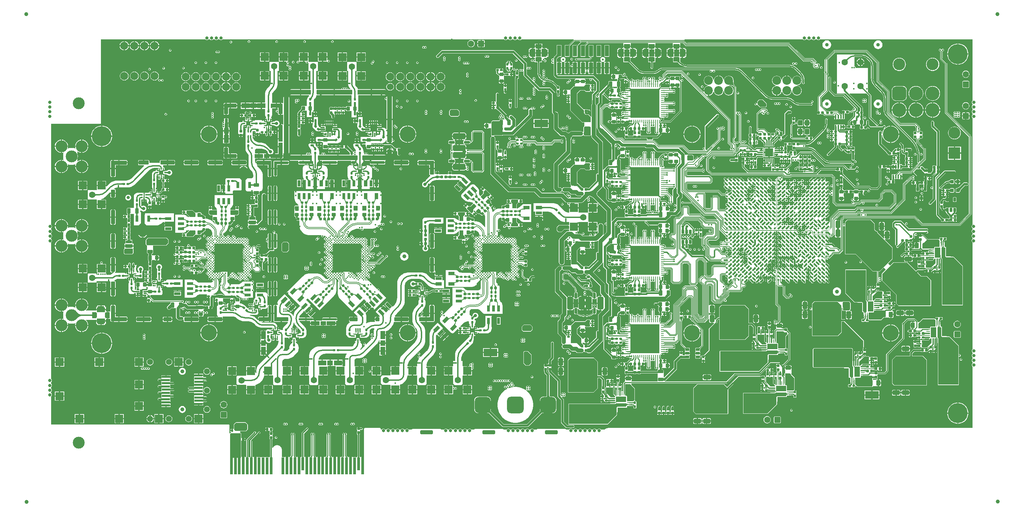
<source format=gtl>
G04*
G04 #@! TF.GenerationSoftware,Altium Limited,Altium Designer,19.1.6 (110)*
G04*
G04 Layer_Physical_Order=1*
G04 Layer_Color=255*
%FSLAX44Y44*%
%MOMM*%
G71*
G01*
G75*
%ADD10C,0.2000*%
%ADD11C,0.1000*%
%ADD12C,0.2540*%
%ADD13C,0.1500*%
%ADD14C,0.3500*%
%ADD15C,0.3000*%
%ADD16C,0.2500*%
%ADD18C,0.4000*%
%ADD22R,2.0000X1.0000*%
%ADD23R,1.4000X1.0000*%
%ADD24R,1.1000X2.0000*%
%ADD25R,1.1000X1.4000*%
%ADD26R,2.0000X1.3000*%
%ADD27R,1.4000X1.3000*%
%ADD28R,1.3000X2.0000*%
%ADD29R,0.8000X2.0000*%
%ADD30R,1.3000X1.4000*%
G04:AMPARAMS|DCode=31|XSize=0.5mm|YSize=0.6mm|CornerRadius=0.05mm|HoleSize=0mm|Usage=FLASHONLY|Rotation=90.000|XOffset=0mm|YOffset=0mm|HoleType=Round|Shape=RoundedRectangle|*
%AMROUNDEDRECTD31*
21,1,0.5000,0.5000,0,0,90.0*
21,1,0.4000,0.6000,0,0,90.0*
1,1,0.1000,0.2500,0.2000*
1,1,0.1000,0.2500,-0.2000*
1,1,0.1000,-0.2500,-0.2000*
1,1,0.1000,-0.2500,0.2000*
%
%ADD31ROUNDEDRECTD31*%
G04:AMPARAMS|DCode=32|XSize=1mm|YSize=3.5mm|CornerRadius=0.1mm|HoleSize=0mm|Usage=FLASHONLY|Rotation=270.000|XOffset=0mm|YOffset=0mm|HoleType=Round|Shape=RoundedRectangle|*
%AMROUNDEDRECTD32*
21,1,1.0000,3.3000,0,0,270.0*
21,1,0.8000,3.5000,0,0,270.0*
1,1,0.2000,-1.6500,-0.4000*
1,1,0.2000,-1.6500,0.4000*
1,1,0.2000,1.6500,0.4000*
1,1,0.2000,1.6500,-0.4000*
%
%ADD32ROUNDEDRECTD32*%
G04:AMPARAMS|DCode=33|XSize=0.6mm|YSize=3.95mm|CornerRadius=0.06mm|HoleSize=0mm|Usage=FLASHONLY|Rotation=0.000|XOffset=0mm|YOffset=0mm|HoleType=Round|Shape=RoundedRectangle|*
%AMROUNDEDRECTD33*
21,1,0.6000,3.8300,0,0,0.0*
21,1,0.4800,3.9500,0,0,0.0*
1,1,0.1200,0.2400,-1.9150*
1,1,0.1200,-0.2400,-1.9150*
1,1,0.1200,-0.2400,1.9150*
1,1,0.1200,0.2400,1.9150*
%
%ADD33ROUNDEDRECTD33*%
G04:AMPARAMS|DCode=34|XSize=1mm|YSize=2.5mm|CornerRadius=0.1mm|HoleSize=0mm|Usage=FLASHONLY|Rotation=90.000|XOffset=0mm|YOffset=0mm|HoleType=Round|Shape=RoundedRectangle|*
%AMROUNDEDRECTD34*
21,1,1.0000,2.3000,0,0,90.0*
21,1,0.8000,2.5000,0,0,90.0*
1,1,0.2000,1.1500,0.4000*
1,1,0.2000,1.1500,-0.4000*
1,1,0.2000,-1.1500,-0.4000*
1,1,0.2000,-1.1500,0.4000*
%
%ADD34ROUNDEDRECTD34*%
G04:AMPARAMS|DCode=35|XSize=0.6mm|YSize=3.5mm|CornerRadius=0.06mm|HoleSize=0mm|Usage=FLASHONLY|Rotation=0.000|XOffset=0mm|YOffset=0mm|HoleType=Round|Shape=RoundedRectangle|*
%AMROUNDEDRECTD35*
21,1,0.6000,3.3800,0,0,0.0*
21,1,0.4800,3.5000,0,0,0.0*
1,1,0.1200,0.2400,-1.6900*
1,1,0.1200,-0.2400,-1.6900*
1,1,0.1200,-0.2400,1.6900*
1,1,0.1200,0.2400,1.6900*
%
%ADD35ROUNDEDRECTD35*%
G04:AMPARAMS|DCode=36|XSize=1mm|YSize=2mm|CornerRadius=0.1mm|HoleSize=0mm|Usage=FLASHONLY|Rotation=270.000|XOffset=0mm|YOffset=0mm|HoleType=Round|Shape=RoundedRectangle|*
%AMROUNDEDRECTD36*
21,1,1.0000,1.8000,0,0,270.0*
21,1,0.8000,2.0000,0,0,270.0*
1,1,0.2000,-0.9000,-0.4000*
1,1,0.2000,-0.9000,0.4000*
1,1,0.2000,0.9000,0.4000*
1,1,0.2000,0.9000,-0.4000*
%
%ADD36ROUNDEDRECTD36*%
G04:AMPARAMS|DCode=37|XSize=1mm|YSize=3.95mm|CornerRadius=0.1mm|HoleSize=0mm|Usage=FLASHONLY|Rotation=180.000|XOffset=0mm|YOffset=0mm|HoleType=Round|Shape=RoundedRectangle|*
%AMROUNDEDRECTD37*
21,1,1.0000,3.7500,0,0,180.0*
21,1,0.8000,3.9500,0,0,180.0*
1,1,0.2000,-0.4000,1.8750*
1,1,0.2000,0.4000,1.8750*
1,1,0.2000,0.4000,-1.8750*
1,1,0.2000,-0.4000,-1.8750*
%
%ADD37ROUNDEDRECTD37*%
G04:AMPARAMS|DCode=38|XSize=1mm|YSize=3.95mm|CornerRadius=0.1mm|HoleSize=0mm|Usage=FLASHONLY|Rotation=270.000|XOffset=0mm|YOffset=0mm|HoleType=Round|Shape=RoundedRectangle|*
%AMROUNDEDRECTD38*
21,1,1.0000,3.7500,0,0,270.0*
21,1,0.8000,3.9500,0,0,270.0*
1,1,0.2000,-1.8750,-0.4000*
1,1,0.2000,-1.8750,0.4000*
1,1,0.2000,1.8750,0.4000*
1,1,0.2000,1.8750,-0.4000*
%
%ADD38ROUNDEDRECTD38*%
G04:AMPARAMS|DCode=39|XSize=1mm|YSize=3.5mm|CornerRadius=0.1mm|HoleSize=0mm|Usage=FLASHONLY|Rotation=180.000|XOffset=0mm|YOffset=0mm|HoleType=Round|Shape=RoundedRectangle|*
%AMROUNDEDRECTD39*
21,1,1.0000,3.3000,0,0,180.0*
21,1,0.8000,3.5000,0,0,180.0*
1,1,0.2000,-0.4000,1.6500*
1,1,0.2000,0.4000,1.6500*
1,1,0.2000,0.4000,-1.6500*
1,1,0.2000,-0.4000,-1.6500*
%
%ADD39ROUNDEDRECTD39*%
G04:AMPARAMS|DCode=40|XSize=1mm|YSize=1.8mm|CornerRadius=0.1mm|HoleSize=0mm|Usage=FLASHONLY|Rotation=180.000|XOffset=0mm|YOffset=0mm|HoleType=Round|Shape=RoundedRectangle|*
%AMROUNDEDRECTD40*
21,1,1.0000,1.6000,0,0,180.0*
21,1,0.8000,1.8000,0,0,180.0*
1,1,0.2000,-0.4000,0.8000*
1,1,0.2000,0.4000,0.8000*
1,1,0.2000,0.4000,-0.8000*
1,1,0.2000,-0.4000,-0.8000*
%
%ADD40ROUNDEDRECTD40*%
G04:AMPARAMS|DCode=41|XSize=1mm|YSize=3mm|CornerRadius=0.1mm|HoleSize=0mm|Usage=FLASHONLY|Rotation=180.000|XOffset=0mm|YOffset=0mm|HoleType=Round|Shape=RoundedRectangle|*
%AMROUNDEDRECTD41*
21,1,1.0000,2.8000,0,0,180.0*
21,1,0.8000,3.0000,0,0,180.0*
1,1,0.2000,-0.4000,1.4000*
1,1,0.2000,0.4000,1.4000*
1,1,0.2000,0.4000,-1.4000*
1,1,0.2000,-0.4000,-1.4000*
%
%ADD41ROUNDEDRECTD41*%
G04:AMPARAMS|DCode=42|XSize=0.7mm|YSize=3.5mm|CornerRadius=0.07mm|HoleSize=0mm|Usage=FLASHONLY|Rotation=90.000|XOffset=0mm|YOffset=0mm|HoleType=Round|Shape=RoundedRectangle|*
%AMROUNDEDRECTD42*
21,1,0.7000,3.3600,0,0,90.0*
21,1,0.5600,3.5000,0,0,90.0*
1,1,0.1400,1.6800,0.2800*
1,1,0.1400,1.6800,-0.2800*
1,1,0.1400,-1.6800,-0.2800*
1,1,0.1400,-1.6800,0.2800*
%
%ADD42ROUNDEDRECTD42*%
G04:AMPARAMS|DCode=43|XSize=0.7mm|YSize=1mm|CornerRadius=0.07mm|HoleSize=0mm|Usage=FLASHONLY|Rotation=90.000|XOffset=0mm|YOffset=0mm|HoleType=Round|Shape=RoundedRectangle|*
%AMROUNDEDRECTD43*
21,1,0.7000,0.8600,0,0,90.0*
21,1,0.5600,1.0000,0,0,90.0*
1,1,0.1400,0.4300,0.2800*
1,1,0.1400,0.4300,-0.2800*
1,1,0.1400,-0.4300,-0.2800*
1,1,0.1400,-0.4300,0.2800*
%
%ADD43ROUNDEDRECTD43*%
G04:AMPARAMS|DCode=44|XSize=0.6mm|YSize=3.6mm|CornerRadius=0.06mm|HoleSize=0mm|Usage=FLASHONLY|Rotation=180.000|XOffset=0mm|YOffset=0mm|HoleType=Round|Shape=RoundedRectangle|*
%AMROUNDEDRECTD44*
21,1,0.6000,3.4800,0,0,180.0*
21,1,0.4800,3.6000,0,0,180.0*
1,1,0.1200,-0.2400,1.7400*
1,1,0.1200,0.2400,1.7400*
1,1,0.1200,0.2400,-1.7400*
1,1,0.1200,-0.2400,-1.7400*
%
%ADD44ROUNDEDRECTD44*%
G04:AMPARAMS|DCode=45|XSize=0.5mm|YSize=3.5mm|CornerRadius=0.05mm|HoleSize=0mm|Usage=FLASHONLY|Rotation=270.000|XOffset=0mm|YOffset=0mm|HoleType=Round|Shape=RoundedRectangle|*
%AMROUNDEDRECTD45*
21,1,0.5000,3.4000,0,0,270.0*
21,1,0.4000,3.5000,0,0,270.0*
1,1,0.1000,-1.7000,-0.2000*
1,1,0.1000,-1.7000,0.2000*
1,1,0.1000,1.7000,0.2000*
1,1,0.1000,1.7000,-0.2000*
%
%ADD45ROUNDEDRECTD45*%
G04:AMPARAMS|DCode=46|XSize=1mm|YSize=1mm|CornerRadius=0.1mm|HoleSize=0mm|Usage=FLASHONLY|Rotation=270.000|XOffset=0mm|YOffset=0mm|HoleType=Round|Shape=RoundedRectangle|*
%AMROUNDEDRECTD46*
21,1,1.0000,0.8000,0,0,270.0*
21,1,0.8000,1.0000,0,0,270.0*
1,1,0.2000,-0.4000,-0.4000*
1,1,0.2000,-0.4000,0.4000*
1,1,0.2000,0.4000,0.4000*
1,1,0.2000,0.4000,-0.4000*
%
%ADD46ROUNDEDRECTD46*%
%ADD47R,0.4750X0.2500*%
%ADD48R,0.2500X0.4750*%
%ADD49R,1.1000X1.1000*%
G04:AMPARAMS|DCode=50|XSize=0.6mm|YSize=0.6mm|CornerRadius=0.06mm|HoleSize=0mm|Usage=FLASHONLY|Rotation=315.000|XOffset=0mm|YOffset=0mm|HoleType=Round|Shape=RoundedRectangle|*
%AMROUNDEDRECTD50*
21,1,0.6000,0.4800,0,0,315.0*
21,1,0.4800,0.6000,0,0,315.0*
1,1,0.1200,0.0000,-0.3394*
1,1,0.1200,-0.3394,0.0000*
1,1,0.1200,0.0000,0.3394*
1,1,0.1200,0.3394,0.0000*
%
%ADD50ROUNDEDRECTD50*%
G04:AMPARAMS|DCode=51|XSize=0.5mm|YSize=0.6mm|CornerRadius=0.05mm|HoleSize=0mm|Usage=FLASHONLY|Rotation=180.000|XOffset=0mm|YOffset=0mm|HoleType=Round|Shape=RoundedRectangle|*
%AMROUNDEDRECTD51*
21,1,0.5000,0.5000,0,0,180.0*
21,1,0.4000,0.6000,0,0,180.0*
1,1,0.1000,-0.2000,0.2500*
1,1,0.1000,0.2000,0.2500*
1,1,0.1000,0.2000,-0.2500*
1,1,0.1000,-0.2000,-0.2500*
%
%ADD51ROUNDEDRECTD51*%
%ADD52R,1.2000X2.0000*%
%ADD53R,2.2000X1.0000*%
G04:AMPARAMS|DCode=54|XSize=2mm|YSize=1mm|CornerRadius=0.1mm|HoleSize=0mm|Usage=FLASHONLY|Rotation=0.000|XOffset=0mm|YOffset=0mm|HoleType=Round|Shape=RoundedRectangle|*
%AMROUNDEDRECTD54*
21,1,2.0000,0.8000,0,0,0.0*
21,1,1.8000,1.0000,0,0,0.0*
1,1,0.2000,0.9000,-0.4000*
1,1,0.2000,-0.9000,-0.4000*
1,1,0.2000,-0.9000,0.4000*
1,1,0.2000,0.9000,0.4000*
%
%ADD54ROUNDEDRECTD54*%
%ADD55C,1.6000*%
%ADD56R,2.0000X2.0000*%
%ADD57R,0.7500X0.3000*%
%ADD58R,0.3000X0.7500*%
%ADD59R,1.7500X1.7500*%
G04:AMPARAMS|DCode=60|XSize=0.6mm|YSize=0.6mm|CornerRadius=0.06mm|HoleSize=0mm|Usage=FLASHONLY|Rotation=270.000|XOffset=0mm|YOffset=0mm|HoleType=Round|Shape=RoundedRectangle|*
%AMROUNDEDRECTD60*
21,1,0.6000,0.4800,0,0,270.0*
21,1,0.4800,0.6000,0,0,270.0*
1,1,0.1200,-0.2400,-0.2400*
1,1,0.1200,-0.2400,0.2400*
1,1,0.1200,0.2400,0.2400*
1,1,0.1200,0.2400,-0.2400*
%
%ADD60ROUNDEDRECTD60*%
G04:AMPARAMS|DCode=61|XSize=0.5mm|YSize=0.6mm|CornerRadius=0.05mm|HoleSize=0mm|Usage=FLASHONLY|Rotation=135.000|XOffset=0mm|YOffset=0mm|HoleType=Round|Shape=RoundedRectangle|*
%AMROUNDEDRECTD61*
21,1,0.5000,0.5000,0,0,135.0*
21,1,0.4000,0.6000,0,0,135.0*
1,1,0.1000,0.0354,0.3182*
1,1,0.1000,0.3182,0.0354*
1,1,0.1000,-0.0354,-0.3182*
1,1,0.1000,-0.3182,-0.0354*
%
%ADD61ROUNDEDRECTD61*%
G04:AMPARAMS|DCode=62|XSize=0.45mm|YSize=0.8mm|CornerRadius=0.0563mm|HoleSize=0mm|Usage=FLASHONLY|Rotation=270.000|XOffset=0mm|YOffset=0mm|HoleType=Round|Shape=RoundedRectangle|*
%AMROUNDEDRECTD62*
21,1,0.4500,0.6875,0,0,270.0*
21,1,0.3375,0.8000,0,0,270.0*
1,1,0.1125,-0.3438,-0.1688*
1,1,0.1125,-0.3438,0.1688*
1,1,0.1125,0.3438,0.1688*
1,1,0.1125,0.3438,-0.1688*
%
%ADD62ROUNDEDRECTD62*%
G04:AMPARAMS|DCode=63|XSize=0.5mm|YSize=0.6mm|CornerRadius=0.05mm|HoleSize=0mm|Usage=FLASHONLY|Rotation=225.000|XOffset=0mm|YOffset=0mm|HoleType=Round|Shape=RoundedRectangle|*
%AMROUNDEDRECTD63*
21,1,0.5000,0.5000,0,0,225.0*
21,1,0.4000,0.6000,0,0,225.0*
1,1,0.1000,-0.3182,0.0354*
1,1,0.1000,-0.0354,0.3182*
1,1,0.1000,0.3182,-0.0354*
1,1,0.1000,0.0354,-0.3182*
%
%ADD63ROUNDEDRECTD63*%
G04:AMPARAMS|DCode=64|XSize=0.45mm|YSize=0.8mm|CornerRadius=0.0563mm|HoleSize=0mm|Usage=FLASHONLY|Rotation=0.000|XOffset=0mm|YOffset=0mm|HoleType=Round|Shape=RoundedRectangle|*
%AMROUNDEDRECTD64*
21,1,0.4500,0.6875,0,0,0.0*
21,1,0.3375,0.8000,0,0,0.0*
1,1,0.1125,0.1688,-0.3438*
1,1,0.1125,-0.1688,-0.3438*
1,1,0.1125,-0.1688,0.3438*
1,1,0.1125,0.1688,0.3438*
%
%ADD64ROUNDEDRECTD64*%
G04:AMPARAMS|DCode=65|XSize=1mm|YSize=0.9mm|CornerRadius=0.1125mm|HoleSize=0mm|Usage=FLASHONLY|Rotation=90.000|XOffset=0mm|YOffset=0mm|HoleType=Round|Shape=RoundedRectangle|*
%AMROUNDEDRECTD65*
21,1,1.0000,0.6750,0,0,90.0*
21,1,0.7750,0.9000,0,0,90.0*
1,1,0.2250,0.3375,0.3875*
1,1,0.2250,0.3375,-0.3875*
1,1,0.2250,-0.3375,-0.3875*
1,1,0.2250,-0.3375,0.3875*
%
%ADD65ROUNDEDRECTD65*%
G04:AMPARAMS|DCode=66|XSize=0.6mm|YSize=0.6mm|CornerRadius=0.06mm|HoleSize=0mm|Usage=FLASHONLY|Rotation=0.000|XOffset=0mm|YOffset=0mm|HoleType=Round|Shape=RoundedRectangle|*
%AMROUNDEDRECTD66*
21,1,0.6000,0.4800,0,0,0.0*
21,1,0.4800,0.6000,0,0,0.0*
1,1,0.1200,0.2400,-0.2400*
1,1,0.1200,-0.2400,-0.2400*
1,1,0.1200,-0.2400,0.2400*
1,1,0.1200,0.2400,0.2400*
%
%ADD66ROUNDEDRECTD66*%
G04:AMPARAMS|DCode=67|XSize=1mm|YSize=0.9mm|CornerRadius=0.1125mm|HoleSize=0mm|Usage=FLASHONLY|Rotation=0.000|XOffset=0mm|YOffset=0mm|HoleType=Round|Shape=RoundedRectangle|*
%AMROUNDEDRECTD67*
21,1,1.0000,0.6750,0,0,0.0*
21,1,0.7750,0.9000,0,0,0.0*
1,1,0.2250,0.3875,-0.3375*
1,1,0.2250,-0.3875,-0.3375*
1,1,0.2250,-0.3875,0.3375*
1,1,0.2250,0.3875,0.3375*
%
%ADD67ROUNDEDRECTD67*%
G04:AMPARAMS|DCode=68|XSize=1.3mm|YSize=0.8mm|CornerRadius=0.1mm|HoleSize=0mm|Usage=FLASHONLY|Rotation=180.000|XOffset=0mm|YOffset=0mm|HoleType=Round|Shape=RoundedRectangle|*
%AMROUNDEDRECTD68*
21,1,1.3000,0.6000,0,0,180.0*
21,1,1.1000,0.8000,0,0,180.0*
1,1,0.2000,-0.5500,0.3000*
1,1,0.2000,0.5500,0.3000*
1,1,0.2000,0.5500,-0.3000*
1,1,0.2000,-0.5500,-0.3000*
%
%ADD68ROUNDEDRECTD68*%
%ADD69C,0.3500*%
%ADD70R,0.2000X0.2000*%
G04:AMPARAMS|DCode=71|XSize=4.2mm|YSize=4.2mm|CornerRadius=1.05mm|HoleSize=0mm|Usage=FLASHONLY|Rotation=90.000|XOffset=0mm|YOffset=0mm|HoleType=Round|Shape=RoundedRectangle|*
%AMROUNDEDRECTD71*
21,1,4.2000,2.1000,0,0,90.0*
21,1,2.1000,4.2000,0,0,90.0*
1,1,2.1000,1.0500,1.0500*
1,1,2.1000,1.0500,-1.0500*
1,1,2.1000,-1.0500,-1.0500*
1,1,2.1000,-1.0500,1.0500*
%
%ADD71ROUNDEDRECTD71*%
G04:AMPARAMS|DCode=72|XSize=4mm|YSize=4mm|CornerRadius=1mm|HoleSize=0mm|Usage=FLASHONLY|Rotation=90.000|XOffset=0mm|YOffset=0mm|HoleType=Round|Shape=RoundedRectangle|*
%AMROUNDEDRECTD72*
21,1,4.0000,2.0000,0,0,90.0*
21,1,2.0000,4.0000,0,0,90.0*
1,1,2.0000,1.0000,1.0000*
1,1,2.0000,1.0000,-1.0000*
1,1,2.0000,-1.0000,-1.0000*
1,1,2.0000,-1.0000,1.0000*
%
%ADD72ROUNDEDRECTD72*%
%ADD73R,1.0000X2.7500*%
G04:AMPARAMS|DCode=74|XSize=1.3mm|YSize=0.8mm|CornerRadius=0.1mm|HoleSize=0mm|Usage=FLASHONLY|Rotation=270.000|XOffset=0mm|YOffset=0mm|HoleType=Round|Shape=RoundedRectangle|*
%AMROUNDEDRECTD74*
21,1,1.3000,0.6000,0,0,270.0*
21,1,1.1000,0.8000,0,0,270.0*
1,1,0.2000,-0.3000,-0.5500*
1,1,0.2000,-0.3000,0.5500*
1,1,0.2000,0.3000,0.5500*
1,1,0.2000,0.3000,-0.5500*
%
%ADD74ROUNDEDRECTD74*%
%ADD75R,1.6500X0.9000*%
%ADD76R,1.6500X0.7600*%
%ADD77R,3.5000X1.9000*%
G04:AMPARAMS|DCode=78|XSize=1.4mm|YSize=1.2mm|CornerRadius=0.15mm|HoleSize=0mm|Usage=FLASHONLY|Rotation=270.000|XOffset=0mm|YOffset=0mm|HoleType=Round|Shape=RoundedRectangle|*
%AMROUNDEDRECTD78*
21,1,1.4000,0.9000,0,0,270.0*
21,1,1.1000,1.2000,0,0,270.0*
1,1,0.3000,-0.4500,-0.5500*
1,1,0.3000,-0.4500,0.5500*
1,1,0.3000,0.4500,0.5500*
1,1,0.3000,0.4500,-0.5500*
%
%ADD78ROUNDEDRECTD78*%
G04:AMPARAMS|DCode=79|XSize=0.9mm|YSize=1.65mm|CornerRadius=0mm|HoleSize=0mm|Usage=FLASHONLY|Rotation=315.000|XOffset=0mm|YOffset=0mm|HoleType=Round|Shape=Rectangle|*
%AMROTATEDRECTD79*
4,1,4,-0.9016,-0.2652,0.2652,0.9016,0.9016,0.2652,-0.2652,-0.9016,-0.9016,-0.2652,0.0*
%
%ADD79ROTATEDRECTD79*%

G04:AMPARAMS|DCode=80|XSize=0.76mm|YSize=1.65mm|CornerRadius=0mm|HoleSize=0mm|Usage=FLASHONLY|Rotation=315.000|XOffset=0mm|YOffset=0mm|HoleType=Round|Shape=Rectangle|*
%AMROTATEDRECTD80*
4,1,4,-0.8521,-0.3147,0.3147,0.8521,0.8521,0.3147,-0.3147,-0.8521,-0.8521,-0.3147,0.0*
%
%ADD80ROTATEDRECTD80*%

G04:AMPARAMS|DCode=81|XSize=0.6mm|YSize=0.6mm|CornerRadius=0.06mm|HoleSize=0mm|Usage=FLASHONLY|Rotation=225.000|XOffset=0mm|YOffset=0mm|HoleType=Round|Shape=RoundedRectangle|*
%AMROUNDEDRECTD81*
21,1,0.6000,0.4800,0,0,225.0*
21,1,0.4800,0.6000,0,0,225.0*
1,1,0.1200,-0.3394,0.0000*
1,1,0.1200,0.0000,0.3394*
1,1,0.1200,0.3394,0.0000*
1,1,0.1200,0.0000,-0.3394*
%
%ADD81ROUNDEDRECTD81*%
%ADD82R,1.2000X1.2000*%
%ADD83R,1.2000X2.1500*%
%ADD84R,1.5500X1.0000*%
%ADD85R,1.2000X1.6000*%
G04:AMPARAMS|DCode=86|XSize=0.9mm|YSize=0.9mm|CornerRadius=0.1125mm|HoleSize=0mm|Usage=FLASHONLY|Rotation=90.000|XOffset=0mm|YOffset=0mm|HoleType=Round|Shape=RoundedRectangle|*
%AMROUNDEDRECTD86*
21,1,0.9000,0.6750,0,0,90.0*
21,1,0.6750,0.9000,0,0,90.0*
1,1,0.2250,0.3375,0.3375*
1,1,0.2250,0.3375,-0.3375*
1,1,0.2250,-0.3375,-0.3375*
1,1,0.2250,-0.3375,0.3375*
%
%ADD86ROUNDEDRECTD86*%
%ADD87R,0.7600X1.6500*%
%ADD88R,0.9000X1.6500*%
G04:AMPARAMS|DCode=89|XSize=0.6mm|YSize=1mm|CornerRadius=0.075mm|HoleSize=0mm|Usage=FLASHONLY|Rotation=0.000|XOffset=0mm|YOffset=0mm|HoleType=Round|Shape=RoundedRectangle|*
%AMROUNDEDRECTD89*
21,1,0.6000,0.8500,0,0,0.0*
21,1,0.4500,1.0000,0,0,0.0*
1,1,0.1500,0.2250,-0.4250*
1,1,0.1500,-0.2250,-0.4250*
1,1,0.1500,-0.2250,0.4250*
1,1,0.1500,0.2250,0.4250*
%
%ADD89ROUNDEDRECTD89*%
%ADD90R,0.4000X1.0000*%
%ADD91R,2.0000X0.5000*%
%ADD92R,0.3100X0.3000*%
G04:AMPARAMS|DCode=93|XSize=1.5mm|YSize=0.71mm|CornerRadius=0.1775mm|HoleSize=0mm|Usage=FLASHONLY|Rotation=180.000|XOffset=0mm|YOffset=0mm|HoleType=Round|Shape=RoundedRectangle|*
%AMROUNDEDRECTD93*
21,1,1.5000,0.3550,0,0,180.0*
21,1,1.1450,0.7100,0,0,180.0*
1,1,0.3550,-0.5725,0.1775*
1,1,0.3550,0.5725,0.1775*
1,1,0.3550,0.5725,-0.1775*
1,1,0.3550,-0.5725,-0.1775*
%
%ADD93ROUNDEDRECTD93*%
G04:AMPARAMS|DCode=94|XSize=3.25mm|YSize=1.5mm|CornerRadius=0.375mm|HoleSize=0mm|Usage=FLASHONLY|Rotation=180.000|XOffset=0mm|YOffset=0mm|HoleType=Round|Shape=RoundedRectangle|*
%AMROUNDEDRECTD94*
21,1,3.2500,0.7500,0,0,180.0*
21,1,2.5000,1.5000,0,0,180.0*
1,1,0.7500,-1.2500,0.3750*
1,1,0.7500,1.2500,0.3750*
1,1,0.7500,1.2500,-0.3750*
1,1,0.7500,-1.2500,-0.3750*
%
%ADD94ROUNDEDRECTD94*%
%ADD95R,0.3500X0.4500*%
%ADD96R,0.4500X0.3500*%
%ADD97R,0.3000X0.3100*%
%ADD98R,0.6000X0.9000*%
%ADD99R,1.5000X0.7500*%
%ADD100R,0.7112X1.6000*%
%ADD101R,0.9144X2.0000*%
G04:AMPARAMS|DCode=102|XSize=2mm|YSize=3.4mm|CornerRadius=0mm|HoleSize=0mm|Usage=FLASHONLY|Rotation=180.000|XOffset=0mm|YOffset=0mm|HoleType=Round|Shape=Octagon|*
%AMOCTAGOND102*
4,1,8,0.5000,-1.7000,-0.5000,-1.7000,-1.0000,-1.2000,-1.0000,1.2000,-0.5000,1.7000,0.5000,1.7000,1.0000,1.2000,1.0000,-1.2000,0.5000,-1.7000,0.0*
%
%ADD102OCTAGOND102*%

%ADD103R,0.7000X0.3000*%
%ADD104R,0.7000X1.6000*%
G04:AMPARAMS|DCode=105|XSize=0.31mm|YSize=0.3mm|CornerRadius=0mm|HoleSize=0mm|Usage=FLASHONLY|Rotation=135.000|XOffset=0mm|YOffset=0mm|HoleType=Round|Shape=Rectangle|*
%AMROTATEDRECTD105*
4,1,4,0.2157,-0.0035,0.0035,-0.2157,-0.2157,0.0035,-0.0035,0.2157,0.2157,-0.0035,0.0*
%
%ADD105ROTATEDRECTD105*%

G04:AMPARAMS|DCode=106|XSize=1.3mm|YSize=0.8mm|CornerRadius=0.1mm|HoleSize=0mm|Usage=FLASHONLY|Rotation=225.000|XOffset=0mm|YOffset=0mm|HoleType=Round|Shape=RoundedRectangle|*
%AMROUNDEDRECTD106*
21,1,1.3000,0.6000,0,0,225.0*
21,1,1.1000,0.8000,0,0,225.0*
1,1,0.2000,-0.6010,-0.1768*
1,1,0.2000,0.1768,0.6010*
1,1,0.2000,0.6010,0.1768*
1,1,0.2000,-0.1768,-0.6010*
%
%ADD106ROUNDEDRECTD106*%
G04:AMPARAMS|DCode=107|XSize=1.8mm|YSize=1.15mm|CornerRadius=0.1438mm|HoleSize=0mm|Usage=FLASHONLY|Rotation=90.000|XOffset=0mm|YOffset=0mm|HoleType=Round|Shape=RoundedRectangle|*
%AMROUNDEDRECTD107*
21,1,1.8000,0.8625,0,0,90.0*
21,1,1.5125,1.1500,0,0,90.0*
1,1,0.2875,0.4313,0.7563*
1,1,0.2875,0.4313,-0.7563*
1,1,0.2875,-0.4313,-0.7563*
1,1,0.2875,-0.4313,0.7563*
%
%ADD107ROUNDEDRECTD107*%
G04:AMPARAMS|DCode=108|XSize=1.8mm|YSize=1.15mm|CornerRadius=0.1438mm|HoleSize=0mm|Usage=FLASHONLY|Rotation=180.000|XOffset=0mm|YOffset=0mm|HoleType=Round|Shape=RoundedRectangle|*
%AMROUNDEDRECTD108*
21,1,1.8000,0.8625,0,0,180.0*
21,1,1.5125,1.1500,0,0,180.0*
1,1,0.2875,-0.7563,0.4313*
1,1,0.2875,0.7563,0.4313*
1,1,0.2875,0.7563,-0.4313*
1,1,0.2875,-0.7563,-0.4313*
%
%ADD108ROUNDEDRECTD108*%
G04:AMPARAMS|DCode=109|XSize=1.4mm|YSize=1mm|CornerRadius=0.125mm|HoleSize=0mm|Usage=FLASHONLY|Rotation=270.000|XOffset=0mm|YOffset=0mm|HoleType=Round|Shape=RoundedRectangle|*
%AMROUNDEDRECTD109*
21,1,1.4000,0.7500,0,0,270.0*
21,1,1.1500,1.0000,0,0,270.0*
1,1,0.2500,-0.3750,-0.5750*
1,1,0.2500,-0.3750,0.5750*
1,1,0.2500,0.3750,0.5750*
1,1,0.2500,0.3750,-0.5750*
%
%ADD109ROUNDEDRECTD109*%
G04:AMPARAMS|DCode=110|XSize=1.4mm|YSize=1mm|CornerRadius=0.125mm|HoleSize=0mm|Usage=FLASHONLY|Rotation=0.000|XOffset=0mm|YOffset=0mm|HoleType=Round|Shape=RoundedRectangle|*
%AMROUNDEDRECTD110*
21,1,1.4000,0.7500,0,0,0.0*
21,1,1.1500,1.0000,0,0,0.0*
1,1,0.2500,0.5750,-0.3750*
1,1,0.2500,-0.5750,-0.3750*
1,1,0.2500,-0.5750,0.3750*
1,1,0.2500,0.5750,0.3750*
%
%ADD110ROUNDEDRECTD110*%
%ADD111R,5.0000X4.0000*%
%ADD112R,4.0000X5.0000*%
%ADD113R,0.3000X0.8500*%
%ADD114R,0.8500X0.3000*%
%ADD115R,2.1000X2.1000*%
%ADD116O,0.2400X0.7500*%
%ADD117O,0.7500X0.2400*%
%ADD118R,7.4000X7.4000*%
G04:AMPARAMS|DCode=119|XSize=0.6mm|YSize=1mm|CornerRadius=0.075mm|HoleSize=0mm|Usage=FLASHONLY|Rotation=90.000|XOffset=0mm|YOffset=0mm|HoleType=Round|Shape=RoundedRectangle|*
%AMROUNDEDRECTD119*
21,1,0.6000,0.8500,0,0,90.0*
21,1,0.4500,1.0000,0,0,90.0*
1,1,0.1500,0.4250,0.2250*
1,1,0.1500,0.4250,-0.2250*
1,1,0.1500,-0.4250,-0.2250*
1,1,0.1500,-0.4250,0.2250*
%
%ADD119ROUNDEDRECTD119*%
%ADD120R,0.3500X0.3000*%
%ADD121C,0.5000*%
G04:AMPARAMS|DCode=122|XSize=0.9mm|YSize=1.65mm|CornerRadius=0mm|HoleSize=0mm|Usage=FLASHONLY|Rotation=45.000|XOffset=0mm|YOffset=0mm|HoleType=Round|Shape=Rectangle|*
%AMROTATEDRECTD122*
4,1,4,0.2652,-0.9016,-0.9016,0.2652,-0.2652,0.9016,0.9016,-0.2652,0.2652,-0.9016,0.0*
%
%ADD122ROTATEDRECTD122*%

G04:AMPARAMS|DCode=123|XSize=0.76mm|YSize=1.65mm|CornerRadius=0mm|HoleSize=0mm|Usage=FLASHONLY|Rotation=45.000|XOffset=0mm|YOffset=0mm|HoleType=Round|Shape=Rectangle|*
%AMROTATEDRECTD123*
4,1,4,0.3147,-0.8521,-0.8521,0.3147,-0.3147,0.8521,0.8521,-0.3147,0.3147,-0.8521,0.0*
%
%ADD123ROTATEDRECTD123*%

%ADD124R,1.2000X1.2000*%
%ADD125R,2.1500X1.2000*%
%ADD126R,1.0000X1.5500*%
%ADD127R,1.6000X1.2000*%
G04:AMPARAMS|DCode=128|XSize=1mm|YSize=0.9mm|CornerRadius=0.1125mm|HoleSize=0mm|Usage=FLASHONLY|Rotation=225.000|XOffset=0mm|YOffset=0mm|HoleType=Round|Shape=RoundedRectangle|*
%AMROUNDEDRECTD128*
21,1,1.0000,0.6750,0,0,225.0*
21,1,0.7750,0.9000,0,0,225.0*
1,1,0.2250,-0.5127,-0.0354*
1,1,0.2250,0.0354,0.5127*
1,1,0.2250,0.5127,0.0354*
1,1,0.2250,-0.0354,-0.5127*
%
%ADD128ROUNDEDRECTD128*%
G04:AMPARAMS|DCode=129|XSize=0.25mm|YSize=0.475mm|CornerRadius=0.0625mm|HoleSize=0mm|Usage=FLASHONLY|Rotation=0.000|XOffset=0mm|YOffset=0mm|HoleType=Round|Shape=RoundedRectangle|*
%AMROUNDEDRECTD129*
21,1,0.2500,0.3500,0,0,0.0*
21,1,0.1250,0.4750,0,0,0.0*
1,1,0.1250,0.0625,-0.1750*
1,1,0.1250,-0.0625,-0.1750*
1,1,0.1250,-0.0625,0.1750*
1,1,0.1250,0.0625,0.1750*
%
%ADD129ROUNDEDRECTD129*%
G04:AMPARAMS|DCode=130|XSize=0.25mm|YSize=0.475mm|CornerRadius=0.0625mm|HoleSize=0mm|Usage=FLASHONLY|Rotation=270.000|XOffset=0mm|YOffset=0mm|HoleType=Round|Shape=RoundedRectangle|*
%AMROUNDEDRECTD130*
21,1,0.2500,0.3500,0,0,270.0*
21,1,0.1250,0.4750,0,0,270.0*
1,1,0.1250,-0.1750,-0.0625*
1,1,0.1250,-0.1750,0.0625*
1,1,0.1250,0.1750,0.0625*
1,1,0.1250,0.1750,-0.0625*
%
%ADD130ROUNDEDRECTD130*%
%ADD131R,1.1000X1.1000*%
G04:AMPARAMS|DCode=132|XSize=0.25mm|YSize=1mm|CornerRadius=0.0625mm|HoleSize=0mm|Usage=FLASHONLY|Rotation=0.000|XOffset=0mm|YOffset=0mm|HoleType=Round|Shape=RoundedRectangle|*
%AMROUNDEDRECTD132*
21,1,0.2500,0.8750,0,0,0.0*
21,1,0.1250,1.0000,0,0,0.0*
1,1,0.1250,0.0625,-0.4375*
1,1,0.1250,-0.0625,-0.4375*
1,1,0.1250,-0.0625,0.4375*
1,1,0.1250,0.0625,0.4375*
%
%ADD132ROUNDEDRECTD132*%
G04:AMPARAMS|DCode=133|XSize=0.25mm|YSize=1mm|CornerRadius=0.0625mm|HoleSize=0mm|Usage=FLASHONLY|Rotation=270.000|XOffset=0mm|YOffset=0mm|HoleType=Round|Shape=RoundedRectangle|*
%AMROUNDEDRECTD133*
21,1,0.2500,0.8750,0,0,270.0*
21,1,0.1250,1.0000,0,0,270.0*
1,1,0.1250,-0.4375,-0.0625*
1,1,0.1250,-0.4375,0.0625*
1,1,0.1250,0.4375,0.0625*
1,1,0.1250,0.4375,-0.0625*
%
%ADD133ROUNDEDRECTD133*%
%ADD134R,1.4000X2.5500*%
%ADD135R,0.9000X2.5500*%
%ADD136R,2.5500X1.4000*%
%ADD137R,2.5500X0.9000*%
G04:AMPARAMS|DCode=138|XSize=3.25mm|YSize=1.5mm|CornerRadius=0.375mm|HoleSize=0mm|Usage=FLASHONLY|Rotation=90.000|XOffset=0mm|YOffset=0mm|HoleType=Round|Shape=RoundedRectangle|*
%AMROUNDEDRECTD138*
21,1,3.2500,0.7500,0,0,90.0*
21,1,2.5000,1.5000,0,0,90.0*
1,1,0.7500,0.3750,1.2500*
1,1,0.7500,0.3750,-1.2500*
1,1,0.7500,-0.3750,-1.2500*
1,1,0.7500,-0.3750,1.2500*
%
%ADD138ROUNDEDRECTD138*%
G04:AMPARAMS|DCode=139|XSize=1.5mm|YSize=0.71mm|CornerRadius=0.1775mm|HoleSize=0mm|Usage=FLASHONLY|Rotation=90.000|XOffset=0mm|YOffset=0mm|HoleType=Round|Shape=RoundedRectangle|*
%AMROUNDEDRECTD139*
21,1,1.5000,0.3550,0,0,90.0*
21,1,1.1450,0.7100,0,0,90.0*
1,1,0.3550,0.1775,0.5725*
1,1,0.3550,0.1775,-0.5725*
1,1,0.3550,-0.1775,-0.5725*
1,1,0.3550,-0.1775,0.5725*
%
%ADD139ROUNDEDRECTD139*%
%ADD140R,7.0000X7.0000*%
%ADD189C,1.7000*%
%ADD255C,0.6000*%
%ADD289C,0.3250*%
%ADD290C,0.1400*%
%ADD291C,0.1900*%
%ADD292C,0.1100*%
G04:AMPARAMS|DCode=293|XSize=1.2mm|YSize=1mm|CornerRadius=0.1mm|HoleSize=0mm|Usage=FLASHONLY|Rotation=0.000|XOffset=0mm|YOffset=0mm|HoleType=Round|Shape=RoundedRectangle|*
%AMROUNDEDRECTD293*
21,1,1.2000,0.8000,0,0,0.0*
21,1,1.0000,1.0000,0,0,0.0*
1,1,0.2000,0.5000,-0.4000*
1,1,0.2000,-0.5000,-0.4000*
1,1,0.2000,-0.5000,0.4000*
1,1,0.2000,0.5000,0.4000*
%
%ADD293ROUNDEDRECTD293*%
G04:AMPARAMS|DCode=294|XSize=1.2mm|YSize=9mm|CornerRadius=0.12mm|HoleSize=0mm|Usage=FLASHONLY|Rotation=270.000|XOffset=0mm|YOffset=0mm|HoleType=Round|Shape=RoundedRectangle|*
%AMROUNDEDRECTD294*
21,1,1.2000,8.7600,0,0,270.0*
21,1,0.9600,9.0000,0,0,270.0*
1,1,0.2400,-4.3800,-0.4800*
1,1,0.2400,-4.3800,0.4800*
1,1,0.2400,4.3800,0.4800*
1,1,0.2400,4.3800,-0.4800*
%
%ADD294ROUNDEDRECTD294*%
G04:AMPARAMS|DCode=295|XSize=1.2mm|YSize=5mm|CornerRadius=0.12mm|HoleSize=0mm|Usage=FLASHONLY|Rotation=270.000|XOffset=0mm|YOffset=0mm|HoleType=Round|Shape=RoundedRectangle|*
%AMROUNDEDRECTD295*
21,1,1.2000,4.7600,0,0,270.0*
21,1,0.9600,5.0000,0,0,270.0*
1,1,0.2400,-2.3800,-0.4800*
1,1,0.2400,-2.3800,0.4800*
1,1,0.2400,2.3800,0.4800*
1,1,0.2400,2.3800,-0.4800*
%
%ADD295ROUNDEDRECTD295*%
G04:AMPARAMS|DCode=296|XSize=1.2mm|YSize=7mm|CornerRadius=0.12mm|HoleSize=0mm|Usage=FLASHONLY|Rotation=270.000|XOffset=0mm|YOffset=0mm|HoleType=Round|Shape=RoundedRectangle|*
%AMROUNDEDRECTD296*
21,1,1.2000,6.7600,0,0,270.0*
21,1,0.9600,7.0000,0,0,270.0*
1,1,0.2400,-3.3800,-0.4800*
1,1,0.2400,-3.3800,0.4800*
1,1,0.2400,3.3800,0.4800*
1,1,0.2400,3.3800,-0.4800*
%
%ADD296ROUNDEDRECTD296*%
G04:AMPARAMS|DCode=297|XSize=1.2mm|YSize=5.8mm|CornerRadius=0.12mm|HoleSize=0mm|Usage=FLASHONLY|Rotation=270.000|XOffset=0mm|YOffset=0mm|HoleType=Round|Shape=RoundedRectangle|*
%AMROUNDEDRECTD297*
21,1,1.2000,5.5600,0,0,270.0*
21,1,0.9600,5.8000,0,0,270.0*
1,1,0.2400,-2.7800,-0.4800*
1,1,0.2400,-2.7800,0.4800*
1,1,0.2400,2.7800,0.4800*
1,1,0.2400,2.7800,-0.4800*
%
%ADD297ROUNDEDRECTD297*%
G04:AMPARAMS|DCode=298|XSize=1.2mm|YSize=5.5mm|CornerRadius=0.12mm|HoleSize=0mm|Usage=FLASHONLY|Rotation=270.000|XOffset=0mm|YOffset=0mm|HoleType=Round|Shape=RoundedRectangle|*
%AMROUNDEDRECTD298*
21,1,1.2000,5.2600,0,0,270.0*
21,1,0.9600,5.5000,0,0,270.0*
1,1,0.2400,-2.6300,-0.4800*
1,1,0.2400,-2.6300,0.4800*
1,1,0.2400,2.6300,0.4800*
1,1,0.2400,2.6300,-0.4800*
%
%ADD298ROUNDEDRECTD298*%
G04:AMPARAMS|DCode=299|XSize=1.2mm|YSize=11.5mm|CornerRadius=0.12mm|HoleSize=0mm|Usage=FLASHONLY|Rotation=180.000|XOffset=0mm|YOffset=0mm|HoleType=Round|Shape=RoundedRectangle|*
%AMROUNDEDRECTD299*
21,1,1.2000,11.2600,0,0,180.0*
21,1,0.9600,11.5000,0,0,180.0*
1,1,0.2400,-0.4800,5.6300*
1,1,0.2400,0.4800,5.6300*
1,1,0.2400,0.4800,-5.6300*
1,1,0.2400,-0.4800,-5.6300*
%
%ADD299ROUNDEDRECTD299*%
G04:AMPARAMS|DCode=300|XSize=1.2mm|YSize=14mm|CornerRadius=0.12mm|HoleSize=0mm|Usage=FLASHONLY|Rotation=180.000|XOffset=0mm|YOffset=0mm|HoleType=Round|Shape=RoundedRectangle|*
%AMROUNDEDRECTD300*
21,1,1.2000,13.7600,0,0,180.0*
21,1,0.9600,14.0000,0,0,180.0*
1,1,0.2400,-0.4800,6.8800*
1,1,0.2400,0.4800,6.8800*
1,1,0.2400,0.4800,-6.8800*
1,1,0.2400,-0.4800,-6.8800*
%
%ADD300ROUNDEDRECTD300*%
G04:AMPARAMS|DCode=301|XSize=1.2mm|YSize=10mm|CornerRadius=0.12mm|HoleSize=0mm|Usage=FLASHONLY|Rotation=270.000|XOffset=0mm|YOffset=0mm|HoleType=Round|Shape=RoundedRectangle|*
%AMROUNDEDRECTD301*
21,1,1.2000,9.7600,0,0,270.0*
21,1,0.9600,10.0000,0,0,270.0*
1,1,0.2400,-4.8800,-0.4800*
1,1,0.2400,-4.8800,0.4800*
1,1,0.2400,4.8800,0.4800*
1,1,0.2400,4.8800,-0.4800*
%
%ADD301ROUNDEDRECTD301*%
G04:AMPARAMS|DCode=302|XSize=1mm|YSize=2.6mm|CornerRadius=0.1mm|HoleSize=0mm|Usage=FLASHONLY|Rotation=180.000|XOffset=0mm|YOffset=0mm|HoleType=Round|Shape=RoundedRectangle|*
%AMROUNDEDRECTD302*
21,1,1.0000,2.4000,0,0,180.0*
21,1,0.8000,2.6000,0,0,180.0*
1,1,0.2000,-0.4000,1.2000*
1,1,0.2000,0.4000,1.2000*
1,1,0.2000,0.4000,-1.2000*
1,1,0.2000,-0.4000,-1.2000*
%
%ADD302ROUNDEDRECTD302*%
G04:AMPARAMS|DCode=303|XSize=1mm|YSize=3.1mm|CornerRadius=0.1mm|HoleSize=0mm|Usage=FLASHONLY|Rotation=90.000|XOffset=0mm|YOffset=0mm|HoleType=Round|Shape=RoundedRectangle|*
%AMROUNDEDRECTD303*
21,1,1.0000,2.9000,0,0,90.0*
21,1,0.8000,3.1000,0,0,90.0*
1,1,0.2000,1.4500,0.4000*
1,1,0.2000,1.4500,-0.4000*
1,1,0.2000,-1.4500,-0.4000*
1,1,0.2000,-1.4500,0.4000*
%
%ADD303ROUNDEDRECTD303*%
G04:AMPARAMS|DCode=304|XSize=1mm|YSize=2.8mm|CornerRadius=0.1mm|HoleSize=0mm|Usage=FLASHONLY|Rotation=270.000|XOffset=0mm|YOffset=0mm|HoleType=Round|Shape=RoundedRectangle|*
%AMROUNDEDRECTD304*
21,1,1.0000,2.6000,0,0,270.0*
21,1,0.8000,2.8000,0,0,270.0*
1,1,0.2000,-1.3000,-0.4000*
1,1,0.2000,-1.3000,0.4000*
1,1,0.2000,1.3000,0.4000*
1,1,0.2000,1.3000,-0.4000*
%
%ADD304ROUNDEDRECTD304*%
G04:AMPARAMS|DCode=305|XSize=1mm|YSize=3.8mm|CornerRadius=0.1mm|HoleSize=0mm|Usage=FLASHONLY|Rotation=90.000|XOffset=0mm|YOffset=0mm|HoleType=Round|Shape=RoundedRectangle|*
%AMROUNDEDRECTD305*
21,1,1.0000,3.6000,0,0,90.0*
21,1,0.8000,3.8000,0,0,90.0*
1,1,0.2000,1.8000,0.4000*
1,1,0.2000,1.8000,-0.4000*
1,1,0.2000,-1.8000,-0.4000*
1,1,0.2000,-1.8000,0.4000*
%
%ADD305ROUNDEDRECTD305*%
G04:AMPARAMS|DCode=306|XSize=0.8mm|YSize=3.8mm|CornerRadius=0.08mm|HoleSize=0mm|Usage=FLASHONLY|Rotation=180.000|XOffset=0mm|YOffset=0mm|HoleType=Round|Shape=RoundedRectangle|*
%AMROUNDEDRECTD306*
21,1,0.8000,3.6400,0,0,180.0*
21,1,0.6400,3.8000,0,0,180.0*
1,1,0.1600,-0.3200,1.8200*
1,1,0.1600,0.3200,1.8200*
1,1,0.1600,0.3200,-1.8200*
1,1,0.1600,-0.3200,-1.8200*
%
%ADD306ROUNDEDRECTD306*%
%ADD307C,1.5000*%
%ADD308C,1.0000*%
%ADD309R,0.7000X4.2000*%
%ADD310R,0.7000X3.2000*%
%ADD311C,1.0000*%
%ADD312C,0.9000*%
%ADD313C,0.8000*%
%ADD314C,0.6000*%
%ADD315C,1.2000*%
%ADD316C,0.2400*%
%ADD317C,0.5000*%
%ADD318C,0.3090*%
%ADD319C,0.7000*%
%ADD320C,0.4300*%
%ADD321O,2.0000X1.0000*%
%ADD322C,2.0000*%
%ADD323C,0.8000*%
G04:AMPARAMS|DCode=324|XSize=1mm|YSize=3.2mm|CornerRadius=0.25mm|HoleSize=0mm|Usage=FLASHONLY|Rotation=270.000|XOffset=0mm|YOffset=0mm|HoleType=Round|Shape=RoundedRectangle|*
%AMROUNDEDRECTD324*
21,1,1.0000,2.7000,0,0,270.0*
21,1,0.5000,3.2000,0,0,270.0*
1,1,0.5000,-1.3500,-0.2500*
1,1,0.5000,-1.3500,0.2500*
1,1,0.5000,1.3500,0.2500*
1,1,0.5000,1.3500,-0.2500*
%
%ADD324ROUNDEDRECTD324*%
%ADD325C,3.0000*%
G04:AMPARAMS|DCode=326|XSize=1.524mm|YSize=1.524mm|CornerRadius=0.1905mm|HoleSize=0mm|Usage=FLASHONLY|Rotation=270.000|XOffset=0mm|YOffset=0mm|HoleType=Round|Shape=RoundedRectangle|*
%AMROUNDEDRECTD326*
21,1,1.5240,1.1430,0,0,270.0*
21,1,1.1430,1.5240,0,0,270.0*
1,1,0.3810,-0.5715,-0.5715*
1,1,0.3810,-0.5715,0.5715*
1,1,0.3810,0.5715,0.5715*
1,1,0.3810,0.5715,-0.5715*
%
%ADD326ROUNDEDRECTD326*%
G04:AMPARAMS|DCode=327|XSize=1.524mm|YSize=1.524mm|CornerRadius=0.1905mm|HoleSize=0mm|Usage=FLASHONLY|Rotation=180.000|XOffset=0mm|YOffset=0mm|HoleType=Round|Shape=RoundedRectangle|*
%AMROUNDEDRECTD327*
21,1,1.5240,1.1430,0,0,180.0*
21,1,1.1430,1.5240,0,0,180.0*
1,1,0.3810,-0.5715,0.5715*
1,1,0.3810,0.5715,0.5715*
1,1,0.3810,0.5715,-0.5715*
1,1,0.3810,-0.5715,-0.5715*
%
%ADD327ROUNDEDRECTD327*%
%ADD328C,0.9000*%
%ADD329C,4.0000*%
%ADD330C,2.2000*%
%ADD331C,5.0000*%
%ADD332R,3.0000X3.0000*%
G04:AMPARAMS|DCode=333|XSize=3.5mm|YSize=3.5mm|CornerRadius=0.875mm|HoleSize=0mm|Usage=FLASHONLY|Rotation=180.000|XOffset=0mm|YOffset=0mm|HoleType=Round|Shape=RoundedRectangle|*
%AMROUNDEDRECTD333*
21,1,3.5000,1.7500,0,0,180.0*
21,1,1.7500,3.5000,0,0,180.0*
1,1,1.7500,-0.8750,0.8750*
1,1,1.7500,0.8750,0.8750*
1,1,1.7500,0.8750,-0.8750*
1,1,1.7500,-0.8750,-0.8750*
%
%ADD333ROUNDEDRECTD333*%
%ADD334C,3.5000*%
%ADD335C,0.4000*%
G36*
X2321941Y954220D02*
X2321395Y953855D01*
X2320290Y952201D01*
X2319902Y950250D01*
X2320290Y948299D01*
X2321395Y946645D01*
X2321941Y946280D01*
Y942470D01*
X2321395Y942105D01*
X2320290Y940451D01*
X2319902Y938500D01*
X2320290Y936549D01*
X2321395Y934895D01*
X2321941Y934530D01*
Y930470D01*
X2321395Y930105D01*
X2320290Y928451D01*
X2319902Y926500D01*
X2320290Y924549D01*
X2321395Y922895D01*
X2321941Y922530D01*
Y918470D01*
X2321395Y918105D01*
X2320290Y916451D01*
X2319902Y914500D01*
X2320290Y912549D01*
X2321395Y910895D01*
X2321941Y910530D01*
Y641512D01*
X2321145Y640980D01*
X2320040Y639326D01*
X2319652Y637375D01*
X2320040Y635424D01*
X2321145Y633770D01*
X2321941Y633238D01*
Y629512D01*
X2321145Y628980D01*
X2320040Y627326D01*
X2319652Y625375D01*
X2320040Y623424D01*
X2321145Y621770D01*
X2321941Y621238D01*
Y617512D01*
X2321145Y616980D01*
X2320040Y615326D01*
X2319652Y613375D01*
X2320040Y611424D01*
X2321145Y609770D01*
X2321941Y609238D01*
Y605762D01*
X2321145Y605230D01*
X2320040Y603576D01*
X2319652Y601625D01*
X2320040Y599674D01*
X2321145Y598020D01*
X2321941Y597488D01*
Y328470D01*
X2321395Y328105D01*
X2320290Y326451D01*
X2319902Y324500D01*
X2320290Y322549D01*
X2321395Y320895D01*
X2321941Y320530D01*
Y316470D01*
X2321395Y316105D01*
X2320290Y314451D01*
X2319902Y312500D01*
X2320290Y310549D01*
X2321395Y308895D01*
X2321941Y308530D01*
Y304470D01*
X2321395Y304105D01*
X2320290Y302451D01*
X2319902Y300500D01*
X2320290Y298549D01*
X2321395Y296895D01*
X2321941Y296530D01*
Y292720D01*
X2321395Y292355D01*
X2320290Y290701D01*
X2319902Y288750D01*
X2320290Y286799D01*
X2321395Y285145D01*
X2321941Y284780D01*
Y130559D01*
X1408000D01*
X1407925Y130544D01*
X1407850Y130555D01*
X1406135Y130471D01*
X1405915Y130416D01*
X1405688D01*
X1402323Y129746D01*
X1402045Y129631D01*
X1401750Y129572D01*
X1398580Y128259D01*
X1398330Y128092D01*
X1398051Y127977D01*
X1395835Y126496D01*
X1386512D01*
X1386105Y127105D01*
X1384451Y128210D01*
X1382500Y128598D01*
X1380549Y128210D01*
X1378895Y127105D01*
X1378489Y126496D01*
X1374512D01*
X1374105Y127105D01*
X1372451Y128210D01*
X1370500Y128598D01*
X1368549Y128210D01*
X1366895Y127105D01*
X1366488Y126496D01*
X1362511D01*
X1362105Y127105D01*
X1360451Y128210D01*
X1358500Y128598D01*
X1356549Y128210D01*
X1354895Y127105D01*
X1354489Y126496D01*
X1350511D01*
X1350105Y127105D01*
X1348451Y128210D01*
X1346500Y128598D01*
X1344549Y128210D01*
X1342895Y127105D01*
X1342489Y126496D01*
X1338511D01*
X1338105Y127105D01*
X1336451Y128210D01*
X1334500Y128598D01*
X1332549Y128210D01*
X1330895Y127105D01*
X1330488Y126496D01*
X1326511D01*
X1326105Y127105D01*
X1324451Y128210D01*
X1322500Y128598D01*
X1320549Y128210D01*
X1318895Y127105D01*
X1318488Y126496D01*
X1314761D01*
X1314355Y127105D01*
X1312701Y128210D01*
X1310750Y128598D01*
X1308799Y128210D01*
X1307145Y127105D01*
X1306738Y126496D01*
X1299671D01*
X1298786Y127175D01*
X1296719Y128031D01*
X1294500Y128323D01*
X1229500D01*
X1227281Y128031D01*
X1225213Y127175D01*
X1224329Y126496D01*
X1217261D01*
X1216854Y127105D01*
X1215200Y128210D01*
X1213250Y128598D01*
X1211299Y128210D01*
X1209645Y127105D01*
X1209238Y126496D01*
X1205511D01*
X1205104Y127105D01*
X1203450Y128210D01*
X1201499Y128598D01*
X1199549Y128210D01*
X1197895Y127105D01*
X1197488Y126496D01*
X1193511D01*
X1193104Y127105D01*
X1191450Y128210D01*
X1189499Y128598D01*
X1187549Y128210D01*
X1185895Y127105D01*
X1185488Y126496D01*
X1181511D01*
X1181104Y127105D01*
X1179450Y128210D01*
X1177499Y128598D01*
X1175548Y128210D01*
X1173895Y127105D01*
X1173488Y126496D01*
X1169511D01*
X1169104Y127105D01*
X1167450Y128210D01*
X1165499Y128598D01*
X1163549Y128210D01*
X1161895Y127105D01*
X1161488Y126496D01*
X1157511D01*
X1157104Y127105D01*
X1155450Y128210D01*
X1153499Y128598D01*
X1151548Y128210D01*
X1149895Y127105D01*
X1149488Y126496D01*
X1142420D01*
X1141536Y127175D01*
X1139468Y128031D01*
X1137249Y128323D01*
X1072249D01*
X1070030Y128031D01*
X1067962Y127175D01*
X1067078Y126496D01*
X1060010D01*
X1059604Y127105D01*
X1057950Y128210D01*
X1055999Y128598D01*
X1054048Y128210D01*
X1052394Y127105D01*
X1051987Y126496D01*
X1048260D01*
X1047854Y127105D01*
X1046200Y128210D01*
X1044249Y128598D01*
X1042298Y128210D01*
X1040644Y127105D01*
X1040237Y126496D01*
X1036260D01*
X1035854Y127105D01*
X1034200Y128210D01*
X1032249Y128598D01*
X1030298Y128210D01*
X1028644Y127105D01*
X1028237Y126496D01*
X1024260D01*
X1023854Y127105D01*
X1022200Y128210D01*
X1020249Y128598D01*
X1018298Y128210D01*
X1016644Y127105D01*
X1016237Y126496D01*
X1012260D01*
X1011854Y127105D01*
X1010200Y128210D01*
X1008249Y128598D01*
X1006298Y128210D01*
X1004644Y127105D01*
X1004237Y126496D01*
X1000260D01*
X999854Y127105D01*
X998200Y128210D01*
X996249Y128598D01*
X994298Y128210D01*
X992644Y127105D01*
X992237Y126496D01*
X985170D01*
X984285Y127175D01*
X982217Y128031D01*
X979999Y128323D01*
X914999D01*
X912780Y128031D01*
X910712Y127175D01*
X909828Y126496D01*
X902760D01*
X902353Y127105D01*
X900699Y128210D01*
X898748Y128598D01*
X896797Y128210D01*
X895144Y127105D01*
X894737Y126496D01*
X891010D01*
X890603Y127105D01*
X888949Y128210D01*
X886998Y128598D01*
X885047Y128210D01*
X883393Y127105D01*
X882987Y126496D01*
X879010D01*
X878603Y127105D01*
X876949Y128210D01*
X874998Y128598D01*
X873047Y128210D01*
X871394Y127105D01*
X870987Y126496D01*
X867010D01*
X866603Y127105D01*
X864949Y128210D01*
X862998Y128598D01*
X861047Y128210D01*
X859393Y127105D01*
X858987Y126496D01*
X855010D01*
X854603Y127105D01*
X852949Y128210D01*
X850998Y128598D01*
X849047Y128210D01*
X847393Y127105D01*
X846987Y126496D01*
X843010D01*
X842603Y127105D01*
X840949Y128210D01*
X838998Y128598D01*
X837047Y128210D01*
X835393Y127105D01*
X834987Y126496D01*
X832559D01*
Y127500D01*
X832326Y128670D01*
X831663Y129663D01*
X830670Y130326D01*
X829500Y130559D01*
X793000D01*
X791830Y130326D01*
X790837Y129663D01*
X790174Y128670D01*
X789941Y127500D01*
Y57500D01*
X788000D01*
Y35000D01*
X785000D01*
Y57500D01*
X781500D01*
X780674Y57112D01*
X779993Y57302D01*
X779382Y57583D01*
X779331Y57775D01*
X779265Y58174D01*
X779222Y58657D01*
X779207Y59248D01*
X779176Y59317D01*
Y112140D01*
X779207Y112210D01*
X779219Y112745D01*
X779251Y113200D01*
X779302Y113594D01*
X779370Y113926D01*
X779449Y114192D01*
X779532Y114391D01*
X779610Y114525D01*
X779674Y114603D01*
X779718Y114640D01*
X779851Y114712D01*
X779953Y114837D01*
X780101Y114899D01*
X780204Y115147D01*
X780373Y115356D01*
X780367Y115416D01*
X780407Y115476D01*
X780531Y116100D01*
Y120900D01*
X780407Y121524D01*
X780054Y122054D01*
X780000Y122089D01*
Y124857D01*
X780101Y124899D01*
X780163Y125047D01*
X780288Y125149D01*
X780360Y125282D01*
X780397Y125326D01*
X780475Y125390D01*
X780609Y125468D01*
X780808Y125551D01*
X781074Y125630D01*
X781390Y125694D01*
X782270Y125782D01*
X782790Y125793D01*
X782857Y125822D01*
X783080Y125674D01*
X784250Y125441D01*
X785421Y125674D01*
X786413Y126337D01*
X787076Y127330D01*
X787309Y128500D01*
X787076Y129670D01*
X786413Y130663D01*
X785421Y131326D01*
X784250Y131559D01*
X783080Y131326D01*
X782857Y131178D01*
X782790Y131207D01*
X782255Y131219D01*
X781800Y131251D01*
X781406Y131302D01*
X781074Y131370D01*
X780808Y131449D01*
X780609Y131532D01*
X780475Y131610D01*
X780397Y131673D01*
X780360Y131718D01*
X780288Y131851D01*
X780163Y131953D01*
X780101Y132101D01*
X779853Y132204D01*
X779644Y132373D01*
X779584Y132367D01*
X779524Y132407D01*
X778900Y132531D01*
X774100D01*
X773476Y132407D01*
X772946Y132053D01*
X772593Y131524D01*
X772469Y130900D01*
Y126100D01*
X772593Y125476D01*
X772946Y124946D01*
X773000Y124911D01*
Y122089D01*
X772946Y122054D01*
X772593Y121524D01*
X772469Y120900D01*
Y116100D01*
X772593Y115476D01*
X772633Y115416D01*
X772627Y115356D01*
X772796Y115147D01*
X772899Y114899D01*
X773047Y114837D01*
X773149Y114712D01*
X773282Y114640D01*
X773326Y114603D01*
X773390Y114525D01*
X773468Y114391D01*
X773551Y114192D01*
X773630Y113926D01*
X773694Y113610D01*
X773782Y112730D01*
X773793Y112210D01*
X773824Y112140D01*
Y59317D01*
X773793Y59248D01*
X773778Y58657D01*
X773735Y58174D01*
X773669Y57775D01*
X773587Y57464D01*
X773498Y57246D01*
X773420Y57117D01*
X773369Y57061D01*
X773344Y57044D01*
X773317Y57035D01*
X773136Y57015D01*
X773107Y57000D01*
X772270D01*
X772000Y57000D01*
X771000D01*
X770730Y57000D01*
X762563D01*
X761500Y57500D01*
Y57500D01*
X761500Y57500D01*
X758000D01*
Y35000D01*
X755000D01*
Y57500D01*
X751500D01*
Y57500D01*
X751000Y57000D01*
X748854D01*
X748835Y57250D01*
X748832Y57510D01*
X748757Y57688D01*
X748620Y58378D01*
X748122Y59122D01*
X748122Y59122D01*
X746294Y60950D01*
Y112129D01*
X746332Y112215D01*
X746345Y112803D01*
X746364Y113051D01*
X746373Y113115D01*
X746378Y113144D01*
X746386Y113171D01*
X746826Y113829D01*
X747059Y115000D01*
X746826Y116171D01*
X746163Y117163D01*
X745171Y117826D01*
X744000Y118059D01*
X742830Y117826D01*
X741837Y117163D01*
X741163D01*
X740171Y117826D01*
X739000Y118059D01*
X737830Y117826D01*
X736837Y117163D01*
X736174Y116171D01*
X735941Y115000D01*
X736174Y113829D01*
X736614Y113171D01*
X736620Y113148D01*
X736666Y112428D01*
X736668Y112232D01*
X736706Y112141D01*
Y60950D01*
X734878Y59122D01*
X734381Y58378D01*
X734246Y57699D01*
X734168Y57522D01*
X734157Y57000D01*
X732563D01*
X731500Y57500D01*
Y57500D01*
X731500Y57500D01*
X728000D01*
Y35000D01*
X725000D01*
Y57500D01*
X722770D01*
X721500Y57500D01*
Y57500D01*
X721500D01*
Y57500D01*
X718000D01*
Y35000D01*
X715000D01*
Y57500D01*
X711500D01*
Y57500D01*
X711000Y57000D01*
X708854D01*
X708835Y57250D01*
X708832Y57510D01*
X708757Y57688D01*
X708620Y58378D01*
X708122Y59122D01*
X708122Y59122D01*
X706294Y60950D01*
Y112129D01*
X706332Y112215D01*
X706345Y112803D01*
X706364Y113051D01*
X706373Y113115D01*
X706378Y113144D01*
X706386Y113171D01*
X706826Y113829D01*
X707059Y115000D01*
X706826Y116171D01*
X706163Y117163D01*
X705171Y117826D01*
X704000Y118059D01*
X702830Y117826D01*
X701837Y117163D01*
X701163D01*
X700171Y117826D01*
X699000Y118059D01*
X697830Y117826D01*
X696837Y117163D01*
X696174Y116171D01*
X695941Y115000D01*
X696174Y113829D01*
X696614Y113171D01*
X696620Y113148D01*
X696666Y112428D01*
X696668Y112232D01*
X696706Y112141D01*
Y60950D01*
X694878Y59122D01*
X694381Y58378D01*
X694246Y57699D01*
X694168Y57522D01*
X694157Y57000D01*
X692563D01*
X691500Y57500D01*
Y57500D01*
X691500Y57500D01*
X688000D01*
Y35000D01*
X685000D01*
Y57500D01*
X682770D01*
X681500Y57500D01*
Y57500D01*
X681500D01*
Y57500D01*
X678000D01*
Y35000D01*
X675000D01*
Y57500D01*
X671500D01*
Y57500D01*
X671000Y57000D01*
X668854D01*
X668835Y57250D01*
X668832Y57510D01*
X668757Y57688D01*
X668620Y58378D01*
X668122Y59122D01*
X668122Y59122D01*
X666294Y60950D01*
Y112129D01*
X666332Y112215D01*
X666345Y112803D01*
X666364Y113051D01*
X666373Y113115D01*
X666378Y113144D01*
X666386Y113171D01*
X666826Y113830D01*
X667059Y115000D01*
X666826Y116171D01*
X666163Y117163D01*
X665171Y117826D01*
X664000Y118059D01*
X662830Y117826D01*
X661837Y117163D01*
X661163D01*
X660171Y117826D01*
X659000Y118059D01*
X657830Y117826D01*
X656837Y117163D01*
X656174Y116171D01*
X655941Y115000D01*
X656174Y113830D01*
X656614Y113171D01*
X656620Y113148D01*
X656666Y112428D01*
X656668Y112232D01*
X656706Y112141D01*
Y60950D01*
X654878Y59122D01*
X654381Y58378D01*
X654246Y57699D01*
X654168Y57522D01*
X654157Y57000D01*
X652563D01*
X651500Y57500D01*
Y57500D01*
X651500Y57500D01*
X648000D01*
Y35000D01*
X645000D01*
Y57500D01*
X641500D01*
X640675Y57112D01*
X639993Y57302D01*
X639382Y57584D01*
X639331Y57775D01*
X639265Y58174D01*
X639223Y58657D01*
X639207Y59248D01*
X639177Y59317D01*
Y116391D01*
X648657Y125872D01*
X648921Y125924D01*
X649913Y126587D01*
X650576Y127579D01*
X650809Y128750D01*
X650576Y129921D01*
X649913Y130913D01*
X648921Y131576D01*
X647750Y131809D01*
X646580Y131576D01*
X645587Y130913D01*
X644924Y129921D01*
X644872Y129657D01*
X634608Y119393D01*
X634027Y118524D01*
X633824Y117500D01*
X633824Y117500D01*
Y59317D01*
X633793Y59248D01*
X633778Y58657D01*
X633736Y58174D01*
X633670Y57775D01*
X633619Y57583D01*
X633008Y57302D01*
X632326Y57112D01*
X631500Y57500D01*
X630937Y57500D01*
X628000D01*
Y35000D01*
X625000D01*
Y57500D01*
X621500D01*
Y57500D01*
X621000Y57000D01*
X618854D01*
X618835Y57250D01*
X618833Y57510D01*
X618757Y57688D01*
X618619Y58378D01*
X618122Y59122D01*
X618122Y59122D01*
X616294Y60950D01*
Y112129D01*
X616332Y112215D01*
X616345Y112803D01*
X616364Y113051D01*
X616373Y113115D01*
X616379Y113144D01*
X616386Y113171D01*
X616826Y113830D01*
X617059Y115000D01*
X616826Y116171D01*
X616163Y117163D01*
X615171Y117826D01*
X614000Y118059D01*
X612830Y117826D01*
X611837Y117163D01*
X611163D01*
X610171Y117826D01*
X609000Y118059D01*
X607830Y117826D01*
X606837Y117163D01*
X606174Y116171D01*
X605941Y115000D01*
X606174Y113830D01*
X606614Y113171D01*
X606620Y113148D01*
X606666Y112428D01*
X606668Y112232D01*
X606706Y112141D01*
Y60950D01*
X604878Y59122D01*
X604381Y58378D01*
X604246Y57699D01*
X604168Y57522D01*
X604157Y57000D01*
X602563D01*
X601500Y57500D01*
Y57500D01*
X601500Y57500D01*
X598000D01*
Y35000D01*
X595000D01*
Y57500D01*
X591500D01*
Y57500D01*
X591000Y57000D01*
X584059D01*
Y74500D01*
X584039Y74599D01*
X584052Y74700D01*
X583971Y75940D01*
X583893Y76231D01*
X583873Y76532D01*
X583231Y78927D01*
X583054Y79286D01*
X582926Y79665D01*
X581686Y81812D01*
X581422Y82113D01*
X581200Y82446D01*
X579446Y84200D01*
X579113Y84422D01*
X578812Y84686D01*
X576665Y85926D01*
X576286Y86054D01*
X575927Y86231D01*
X573532Y86873D01*
X573132Y86899D01*
X572740Y86977D01*
X570260D01*
X569868Y86899D01*
X569468Y86873D01*
X567073Y86231D01*
X566714Y86054D01*
X566335Y85926D01*
X564187Y84686D01*
X563887Y84422D01*
X563554Y84200D01*
X561800Y82446D01*
X561578Y82113D01*
X561314Y81812D01*
X560447Y80309D01*
X559176Y80650D01*
Y99640D01*
X559207Y99710D01*
X559219Y100245D01*
X559251Y100700D01*
X559302Y101094D01*
X559370Y101426D01*
X559449Y101692D01*
X559532Y101891D01*
X559610Y102025D01*
X559674Y102103D01*
X559718Y102140D01*
X559851Y102212D01*
X559953Y102337D01*
X560101Y102399D01*
X560204Y102647D01*
X560373Y102856D01*
X560367Y102916D01*
X560407Y102976D01*
X560531Y103600D01*
Y108400D01*
X560407Y109024D01*
X560054Y109554D01*
X560000Y109589D01*
Y112411D01*
X560054Y112446D01*
X560407Y112976D01*
X560531Y113600D01*
Y118400D01*
X560407Y119024D01*
X560054Y119554D01*
X559519Y120124D01*
X559491Y121161D01*
X559559Y121500D01*
X559491Y121839D01*
X559519Y122876D01*
X560054Y123447D01*
X560407Y123976D01*
X560531Y124600D01*
Y129400D01*
X560407Y130024D01*
X560054Y130554D01*
X559524Y130907D01*
X558900Y131031D01*
X554100D01*
X553476Y130907D01*
X552947Y130554D01*
X552911Y130500D01*
X550691D01*
X550414Y130914D01*
X549719Y131378D01*
X548900Y131541D01*
X548000D01*
Y127000D01*
Y124164D01*
X549336D01*
X549206Y124068D01*
X549089Y123894D01*
X548986Y123642D01*
X548897Y123311D01*
X548821Y122902D01*
X548765Y122459D01*
X548900D01*
X549719Y122622D01*
X550414Y123086D01*
X550691Y123500D01*
X552757D01*
X553029Y123254D01*
X553485Y122723D01*
X553509Y121839D01*
X553441Y121500D01*
X553509Y121161D01*
X553481Y120124D01*
X552947Y119553D01*
X552593Y119024D01*
X552469Y118400D01*
Y113600D01*
X552593Y112976D01*
X552947Y112446D01*
X553000Y112411D01*
Y109589D01*
X552947Y109554D01*
X552593Y109024D01*
X552469Y108400D01*
Y103600D01*
X552593Y102976D01*
X552633Y102916D01*
X552627Y102856D01*
X552796Y102647D01*
X552899Y102399D01*
X553047Y102337D01*
X553149Y102212D01*
X553282Y102140D01*
X553326Y102103D01*
X553390Y102025D01*
X553468Y101891D01*
X553551Y101692D01*
X553630Y101426D01*
X553694Y101110D01*
X553782Y100230D01*
X553793Y99710D01*
X553824Y99640D01*
Y59317D01*
X553793Y59248D01*
X553778Y58657D01*
X553735Y58174D01*
X553669Y57775D01*
X553587Y57464D01*
X553498Y57246D01*
X553420Y57117D01*
X553369Y57061D01*
X553344Y57044D01*
X553317Y57035D01*
X553258Y57028D01*
X552000Y57000D01*
X551000D01*
Y57000D01*
X542000D01*
Y57000D01*
X541000D01*
Y57000D01*
X532000D01*
Y57000D01*
X531000D01*
Y57000D01*
X522563D01*
X521500Y57500D01*
Y57500D01*
X521500Y57500D01*
X518000D01*
Y35000D01*
X515000D01*
Y57500D01*
X511500D01*
Y57500D01*
X511000Y57000D01*
X509143D01*
X509115Y57015D01*
X509055Y57022D01*
X509034Y57057D01*
X508979Y57193D01*
X508922Y57407D01*
X508875Y57694D01*
X508844Y58050D01*
X508832Y58498D01*
X508794Y58583D01*
Y97550D01*
X526217Y114972D01*
X526305Y115007D01*
X526730Y115413D01*
X526919Y115575D01*
X526969Y115614D01*
X526994Y115631D01*
X527019Y115645D01*
X527795Y115799D01*
X528788Y116462D01*
X529451Y117454D01*
X529684Y118625D01*
X529451Y119796D01*
X528788Y120788D01*
X527795Y121451D01*
X526625Y121684D01*
X525454Y121451D01*
X524462Y120788D01*
X523799Y119796D01*
X523644Y119019D01*
X523633Y118998D01*
X523156Y118456D01*
X523018Y118317D01*
X522981Y118225D01*
X504878Y100122D01*
X504381Y99378D01*
X504206Y98500D01*
Y58583D01*
X504168Y58498D01*
X504156Y58050D01*
X504125Y57694D01*
X504078Y57407D01*
X504021Y57193D01*
X503966Y57057D01*
X503945Y57022D01*
X503885Y57015D01*
X503857Y57000D01*
X502000D01*
Y57000D01*
X501000D01*
Y57000D01*
X499143D01*
X499115Y57015D01*
X499055Y57022D01*
X499034Y57057D01*
X498979Y57193D01*
X498922Y57407D01*
X498875Y57694D01*
X498844Y58050D01*
X498832Y58498D01*
X498794Y58583D01*
Y99050D01*
X514842Y115098D01*
X514930Y115132D01*
X515355Y115538D01*
X515544Y115700D01*
X515594Y115739D01*
X515619Y115756D01*
X515644Y115770D01*
X516421Y115924D01*
X517413Y116587D01*
X518076Y117579D01*
X518309Y118750D01*
X518076Y119921D01*
X517413Y120913D01*
X516421Y121576D01*
X515250Y121809D01*
X514080Y121576D01*
X513087Y120913D01*
X512424Y119921D01*
X512270Y119144D01*
X512258Y119123D01*
X511781Y118581D01*
X511643Y118442D01*
X511606Y118350D01*
X494878Y101622D01*
X494381Y100878D01*
X494206Y100000D01*
Y58583D01*
X494168Y58498D01*
X494156Y58050D01*
X494125Y57694D01*
X494078Y57407D01*
X494021Y57193D01*
X493966Y57057D01*
X493945Y57022D01*
X493885Y57015D01*
X493857Y57000D01*
X492563D01*
X491500Y57500D01*
Y57500D01*
X491500Y57500D01*
X488000D01*
Y35000D01*
X485000D01*
Y57500D01*
X481500D01*
X481083Y58597D01*
X481083Y98000D01*
X482895D01*
X483470Y97616D01*
X484250Y97461D01*
X485250D01*
Y101500D01*
Y105539D01*
X484250D01*
X483470Y105384D01*
X482895Y105000D01*
X481083D01*
X481083Y117000D01*
X480766Y117765D01*
X480000Y118082D01*
X479000Y118082D01*
Y121668D01*
X492500Y121668D01*
X492500Y121668D01*
X493265Y121985D01*
X497515Y126235D01*
X497832Y127000D01*
X497832Y138750D01*
X497832Y138750D01*
X497515Y139515D01*
X497515Y139515D01*
X497004Y140027D01*
X496913Y140163D01*
X496777Y140254D01*
X492765Y144265D01*
X492765Y144265D01*
X492000Y144582D01*
X468500Y144582D01*
X467735Y144265D01*
X467735Y144265D01*
X462985Y139515D01*
X462668Y138750D01*
X462668Y128968D01*
X461398Y128306D01*
X461280Y128384D01*
X460500Y128539D01*
X460000D01*
Y124000D01*
X458500D01*
Y122500D01*
X454461D01*
Y121500D01*
X454616Y120720D01*
X455000Y120145D01*
Y118082D01*
X454235Y117766D01*
X453055Y116586D01*
X451728Y116792D01*
X451586Y116913D01*
Y137600D01*
X451504Y137799D01*
Y138014D01*
X451427Y138200D01*
X451275Y138352D01*
X451269Y138366D01*
X451269Y138366D01*
X451192Y138551D01*
X451051Y138693D01*
X450852Y138775D01*
X450700Y138927D01*
X450514Y139004D01*
X450299Y139004D01*
X450100Y139086D01*
X85250Y139086D01*
X85250Y139086D01*
X3059D01*
Y209948D01*
X3355Y210145D01*
X4460Y211799D01*
X4848Y213750D01*
X4460Y215701D01*
X3355Y217355D01*
X3059Y217553D01*
Y221698D01*
X3355Y221896D01*
X4460Y223549D01*
X4848Y225500D01*
X4460Y227451D01*
X3355Y229105D01*
X3059Y229303D01*
Y233698D01*
X3355Y233895D01*
X4460Y235549D01*
X4848Y237500D01*
X4460Y239451D01*
X3355Y241105D01*
X3059Y241303D01*
Y245698D01*
X3355Y245896D01*
X4460Y247549D01*
X4848Y249500D01*
X4460Y251451D01*
X3355Y253105D01*
X3059Y253303D01*
Y597655D01*
X3605Y598020D01*
X4710Y599674D01*
X5098Y601625D01*
X4710Y603576D01*
X3605Y605230D01*
X3059Y605595D01*
Y609405D01*
X3605Y609770D01*
X4710Y611424D01*
X5098Y613375D01*
X4710Y615326D01*
X3605Y616980D01*
X3059Y617345D01*
Y621405D01*
X3605Y621770D01*
X4710Y623424D01*
X5098Y625375D01*
X4710Y627326D01*
X3605Y628980D01*
X3059Y629345D01*
Y633405D01*
X3605Y633770D01*
X4710Y635424D01*
X5098Y637375D01*
X4710Y639326D01*
X3605Y640980D01*
X3059Y641345D01*
Y895918D01*
X127000D01*
X127765Y896235D01*
X128082Y897000D01*
Y1108441D01*
X390951Y1108441D01*
X391149Y1108145D01*
X392803Y1107040D01*
X394754Y1106652D01*
X396705Y1107040D01*
X398358Y1108145D01*
X398556Y1108441D01*
X402701D01*
X402899Y1108145D01*
X404553Y1107040D01*
X406504Y1106652D01*
X408455Y1107040D01*
X410109Y1108145D01*
X410306Y1108441D01*
X414701D01*
X414899Y1108145D01*
X416553Y1107040D01*
X418504Y1106652D01*
X420455Y1107040D01*
X422109Y1108145D01*
X422306Y1108441D01*
X426701D01*
X426899Y1108145D01*
X428553Y1107040D01*
X430504Y1106652D01*
X432455Y1107040D01*
X434109Y1108145D01*
X434306Y1108441D01*
X1142951Y1108441D01*
X1143149Y1108145D01*
X1144803Y1107040D01*
X1146754Y1106652D01*
X1148705Y1107040D01*
X1150359Y1108145D01*
X1150556Y1108441D01*
X1154701D01*
X1154899Y1108145D01*
X1156553Y1107040D01*
X1158504Y1106652D01*
X1160455Y1107040D01*
X1162109Y1108145D01*
X1162306Y1108441D01*
X1166701D01*
X1166899Y1108145D01*
X1168553Y1107040D01*
X1170504Y1106652D01*
X1172455Y1107040D01*
X1174109Y1108145D01*
X1174306Y1108441D01*
X1178701D01*
X1178899Y1108145D01*
X1180553Y1107040D01*
X1182504Y1106652D01*
X1184455Y1107040D01*
X1186109Y1108145D01*
X1186306Y1108441D01*
X1318092Y1108441D01*
X1318477Y1107171D01*
X1318238Y1107012D01*
X1306183Y1094956D01*
X1306150Y1094951D01*
X1306085Y1094860D01*
X1305981Y1094821D01*
X1305390Y1094270D01*
X1305173Y1094094D01*
X1305041Y1094000D01*
X1304751D01*
X1304727Y1094014D01*
X1304678Y1094000D01*
X1304599D01*
X1304543Y1094020D01*
X1304501Y1094000D01*
X1295500D01*
Y1064500D01*
X1307500D01*
Y1090445D01*
X1307514Y1090470D01*
X1307500Y1090519D01*
Y1091009D01*
X1307527Y1091055D01*
X1307641Y1091218D01*
X1308044Y1091694D01*
X1308309Y1091968D01*
X1308353Y1092080D01*
X1320239Y1103966D01*
X1333283D01*
X1333769Y1102792D01*
X1325839Y1094862D01*
X1325732Y1094822D01*
X1325161Y1094291D01*
X1324952Y1094122D01*
X1324779Y1094000D01*
X1324400D01*
X1324348Y1094021D01*
X1324297Y1094000D01*
X1324204D01*
X1324173Y1094007D01*
X1324161Y1094000D01*
X1315500D01*
Y1064500D01*
X1327500D01*
Y1090661D01*
X1327507Y1090673D01*
X1327500Y1090704D01*
Y1090796D01*
X1327521Y1090848D01*
X1327500Y1090900D01*
Y1091279D01*
X1327613Y1091440D01*
X1328032Y1091931D01*
X1328308Y1092217D01*
X1328353Y1092329D01*
X1337489Y1101466D01*
X1350533D01*
X1351019Y1100292D01*
X1345589Y1094863D01*
X1345483Y1094823D01*
X1344933Y1094312D01*
X1344730Y1094149D01*
X1344555Y1094027D01*
X1344509Y1094000D01*
X1344019D01*
X1343970Y1094014D01*
X1343945Y1094000D01*
X1335500D01*
Y1064500D01*
X1347500D01*
Y1091001D01*
X1347520Y1091043D01*
X1347500Y1091100D01*
Y1091178D01*
X1347514Y1091227D01*
X1347500Y1091251D01*
Y1091541D01*
X1347586Y1091662D01*
X1348020Y1092169D01*
X1348308Y1092467D01*
X1348352Y1092579D01*
X1348353Y1092580D01*
X1348451Y1092650D01*
X1348456Y1092683D01*
X1354739Y1098966D01*
X1442785D01*
X1442917Y1097696D01*
Y1092750D01*
X1452167D01*
X1461417D01*
Y1097696D01*
X1461417Y1097750D01*
X1461548Y1098966D01*
X1505202Y1098966D01*
X1505333Y1097696D01*
Y1092750D01*
X1514583D01*
X1523833D01*
Y1097696D01*
X1523833Y1097750D01*
X1523965Y1098966D01*
X1567619D01*
X1567750Y1097696D01*
Y1092750D01*
X1577000D01*
X1586250D01*
Y1097696D01*
X1586250Y1097750D01*
X1586381Y1098966D01*
X1593261D01*
X1600488Y1091738D01*
X1601067Y1091352D01*
X1601750Y1091216D01*
X1858122D01*
X1896099Y1053238D01*
X1896678Y1052851D01*
X1897361Y1052716D01*
X1914241D01*
X1914270Y1052640D01*
X1914377Y1052526D01*
X1914445Y1052441D01*
X1914503Y1052358D01*
X1914549Y1052279D01*
X1914586Y1052200D01*
X1914616Y1052123D01*
X1914638Y1052044D01*
X1914655Y1051962D01*
X1914664Y1051874D01*
X1914668Y1051738D01*
X1914714Y1051637D01*
X1914924Y1050580D01*
X1915587Y1049587D01*
X1916579Y1048924D01*
X1917750Y1048691D01*
X1918920Y1048924D01*
X1919696Y1049442D01*
X1920495Y1049196D01*
X1920966Y1048879D01*
Y1040500D01*
X1921102Y1039817D01*
X1921488Y1039238D01*
X1924738Y1035988D01*
X1925317Y1035602D01*
X1926000Y1035466D01*
X1931500D01*
X1932183Y1035602D01*
X1932762Y1035988D01*
X1935512Y1038738D01*
X1935898Y1039317D01*
X1936034Y1040000D01*
Y1041305D01*
X1936082Y1041410D01*
X1936087Y1041566D01*
X1936098Y1041675D01*
X1936116Y1041773D01*
X1936140Y1041863D01*
X1936168Y1041944D01*
X1936202Y1042020D01*
X1936242Y1042092D01*
X1936289Y1042161D01*
X1936344Y1042230D01*
X1936437Y1042329D01*
X1936477Y1042433D01*
X1937076Y1043329D01*
X1937309Y1044500D01*
X1937076Y1045670D01*
X1936413Y1046663D01*
X1935421Y1047326D01*
X1934250Y1047559D01*
X1933080Y1047326D01*
X1932088Y1046663D01*
X1932085Y1046664D01*
X1930892Y1047160D01*
X1931059Y1048000D01*
X1930826Y1049171D01*
X1930227Y1050067D01*
X1930188Y1050171D01*
X1930094Y1050270D01*
X1930039Y1050339D01*
X1929992Y1050408D01*
X1929952Y1050480D01*
X1929918Y1050556D01*
X1929890Y1050637D01*
X1929866Y1050726D01*
X1929848Y1050825D01*
X1929837Y1050934D01*
X1929832Y1051090D01*
X1929784Y1051195D01*
Y1051250D01*
X1929648Y1051933D01*
X1929262Y1052512D01*
X1921012Y1060762D01*
X1920433Y1061148D01*
X1919750Y1061284D01*
X1900525D01*
X1862297Y1099512D01*
X1861718Y1099899D01*
X1861035Y1100034D01*
X1604310D01*
X1597333Y1107012D01*
X1597094Y1107171D01*
X1597479Y1108441D01*
X1894701Y1108441D01*
X1894899Y1108145D01*
X1896553Y1107040D01*
X1898504Y1106652D01*
X1900455Y1107040D01*
X1902109Y1108145D01*
X1902307Y1108441D01*
X1906451D01*
X1906649Y1108145D01*
X1908303Y1107040D01*
X1910254Y1106652D01*
X1912205Y1107040D01*
X1913859Y1108145D01*
X1914057Y1108441D01*
X1918451D01*
X1918649Y1108145D01*
X1920303Y1107040D01*
X1922254Y1106652D01*
X1924205Y1107040D01*
X1925859Y1108145D01*
X1926057Y1108441D01*
X1930452D01*
X1930649Y1108145D01*
X1932303Y1107040D01*
X1934254Y1106652D01*
X1936205Y1107040D01*
X1937859Y1108145D01*
X1938056Y1108441D01*
X2321941Y1108441D01*
Y954220D01*
D02*
G37*
G36*
X1347530Y1093220D02*
X1347219Y1092898D01*
X1346732Y1092328D01*
X1346555Y1092080D01*
X1346423Y1091855D01*
X1346337Y1091655D01*
X1346295Y1091480D01*
X1346298Y1091328D01*
X1346346Y1091201D01*
X1346439Y1091098D01*
X1344098Y1092939D01*
X1344223Y1092868D01*
X1344368Y1092838D01*
X1344531Y1092847D01*
X1344714Y1092896D01*
X1344917Y1092985D01*
X1345139Y1093114D01*
X1345380Y1093283D01*
X1345640Y1093492D01*
X1346219Y1094030D01*
X1347530Y1093220D01*
D02*
G37*
G36*
X1327530Y1092970D02*
X1327230Y1092659D01*
X1326757Y1092104D01*
X1326585Y1091859D01*
X1326454Y1091636D01*
X1326366Y1091435D01*
X1326321Y1091255D01*
X1326318Y1091098D01*
X1326357Y1090962D01*
X1326439Y1090848D01*
X1324348Y1092939D01*
X1324462Y1092857D01*
X1324598Y1092818D01*
X1324755Y1092821D01*
X1324935Y1092866D01*
X1325136Y1092954D01*
X1325359Y1093085D01*
X1325604Y1093257D01*
X1325871Y1093473D01*
X1326470Y1094030D01*
X1327530Y1092970D01*
D02*
G37*
G36*
X1307530Y1092719D02*
X1307241Y1092420D01*
X1306783Y1091880D01*
X1306614Y1091639D01*
X1306485Y1091417D01*
X1306396Y1091214D01*
X1306347Y1091031D01*
X1306338Y1090868D01*
X1306368Y1090723D01*
X1306439Y1090598D01*
X1304598Y1092939D01*
X1304701Y1092846D01*
X1304828Y1092798D01*
X1304980Y1092795D01*
X1305155Y1092837D01*
X1305355Y1092924D01*
X1305580Y1093055D01*
X1305828Y1093232D01*
X1306101Y1093453D01*
X1306720Y1094030D01*
X1307530Y1092719D01*
D02*
G37*
G36*
X1916263Y1054307D02*
X1916409Y1054189D01*
X1916559Y1054084D01*
X1916714Y1053994D01*
X1916873Y1053918D01*
X1917036Y1053856D01*
X1917203Y1053808D01*
X1917374Y1053775D01*
X1917550Y1053755D01*
X1917730Y1053750D01*
X1915750Y1051770D01*
X1915745Y1051950D01*
X1915725Y1052126D01*
X1915692Y1052297D01*
X1915644Y1052464D01*
X1915582Y1052627D01*
X1915506Y1052786D01*
X1915416Y1052941D01*
X1915311Y1053091D01*
X1915193Y1053237D01*
X1915060Y1053379D01*
X1916121Y1054440D01*
X1916263Y1054307D01*
D02*
G37*
G36*
X1928757Y1050860D02*
X1928776Y1050673D01*
X1928808Y1050492D01*
X1928854Y1050319D01*
X1928913Y1050153D01*
X1928984Y1049994D01*
X1929068Y1049842D01*
X1929166Y1049697D01*
X1929276Y1049559D01*
X1929400Y1049428D01*
X1926600D01*
X1926723Y1049559D01*
X1926834Y1049697D01*
X1926931Y1049842D01*
X1927016Y1049994D01*
X1927088Y1050153D01*
X1927146Y1050319D01*
X1927191Y1050492D01*
X1927224Y1050673D01*
X1927243Y1050860D01*
X1927250Y1051054D01*
X1928750D01*
X1928757Y1050860D01*
D02*
G37*
G36*
X1935526Y1042941D02*
X1935416Y1042803D01*
X1935318Y1042658D01*
X1935234Y1042506D01*
X1935163Y1042347D01*
X1935104Y1042181D01*
X1935058Y1042008D01*
X1935026Y1041827D01*
X1935007Y1041640D01*
X1935000Y1041446D01*
X1933500D01*
X1933493Y1041640D01*
X1933474Y1041827D01*
X1933441Y1042008D01*
X1933396Y1042181D01*
X1933338Y1042347D01*
X1933266Y1042506D01*
X1933181Y1042658D01*
X1933084Y1042803D01*
X1932973Y1042941D01*
X1932850Y1043072D01*
X1935650D01*
X1935526Y1042941D01*
D02*
G37*
G36*
X779461Y131106D02*
X779634Y130900D01*
X779855Y130718D01*
X780126Y130561D01*
X780444Y130428D01*
X780812Y130319D01*
X781227Y130234D01*
X781692Y130173D01*
X782205Y130137D01*
X782766Y130125D01*
Y126875D01*
X782205Y126863D01*
X781227Y126766D01*
X780812Y126681D01*
X780444Y126572D01*
X780126Y126439D01*
X779855Y126282D01*
X779634Y126100D01*
X779461Y125894D01*
X779336Y125664D01*
Y131336D01*
X779461Y131106D01*
D02*
G37*
G36*
X496750Y138750D02*
X496750Y127000D01*
X492500Y122750D01*
X466750Y122750D01*
X463750Y125750D01*
X463750Y138750D01*
X468500Y143500D01*
X492000Y143500D01*
X496750Y138750D01*
D02*
G37*
G36*
X558811Y124021D02*
X558667Y123945D01*
X558540Y123817D01*
X558430Y123639D01*
X558337Y123410D01*
X558260Y123130D01*
X558201Y122799D01*
X558159Y122417D01*
X558125Y121500D01*
X558134Y121016D01*
X558201Y120201D01*
X558260Y119870D01*
X558337Y119590D01*
X558430Y119361D01*
X558540Y119183D01*
X558667Y119056D01*
X558811Y118979D01*
X558972Y118954D01*
X554028D01*
X554189Y118979D01*
X554333Y119056D01*
X554460Y119183D01*
X554570Y119361D01*
X554663Y119590D01*
X554739Y119870D01*
X554799Y120201D01*
X554841Y120583D01*
X554875Y121500D01*
X554867Y121984D01*
X554799Y122799D01*
X554739Y123130D01*
X554663Y123410D01*
X554570Y123639D01*
X554460Y123817D01*
X554333Y123945D01*
X554189Y124021D01*
X554028Y124046D01*
X558972D01*
X558811Y124021D01*
D02*
G37*
G36*
X515230Y116750D02*
X515182Y116742D01*
X515121Y116717D01*
X515047Y116676D01*
X514961Y116617D01*
X514863Y116542D01*
X514628Y116341D01*
X514181Y115914D01*
X512414Y117681D01*
X512573Y117843D01*
X513117Y118461D01*
X513176Y118547D01*
X513217Y118621D01*
X513242Y118682D01*
X513250Y118730D01*
X515230Y116750D01*
D02*
G37*
G36*
X526605Y116625D02*
X526557Y116617D01*
X526496Y116592D01*
X526422Y116551D01*
X526336Y116492D01*
X526238Y116417D01*
X526003Y116216D01*
X525556Y115789D01*
X523789Y117556D01*
X523948Y117718D01*
X524492Y118336D01*
X524551Y118422D01*
X524592Y118496D01*
X524617Y118557D01*
X524625Y118605D01*
X526605Y116625D01*
D02*
G37*
G36*
X665371Y113532D02*
X665346Y113472D01*
X665323Y113390D01*
X665304Y113288D01*
X665287Y113165D01*
X665264Y112857D01*
X665250Y112239D01*
X662750D01*
X662748Y112466D01*
X662696Y113288D01*
X662676Y113390D01*
X662654Y113472D01*
X662628Y113532D01*
X662600Y113572D01*
X665400D01*
X665371Y113532D01*
D02*
G37*
G36*
X660371D02*
X660346Y113472D01*
X660323Y113390D01*
X660304Y113288D01*
X660287Y113165D01*
X660264Y112857D01*
X660250Y112239D01*
X657750D01*
X657748Y112466D01*
X657696Y113288D01*
X657676Y113390D01*
X657654Y113472D01*
X657628Y113532D01*
X657600Y113572D01*
X660400D01*
X660371Y113532D01*
D02*
G37*
G36*
X615372D02*
X615346Y113472D01*
X615324Y113390D01*
X615304Y113288D01*
X615288Y113165D01*
X615264Y112857D01*
X615250Y112239D01*
X612750D01*
X612749Y112466D01*
X612696Y113288D01*
X612677Y113390D01*
X612654Y113472D01*
X612629Y113532D01*
X612600Y113572D01*
X615400D01*
X615372Y113532D01*
D02*
G37*
G36*
X610372D02*
X610346Y113472D01*
X610324Y113390D01*
X610304Y113288D01*
X610288Y113165D01*
X610264Y112857D01*
X610250Y112239D01*
X607750D01*
X607749Y112466D01*
X607696Y113288D01*
X607677Y113390D01*
X607654Y113472D01*
X607629Y113532D01*
X607600Y113572D01*
X610400D01*
X610372Y113532D01*
D02*
G37*
G36*
X745372Y113532D02*
X745346Y113471D01*
X745324Y113390D01*
X745304Y113288D01*
X745288Y113165D01*
X745264Y112857D01*
X745250Y112239D01*
X742750D01*
X742749Y112466D01*
X742696Y113288D01*
X742677Y113390D01*
X742654Y113471D01*
X742629Y113532D01*
X742600Y113572D01*
X745400D01*
X745372Y113532D01*
D02*
G37*
G36*
X740372D02*
X740346Y113471D01*
X740324Y113390D01*
X740304Y113288D01*
X740288Y113165D01*
X740264Y112857D01*
X740250Y112239D01*
X737750D01*
X737749Y112466D01*
X737696Y113288D01*
X737677Y113390D01*
X737654Y113471D01*
X737629Y113532D01*
X737600Y113572D01*
X740400D01*
X740372Y113532D01*
D02*
G37*
G36*
X705371D02*
X705346Y113471D01*
X705323Y113390D01*
X705304Y113288D01*
X705287Y113165D01*
X705264Y112857D01*
X705250Y112239D01*
X702750D01*
X702748Y112466D01*
X702696Y113288D01*
X702676Y113390D01*
X702654Y113471D01*
X702628Y113532D01*
X702600Y113572D01*
X705400D01*
X705371Y113532D01*
D02*
G37*
G36*
X700371D02*
X700346Y113471D01*
X700323Y113390D01*
X700304Y113288D01*
X700288Y113165D01*
X700264Y112857D01*
X700250Y112239D01*
X697750D01*
X697748Y112466D01*
X697696Y113288D01*
X697677Y113390D01*
X697654Y113471D01*
X697629Y113532D01*
X697600Y113572D01*
X700400D01*
X700371Y113532D01*
D02*
G37*
G36*
X779106Y115540D02*
X778900Y115366D01*
X778718Y115145D01*
X778561Y114874D01*
X778428Y114556D01*
X778319Y114188D01*
X778234Y113772D01*
X778174Y113308D01*
X778137Y112795D01*
X778125Y112234D01*
X774875D01*
X774863Y112795D01*
X774766Y113772D01*
X774681Y114188D01*
X774572Y114556D01*
X774439Y114874D01*
X774282Y115145D01*
X774100Y115366D01*
X773894Y115540D01*
X773664Y115664D01*
X779336D01*
X779106Y115540D01*
D02*
G37*
G36*
X559106Y103040D02*
X558900Y102866D01*
X558718Y102645D01*
X558561Y102374D01*
X558428Y102056D01*
X558319Y101688D01*
X558234Y101272D01*
X558173Y100808D01*
X558137Y100295D01*
X558125Y99734D01*
X554875D01*
X554863Y100295D01*
X554766Y101272D01*
X554681Y101688D01*
X554572Y102056D01*
X554439Y102374D01*
X554282Y102645D01*
X554100Y102866D01*
X553894Y103040D01*
X553664Y103164D01*
X559336D01*
X559106Y103040D01*
D02*
G37*
G36*
X778141Y58596D02*
X778190Y58039D01*
X778271Y57547D01*
X778385Y57120D01*
X778531Y56759D01*
X778710Y56464D01*
X778921Y56234D01*
X779165Y56070D01*
X779441Y55972D01*
X779750Y55939D01*
X773250D01*
X773559Y55972D01*
X773835Y56070D01*
X774079Y56234D01*
X774290Y56464D01*
X774469Y56759D01*
X774615Y57120D01*
X774729Y57547D01*
X774810Y58039D01*
X774859Y58596D01*
X774875Y59219D01*
X778125D01*
X778141Y58596D01*
D02*
G37*
G36*
X747753Y57203D02*
X747820Y56329D01*
X747851Y56189D01*
X747887Y56080D01*
X747930Y56002D01*
X747977Y55955D01*
X748031Y55939D01*
X744970D01*
X745023Y55955D01*
X745071Y56002D01*
X745113Y56080D01*
X745149Y56189D01*
X745180Y56329D01*
X745205Y56501D01*
X745239Y56938D01*
X745250Y57500D01*
X747750D01*
X747753Y57203D01*
D02*
G37*
G36*
X737753D02*
X737820Y56329D01*
X737851Y56189D01*
X737887Y56080D01*
X737930Y56002D01*
X737977Y55955D01*
X738031Y55939D01*
X734969D01*
X735023Y55955D01*
X735070Y56002D01*
X735113Y56080D01*
X735149Y56189D01*
X735180Y56329D01*
X735205Y56501D01*
X735239Y56938D01*
X735250Y57500D01*
X737750D01*
X737753Y57203D01*
D02*
G37*
G36*
X707753D02*
X707820Y56329D01*
X707851Y56189D01*
X707887Y56080D01*
X707930Y56002D01*
X707977Y55955D01*
X708031Y55939D01*
X704970D01*
X705023Y55955D01*
X705070Y56002D01*
X705113Y56080D01*
X705149Y56189D01*
X705180Y56329D01*
X705205Y56501D01*
X705239Y56938D01*
X705250Y57500D01*
X707750D01*
X707753Y57203D01*
D02*
G37*
G36*
X697753D02*
X697820Y56329D01*
X697851Y56189D01*
X697887Y56080D01*
X697930Y56002D01*
X697977Y55955D01*
X698030Y55939D01*
X694969D01*
X695023Y55955D01*
X695070Y56002D01*
X695113Y56080D01*
X695149Y56189D01*
X695180Y56329D01*
X695205Y56501D01*
X695239Y56938D01*
X695250Y57500D01*
X697750D01*
X697753Y57203D01*
D02*
G37*
G36*
X667753D02*
X667820Y56329D01*
X667851Y56189D01*
X667887Y56080D01*
X667930Y56002D01*
X667977Y55955D01*
X668030Y55939D01*
X664969D01*
X665023Y55955D01*
X665070Y56002D01*
X665113Y56080D01*
X665149Y56189D01*
X665180Y56329D01*
X665205Y56501D01*
X665239Y56938D01*
X665250Y57500D01*
X667750D01*
X667753Y57203D01*
D02*
G37*
G36*
X657753D02*
X657820Y56329D01*
X657851Y56189D01*
X657887Y56080D01*
X657930Y56002D01*
X657977Y55955D01*
X658030Y55939D01*
X654969D01*
X655023Y55955D01*
X655070Y56002D01*
X655113Y56080D01*
X655149Y56189D01*
X655180Y56329D01*
X655205Y56501D01*
X655239Y56938D01*
X655250Y57500D01*
X657750D01*
X657753Y57203D01*
D02*
G37*
G36*
X638141Y58596D02*
X638190Y58039D01*
X638271Y57547D01*
X638385Y57120D01*
X638531Y56759D01*
X638710Y56464D01*
X638921Y56234D01*
X639165Y56070D01*
X639441Y55972D01*
X639750Y55939D01*
X633250D01*
X633559Y55972D01*
X633835Y56070D01*
X634079Y56234D01*
X634290Y56464D01*
X634469Y56759D01*
X634615Y57120D01*
X634729Y57547D01*
X634810Y58039D01*
X634859Y58596D01*
X634875Y59219D01*
X638125D01*
X638141Y58596D01*
D02*
G37*
G36*
X617753Y57203D02*
X617820Y56329D01*
X617851Y56189D01*
X617888Y56080D01*
X617930Y56002D01*
X617977Y55955D01*
X618031Y55939D01*
X614970D01*
X615023Y55955D01*
X615071Y56002D01*
X615113Y56080D01*
X615149Y56189D01*
X615180Y56329D01*
X615205Y56501D01*
X615239Y56938D01*
X615250Y57500D01*
X617750D01*
X617753Y57203D01*
D02*
G37*
G36*
X607753D02*
X607820Y56329D01*
X607851Y56189D01*
X607887Y56080D01*
X607930Y56002D01*
X607977Y55955D01*
X608031Y55939D01*
X604970D01*
X605023Y55955D01*
X605071Y56002D01*
X605113Y56080D01*
X605149Y56189D01*
X605180Y56329D01*
X605205Y56501D01*
X605239Y56938D01*
X605250Y57500D01*
X607750D01*
X607753Y57203D01*
D02*
G37*
G36*
X558141Y58596D02*
X558190Y58039D01*
X558271Y57547D01*
X558385Y57120D01*
X558531Y56759D01*
X558710Y56464D01*
X558921Y56234D01*
X559165Y56070D01*
X559441Y55972D01*
X559750Y55939D01*
X553250D01*
X553559Y55972D01*
X553835Y56070D01*
X554079Y56234D01*
X554290Y56464D01*
X554469Y56759D01*
X554615Y57120D01*
X554729Y57547D01*
X554810Y58039D01*
X554859Y58596D01*
X554875Y59219D01*
X558125D01*
X558141Y58596D01*
D02*
G37*
G36*
X507762Y57989D02*
X507800Y57558D01*
X507863Y57179D01*
X507950Y56850D01*
X508063Y56572D01*
X508200Y56344D01*
X508363Y56167D01*
X508550Y56040D01*
X508763Y55964D01*
X509000Y55939D01*
X504000D01*
X504238Y55964D01*
X504450Y56040D01*
X504637Y56167D01*
X504800Y56344D01*
X504938Y56572D01*
X505050Y56850D01*
X505137Y57179D01*
X505200Y57558D01*
X505238Y57989D01*
X505250Y58470D01*
X507750D01*
X507762Y57989D01*
D02*
G37*
G36*
X497762D02*
X497800Y57558D01*
X497863Y57179D01*
X497950Y56850D01*
X498063Y56572D01*
X498200Y56344D01*
X498363Y56167D01*
X498550Y56040D01*
X498763Y55964D01*
X499000Y55939D01*
X494000D01*
X494238Y55964D01*
X494450Y56040D01*
X494637Y56167D01*
X494800Y56344D01*
X494938Y56572D01*
X495050Y56850D01*
X495137Y57179D01*
X495200Y57558D01*
X495238Y57989D01*
X495250Y58470D01*
X497750D01*
X497762Y57989D01*
D02*
G37*
G36*
X480000Y117000D02*
X480000Y55500D01*
X453000D01*
Y115000D01*
X455000Y117000D01*
X480000Y117000D01*
D02*
G37*
%LPC*%
G36*
X640750Y1105809D02*
X639580Y1105576D01*
X638587Y1104913D01*
X637924Y1103921D01*
X637691Y1102750D01*
X637924Y1101580D01*
X638587Y1100587D01*
X639580Y1099924D01*
X640750Y1099691D01*
X641921Y1099924D01*
X642913Y1100587D01*
X643576Y1101580D01*
X643809Y1102750D01*
X643576Y1103921D01*
X642913Y1104913D01*
X641921Y1105576D01*
X640750Y1105809D01*
D02*
G37*
G36*
X570750D02*
X569580Y1105576D01*
X568587Y1104913D01*
X567924Y1103921D01*
X567691Y1102750D01*
X567924Y1101580D01*
X568587Y1100587D01*
X569580Y1099924D01*
X570750Y1099691D01*
X571921Y1099924D01*
X572913Y1100587D01*
X573576Y1101580D01*
X573809Y1102750D01*
X573576Y1103921D01*
X572913Y1104913D01*
X571921Y1105576D01*
X570750Y1105809D01*
D02*
G37*
G36*
X500750D02*
X499580Y1105576D01*
X498587Y1104913D01*
X497924Y1103921D01*
X497691Y1102750D01*
X497924Y1101580D01*
X498587Y1100587D01*
X499580Y1099924D01*
X500750Y1099691D01*
X501921Y1099924D01*
X502913Y1100587D01*
X503576Y1101580D01*
X503809Y1102750D01*
X503576Y1103921D01*
X502913Y1104913D01*
X501921Y1105576D01*
X500750Y1105809D01*
D02*
G37*
G36*
X710750Y1105809D02*
X709580Y1105576D01*
X708587Y1104913D01*
X707924Y1103921D01*
X707691Y1102750D01*
X707924Y1101579D01*
X708587Y1100587D01*
X709580Y1099924D01*
X710750Y1099691D01*
X711921Y1099924D01*
X712913Y1100587D01*
X713576Y1101579D01*
X713809Y1102750D01*
X713576Y1103921D01*
X712913Y1104913D01*
X711921Y1105576D01*
X710750Y1105809D01*
D02*
G37*
G36*
X1090915Y1106937D02*
X1086700D01*
Y1099250D01*
X1094387D01*
Y1103465D01*
X1094122Y1104794D01*
X1093370Y1105920D01*
X1092244Y1106672D01*
X1090915Y1106937D01*
D02*
G37*
G36*
X1083700D02*
X1079485D01*
X1078157Y1106672D01*
X1077030Y1105920D01*
X1076278Y1104794D01*
X1076013Y1103465D01*
Y1099250D01*
X1083700D01*
Y1106937D01*
D02*
G37*
G36*
X455250Y1104809D02*
X454080Y1104576D01*
X453087Y1103913D01*
X452424Y1102921D01*
X452191Y1101750D01*
X452424Y1100580D01*
X453087Y1099587D01*
X454080Y1098924D01*
X455250Y1098691D01*
X456421Y1098924D01*
X457413Y1099587D01*
X458076Y1100580D01*
X458309Y1101750D01*
X458076Y1102921D01*
X457413Y1103913D01*
X456421Y1104576D01*
X455250Y1104809D01*
D02*
G37*
G36*
X213800Y1103752D02*
Y1093850D01*
X223702D01*
X223504Y1095352D01*
X222345Y1098150D01*
X220502Y1100552D01*
X218100Y1102395D01*
X215302Y1103554D01*
X213800Y1103752D01*
D02*
G37*
G36*
X188400D02*
Y1093850D01*
X198302D01*
X198104Y1095352D01*
X196945Y1098150D01*
X195102Y1100552D01*
X192700Y1102395D01*
X189902Y1103554D01*
X188400Y1103752D01*
D02*
G37*
G36*
X239200D02*
Y1093850D01*
X249102D01*
X248904Y1095352D01*
X247745Y1098150D01*
X245902Y1100552D01*
X243500Y1102395D01*
X240702Y1103554D01*
X239200Y1103752D01*
D02*
G37*
G36*
X264600D02*
Y1093850D01*
X274502D01*
X274304Y1095352D01*
X273145Y1098150D01*
X271302Y1100552D01*
X268900Y1102395D01*
X266102Y1103554D01*
X264600Y1103752D01*
D02*
G37*
G36*
X210800Y1103752D02*
X209298Y1103554D01*
X206500Y1102395D01*
X204098Y1100552D01*
X202255Y1098150D01*
X201096Y1095352D01*
X200898Y1093850D01*
X210800D01*
Y1103752D01*
D02*
G37*
G36*
X236200D02*
X234698Y1103554D01*
X231900Y1102395D01*
X229498Y1100552D01*
X227655Y1098150D01*
X226496Y1095352D01*
X226298Y1093850D01*
X236200D01*
Y1103752D01*
D02*
G37*
G36*
X185400D02*
X183898Y1103554D01*
X181100Y1102395D01*
X178698Y1100552D01*
X176855Y1098150D01*
X175696Y1095352D01*
X175498Y1093850D01*
X185400D01*
Y1103752D01*
D02*
G37*
G36*
X261600D02*
X260098Y1103554D01*
X257300Y1102395D01*
X254898Y1100552D01*
X253055Y1098150D01*
X251896Y1095352D01*
X251698Y1093850D01*
X261600D01*
Y1103752D01*
D02*
G37*
G36*
X1238750Y1097750D02*
X1231000D01*
Y1092750D01*
X1238750D01*
Y1097750D01*
D02*
G37*
G36*
X1228000D02*
X1220250D01*
Y1092750D01*
X1228000D01*
Y1097750D01*
D02*
G37*
G36*
X945000Y1091559D02*
X943829Y1091326D01*
X942837Y1090663D01*
X942163D01*
X941171Y1091326D01*
X940000Y1091559D01*
X938829Y1091326D01*
X937837Y1090663D01*
X937174Y1089670D01*
X936941Y1088500D01*
X937174Y1087329D01*
X937837Y1086337D01*
X938829Y1085674D01*
X940000Y1085441D01*
X941171Y1085674D01*
X942163Y1086337D01*
X942837D01*
X943829Y1085674D01*
X945000Y1085441D01*
X946171Y1085674D01*
X947163Y1086337D01*
X947826Y1087329D01*
X948059Y1088500D01*
X947826Y1089670D01*
X947163Y1090663D01*
X946171Y1091326D01*
X945000Y1091559D01*
D02*
G37*
G36*
X1059800Y1106828D02*
X1057451Y1106518D01*
X1055261Y1105611D01*
X1053381Y1104169D01*
X1051939Y1102289D01*
X1051032Y1100099D01*
X1050723Y1097750D01*
X1051032Y1095400D01*
X1051939Y1093211D01*
X1053381Y1091331D01*
X1055261Y1089889D01*
X1057451Y1088982D01*
X1059800Y1088672D01*
X1062150Y1088982D01*
X1064339Y1089889D01*
X1066219Y1091331D01*
X1067662Y1093211D01*
X1068568Y1095400D01*
X1068878Y1097750D01*
X1068568Y1100099D01*
X1067662Y1102289D01*
X1066219Y1104169D01*
X1064339Y1105611D01*
X1062150Y1106518D01*
X1059800Y1106828D01*
D02*
G37*
G36*
X1094387Y1096250D02*
X1086700D01*
Y1088563D01*
X1090915D01*
X1092244Y1088828D01*
X1093370Y1089580D01*
X1094122Y1090706D01*
X1094387Y1092035D01*
Y1096250D01*
D02*
G37*
G36*
X1083700D02*
X1076013D01*
Y1092035D01*
X1076278Y1090706D01*
X1077030Y1089580D01*
X1078157Y1088828D01*
X1079485Y1088563D01*
X1083700D01*
Y1096250D01*
D02*
G37*
G36*
X1956333Y1106000D02*
X1954166D01*
X1952041Y1105577D01*
X1950039Y1104748D01*
X1948238Y1103544D01*
X1946705Y1102012D01*
X1945502Y1100210D01*
X1944673Y1098208D01*
X1944250Y1096083D01*
Y1093916D01*
X1944673Y1091791D01*
X1945502Y1089789D01*
X1946705Y1087988D01*
X1948238Y1086456D01*
X1950039Y1085252D01*
X1952041Y1084423D01*
X1954166Y1084000D01*
X1956333D01*
X1958458Y1084423D01*
X1960460Y1085252D01*
X1962262Y1086456D01*
X1963794Y1087988D01*
X1964998Y1089789D01*
X1965827Y1091791D01*
X1966250Y1093916D01*
Y1096083D01*
X1965827Y1098208D01*
X1964998Y1100210D01*
X1963794Y1102012D01*
X1962262Y1103544D01*
X1960460Y1104748D01*
X1958458Y1105577D01*
X1956333Y1106000D01*
D02*
G37*
G36*
X2085333D02*
X2083166D01*
X2081041Y1105577D01*
X2079039Y1104748D01*
X2077238Y1103544D01*
X2075706Y1102012D01*
X2074502Y1100210D01*
X2073672Y1098208D01*
X2073250Y1096083D01*
Y1093916D01*
X2073672Y1091791D01*
X2074502Y1089789D01*
X2075706Y1087988D01*
X2077238Y1086456D01*
X2079039Y1085252D01*
X2081041Y1084423D01*
X2082980Y1084037D01*
X2083166Y1084000D01*
X2085333D01*
X2085520Y1084037D01*
X2087458Y1084423D01*
X2089460Y1085252D01*
X2091262Y1086456D01*
X2092794Y1087988D01*
X2093998Y1089789D01*
X2094827Y1091791D01*
X2095250Y1093916D01*
Y1096083D01*
X2094827Y1098208D01*
X2093998Y1100210D01*
X2092794Y1102012D01*
X2091262Y1103544D01*
X2089460Y1104748D01*
X2087458Y1105577D01*
X2085333Y1106000D01*
D02*
G37*
G36*
X261600Y1090850D02*
X251698D01*
X251896Y1089348D01*
X253055Y1086550D01*
X254898Y1084148D01*
X257300Y1082305D01*
X260098Y1081146D01*
X261600Y1080948D01*
Y1090850D01*
D02*
G37*
G36*
X236200D02*
X226298D01*
X226496Y1089348D01*
X227655Y1086550D01*
X229498Y1084148D01*
X231900Y1082305D01*
X234698Y1081146D01*
X236200Y1080948D01*
Y1090850D01*
D02*
G37*
G36*
X210800D02*
X200898D01*
X201096Y1089348D01*
X202255Y1086550D01*
X204098Y1084148D01*
X206500Y1082305D01*
X209298Y1081146D01*
X210800Y1080948D01*
Y1090850D01*
D02*
G37*
G36*
X185400D02*
X175498D01*
X175696Y1089348D01*
X176855Y1086550D01*
X178698Y1084148D01*
X181100Y1082305D01*
X183898Y1081146D01*
X185400Y1080948D01*
Y1090850D01*
D02*
G37*
G36*
X274502D02*
X264600D01*
Y1080948D01*
X266102Y1081146D01*
X268900Y1082305D01*
X271302Y1084148D01*
X273145Y1086550D01*
X274304Y1089348D01*
X274502Y1090850D01*
D02*
G37*
G36*
X249102D02*
X239200D01*
Y1080948D01*
X240702Y1081146D01*
X243500Y1082305D01*
X245902Y1084148D01*
X247745Y1086550D01*
X248904Y1089348D01*
X249102Y1090850D01*
D02*
G37*
G36*
X223702D02*
X213800D01*
Y1080948D01*
X215302Y1081146D01*
X218100Y1082305D01*
X220502Y1084148D01*
X222345Y1086550D01*
X223504Y1089348D01*
X223702Y1090850D01*
D02*
G37*
G36*
X198302D02*
X188400D01*
Y1080948D01*
X189902Y1081146D01*
X192700Y1082305D01*
X195102Y1084148D01*
X196945Y1086550D01*
X198104Y1089348D01*
X198302Y1090850D01*
D02*
G37*
G36*
X424625Y1080059D02*
X423455Y1079826D01*
X422462Y1079163D01*
X422163D01*
X421171Y1079826D01*
X420000Y1080059D01*
X418829Y1079826D01*
X417837Y1079163D01*
X417174Y1078170D01*
X416941Y1077000D01*
X417174Y1075829D01*
X417837Y1074837D01*
X418829Y1074174D01*
X420000Y1073941D01*
X421171Y1074174D01*
X422163Y1074837D01*
X422462D01*
X423455Y1074174D01*
X424625Y1073941D01*
X425796Y1074174D01*
X426788Y1074837D01*
X427451Y1075829D01*
X427684Y1077000D01*
X427451Y1078170D01*
X426788Y1079163D01*
X425796Y1079826D01*
X424625Y1080059D01*
D02*
G37*
G36*
X302500Y1084059D02*
X301329Y1083826D01*
X300337Y1083163D01*
X299674Y1082170D01*
X299441Y1081000D01*
X299674Y1079829D01*
X300337Y1078837D01*
X301329Y1078174D01*
X302500Y1077941D01*
X303671Y1078174D01*
X304663Y1078837D01*
X305326Y1079829D01*
X305559Y1081000D01*
X305326Y1082170D01*
X304663Y1083163D01*
X303671Y1083826D01*
X302500Y1084059D01*
D02*
G37*
G36*
X1575500Y1089750D02*
X1567750D01*
Y1086500D01*
X1564500D01*
Y1075750D01*
X1570500D01*
Y1082750D01*
X1575500D01*
Y1089750D01*
D02*
G37*
G36*
X1450667Y1089750D02*
X1442917D01*
Y1086500D01*
X1439666D01*
Y1075750D01*
X1445667D01*
Y1082750D01*
X1450667D01*
Y1089750D01*
D02*
G37*
G36*
X1228000Y1089750D02*
X1220250D01*
Y1086500D01*
X1217000D01*
Y1075750D01*
X1223000D01*
Y1082750D01*
X1228000D01*
Y1089750D01*
D02*
G37*
G36*
X1513083Y1089750D02*
X1505333D01*
Y1086500D01*
X1502083D01*
Y1075750D01*
X1508083D01*
Y1082750D01*
X1513083D01*
Y1089750D01*
D02*
G37*
G36*
X1523833D02*
X1516083D01*
Y1082750D01*
X1521083D01*
Y1075750D01*
X1527083D01*
Y1086500D01*
X1523833D01*
Y1089750D01*
D02*
G37*
G36*
X1238750Y1089750D02*
X1231000D01*
Y1082750D01*
X1236000D01*
Y1075750D01*
X1242000D01*
Y1086500D01*
X1238750D01*
Y1089750D01*
D02*
G37*
G36*
X1461417Y1089750D02*
X1453667D01*
Y1082750D01*
X1458667D01*
Y1075750D01*
X1464667D01*
Y1086500D01*
X1461417D01*
Y1089750D01*
D02*
G37*
G36*
X1586250Y1089750D02*
X1578500D01*
Y1082750D01*
X1583500D01*
Y1075750D01*
X1589500D01*
Y1086500D01*
X1586250D01*
Y1089750D01*
D02*
G37*
G36*
X2286500Y1097964D02*
Y1073000D01*
X2311464D01*
X2311255Y1075658D01*
X2310281Y1079714D01*
X2308685Y1083568D01*
X2306505Y1087124D01*
X2303796Y1090296D01*
X2300624Y1093005D01*
X2297068Y1095185D01*
X2293214Y1096781D01*
X2289158Y1097755D01*
X2286500Y1097964D01*
D02*
G37*
G36*
X2283500D02*
X2280842Y1097755D01*
X2276786Y1096781D01*
X2272932Y1095185D01*
X2269375Y1093005D01*
X2266204Y1090296D01*
X2263495Y1087124D01*
X2261315Y1083568D01*
X2259719Y1079714D01*
X2258745Y1075658D01*
X2258536Y1073000D01*
X2283500D01*
Y1097964D01*
D02*
G37*
G36*
X1102000Y1068809D02*
X1100829Y1068576D01*
X1100432Y1068310D01*
X1099184Y1067892D01*
X1098192Y1068555D01*
X1097021Y1068788D01*
X1095851Y1068555D01*
X1094858Y1067892D01*
X1094195Y1066900D01*
X1093962Y1065729D01*
X1094195Y1064559D01*
X1094858Y1063566D01*
X1095851Y1062903D01*
X1097021Y1062670D01*
X1098192Y1062903D01*
X1098589Y1063169D01*
X1099837Y1063587D01*
X1100829Y1062924D01*
X1102000Y1062691D01*
X1103170Y1062924D01*
X1104163Y1063587D01*
X1104826Y1064579D01*
X1105059Y1065750D01*
X1104826Y1066921D01*
X1104163Y1067913D01*
X1103170Y1068576D01*
X1102000Y1068809D01*
D02*
G37*
G36*
X1198280Y1068089D02*
X1197110Y1067856D01*
X1196117Y1067193D01*
X1195443D01*
X1194451Y1067856D01*
X1193280Y1068089D01*
X1192110Y1067856D01*
X1191117Y1067193D01*
X1190454Y1066201D01*
X1190221Y1065030D01*
X1190454Y1063860D01*
X1191117Y1062867D01*
X1192110Y1062204D01*
X1193280Y1061971D01*
X1194451Y1062204D01*
X1195443Y1062867D01*
X1196117D01*
X1197110Y1062204D01*
X1198280Y1061971D01*
X1199451Y1062204D01*
X1200443Y1062867D01*
X1201106Y1063860D01*
X1201339Y1065030D01*
X1201106Y1066201D01*
X1200443Y1067193D01*
X1199451Y1067856D01*
X1198280Y1068089D01*
D02*
G37*
G36*
X599200Y1075700D02*
X589200D01*
Y1065700D01*
X599200D01*
Y1075700D01*
D02*
G37*
G36*
X586200D02*
X576200D01*
Y1065700D01*
X586200D01*
Y1075700D01*
D02*
G37*
G36*
X551800D02*
X541800D01*
Y1065700D01*
X551800D01*
Y1075700D01*
D02*
G37*
G36*
X538800D02*
X528800D01*
Y1065700D01*
X538800D01*
Y1075700D01*
D02*
G37*
G36*
X697675Y1075700D02*
X687675D01*
Y1065700D01*
X697675D01*
Y1075700D01*
D02*
G37*
G36*
X684675D02*
X674675D01*
Y1065700D01*
X684675D01*
Y1075700D01*
D02*
G37*
G36*
X650275D02*
X640275D01*
Y1065700D01*
X650275D01*
Y1075700D01*
D02*
G37*
G36*
X637275D02*
X627275D01*
Y1065700D01*
X637275D01*
Y1075700D01*
D02*
G37*
G36*
X794700Y1075450D02*
X784700D01*
Y1065450D01*
X794700D01*
Y1075450D01*
D02*
G37*
G36*
X781700D02*
X771700D01*
Y1065450D01*
X781700D01*
Y1075450D01*
D02*
G37*
G36*
X747300D02*
X737300D01*
Y1065450D01*
X747300D01*
Y1075450D01*
D02*
G37*
G36*
X734300D02*
X724300D01*
Y1065450D01*
X734300D01*
Y1075450D01*
D02*
G37*
G36*
X1251000Y1086500D02*
X1245000D01*
Y1074250D01*
X1243500D01*
Y1072750D01*
X1236000D01*
Y1065250D01*
X1223000D01*
Y1072750D01*
X1217000D01*
Y1062000D01*
X1220750D01*
Y1058515D01*
X1219480Y1057837D01*
X1219451Y1057856D01*
X1218280Y1058089D01*
X1217110Y1057856D01*
X1216117Y1057193D01*
X1215443D01*
X1214451Y1057856D01*
X1213280Y1058089D01*
X1212110Y1057856D01*
X1211117Y1057193D01*
X1210454Y1056201D01*
X1210221Y1055030D01*
X1210454Y1053860D01*
X1211117Y1052867D01*
X1212110Y1052204D01*
X1213280Y1051971D01*
X1214451Y1052204D01*
X1215443Y1052867D01*
X1216117D01*
X1217110Y1052204D01*
X1218280Y1051971D01*
X1219451Y1052204D01*
X1219480Y1052224D01*
X1220750Y1051545D01*
Y1051250D01*
X1226107D01*
X1226136Y1051235D01*
X1226317Y1051216D01*
X1226344Y1051206D01*
X1226369Y1051189D01*
X1226420Y1051133D01*
X1226498Y1051004D01*
X1226587Y1050786D01*
X1226669Y1050475D01*
X1226735Y1050076D01*
X1226778Y1049593D01*
X1226793Y1049003D01*
X1226824Y1048934D01*
Y1026229D01*
X1226760D01*
X1227220Y1021553D01*
X1228584Y1017056D01*
X1230799Y1012912D01*
X1233780Y1009280D01*
X1237412Y1006299D01*
X1241342Y1004199D01*
X1241477Y1003401D01*
X1241407Y1002802D01*
X1240868Y1002442D01*
X1240205Y1001450D01*
X1239972Y1000279D01*
X1240205Y999109D01*
X1240474Y998706D01*
X1240868Y997442D01*
X1240205Y996450D01*
X1239972Y995279D01*
X1240205Y994109D01*
X1240868Y993117D01*
X1241861Y992454D01*
X1243031Y992221D01*
X1244202Y992454D01*
X1245194Y993117D01*
X1245857Y994109D01*
X1246090Y995279D01*
X1245857Y996450D01*
X1245588Y996852D01*
X1245194Y998117D01*
X1245857Y999109D01*
X1246090Y1000279D01*
X1245857Y1001450D01*
X1245812Y1001517D01*
X1245813Y1001522D01*
X1246570Y1002669D01*
X1250729Y1002260D01*
Y1002260D01*
X1251988Y1002234D01*
X1255169Y1001920D01*
X1259438Y1000625D01*
X1263372Y998522D01*
X1266732Y995765D01*
X1266797Y995668D01*
X1272867Y989597D01*
X1272893Y989529D01*
X1274067Y988266D01*
X1274483Y987748D01*
X1274806Y987287D01*
X1274969Y987006D01*
Y985760D01*
X1274932Y985670D01*
X1274966Y985586D01*
X1274945Y985498D01*
X1274969Y985461D01*
Y984850D01*
X1275093Y984226D01*
X1275446Y983697D01*
X1275500Y983661D01*
Y980839D01*
X1275446Y980804D01*
X1275093Y980274D01*
X1274969Y979650D01*
Y974850D01*
X1275093Y974226D01*
X1275133Y974166D01*
X1275127Y974106D01*
X1275296Y973897D01*
X1275399Y973649D01*
X1275547Y973587D01*
X1275649Y973462D01*
X1275782Y973390D01*
X1275826Y973353D01*
X1275890Y973276D01*
X1275968Y973141D01*
X1276051Y972942D01*
X1276130Y972676D01*
X1276194Y972361D01*
X1276282Y971480D01*
X1276293Y970960D01*
X1276324Y970890D01*
Y968644D01*
X1276174Y968420D01*
X1275941Y967250D01*
X1276174Y966079D01*
X1276837Y965087D01*
X1277830Y964424D01*
X1279000Y964191D01*
X1280170Y964424D01*
X1281163Y965087D01*
X1281826Y966079D01*
X1282059Y967250D01*
X1281826Y968420D01*
X1281676Y968644D01*
Y970890D01*
X1281707Y970960D01*
X1281719Y971495D01*
X1281751Y971950D01*
X1281802Y972344D01*
X1281870Y972676D01*
X1281949Y972942D01*
X1282032Y973141D01*
X1282110Y973275D01*
X1282174Y973353D01*
X1282218Y973390D01*
X1282351Y973462D01*
X1282453Y973587D01*
X1282601Y973649D01*
X1282704Y973897D01*
X1282873Y974106D01*
X1282867Y974166D01*
X1282907Y974226D01*
X1283031Y974850D01*
Y979650D01*
X1282907Y980274D01*
X1282554Y980804D01*
X1282500Y980839D01*
Y983661D01*
X1282554Y983697D01*
X1282907Y984226D01*
X1283031Y984850D01*
Y989650D01*
X1282907Y990274D01*
X1282554Y990804D01*
X1282024Y991157D01*
X1281400Y991281D01*
X1280789D01*
X1280752Y991305D01*
X1280663Y991284D01*
X1280580Y991318D01*
X1280490Y991281D01*
X1279244D01*
X1278963Y991444D01*
X1278514Y991758D01*
X1277380Y992721D01*
X1276736Y993343D01*
X1276664Y993371D01*
X1270582Y999453D01*
X1270607Y999478D01*
X1267253Y1002343D01*
X1263491Y1004648D01*
X1259416Y1006336D01*
X1255127Y1007365D01*
X1252750Y1007553D01*
X1252081Y1008820D01*
X1252086Y1008879D01*
X1252309Y1010000D01*
X1252076Y1011171D01*
X1251413Y1012163D01*
X1250421Y1012826D01*
X1249250Y1013059D01*
X1248080Y1012826D01*
X1247087Y1012163D01*
X1246424Y1011171D01*
X1246191Y1010000D01*
X1246271Y1009600D01*
X1245174Y1008606D01*
X1243624Y1009076D01*
X1240414Y1010792D01*
X1237600Y1013101D01*
X1235292Y1015914D01*
X1233576Y1019124D01*
X1232519Y1022607D01*
X1232167Y1026182D01*
X1232176Y1026229D01*
Y1048934D01*
X1232207Y1049003D01*
X1232222Y1049593D01*
X1232265Y1050076D01*
X1232331Y1050475D01*
X1232413Y1050786D01*
X1232502Y1051004D01*
X1232580Y1051133D01*
X1232632Y1051189D01*
X1232656Y1051206D01*
X1232683Y1051216D01*
X1232864Y1051235D01*
X1232893Y1051250D01*
X1238250D01*
Y1055986D01*
X1239428Y1056772D01*
X1239520Y1056762D01*
X1240118Y1055867D01*
X1241111Y1055204D01*
X1242281Y1054971D01*
X1242972Y1054280D01*
X1243204Y1053110D01*
X1243867Y1052117D01*
X1244860Y1051454D01*
X1246030Y1051221D01*
X1247201Y1051454D01*
X1248193Y1052117D01*
X1248856Y1053110D01*
X1249089Y1054280D01*
X1248856Y1055451D01*
X1248193Y1056443D01*
X1247201Y1057106D01*
X1246031Y1057339D01*
X1245340Y1058029D01*
X1245107Y1059200D01*
X1244444Y1060192D01*
X1243639Y1060730D01*
X1243684Y1061522D01*
X1243850Y1062000D01*
X1251000D01*
Y1064750D01*
X1254000D01*
Y1072750D01*
X1246500D01*
Y1075750D01*
X1254000D01*
Y1083750D01*
X1251000D01*
Y1086500D01*
D02*
G37*
G36*
X1407500Y1094000D02*
X1395500D01*
Y1064500D01*
X1407500D01*
Y1094000D01*
D02*
G37*
G36*
X1387500D02*
X1375500D01*
Y1064500D01*
X1387500D01*
Y1094000D01*
D02*
G37*
G36*
X1598500Y1086500D02*
X1592500D01*
Y1074250D01*
Y1062000D01*
X1598500D01*
Y1064750D01*
X1601500D01*
Y1072750D01*
X1594000D01*
Y1075750D01*
X1601500D01*
Y1083750D01*
X1598500D01*
Y1086500D01*
D02*
G37*
G36*
X1536083D02*
X1530083D01*
Y1074250D01*
Y1062000D01*
X1536083D01*
Y1064750D01*
X1539083D01*
Y1072750D01*
X1531583D01*
Y1075750D01*
X1539083D01*
Y1083750D01*
X1536083D01*
Y1086500D01*
D02*
G37*
G36*
X1499083D02*
X1493083D01*
Y1083750D01*
X1490083D01*
Y1075750D01*
X1497584D01*
Y1072750D01*
X1490083D01*
Y1064750D01*
X1493083D01*
Y1062000D01*
X1499083D01*
Y1074250D01*
Y1086500D01*
D02*
G37*
G36*
X1473667D02*
X1467667D01*
Y1074250D01*
Y1062000D01*
X1473667D01*
Y1064750D01*
X1476667D01*
Y1072750D01*
X1469167D01*
Y1075750D01*
X1476667D01*
Y1083750D01*
X1473667D01*
Y1086500D01*
D02*
G37*
G36*
X1436667D02*
X1430667D01*
Y1083750D01*
X1427667D01*
Y1075750D01*
X1435166D01*
Y1072750D01*
X1427667D01*
Y1064750D01*
X1430667D01*
Y1062000D01*
X1436667D01*
Y1074250D01*
Y1086500D01*
D02*
G37*
G36*
X1214000D02*
X1208000D01*
Y1083750D01*
X1205000D01*
Y1075750D01*
X1212500D01*
Y1072750D01*
X1205000D01*
Y1064750D01*
X1208000D01*
Y1062000D01*
X1214000D01*
Y1074250D01*
Y1086500D01*
D02*
G37*
G36*
X1561500Y1086500D02*
X1555500D01*
Y1083750D01*
X1552500D01*
Y1075750D01*
X1560000D01*
Y1072750D01*
X1552500D01*
Y1064750D01*
X1555500D01*
Y1062000D01*
X1561500D01*
Y1074250D01*
Y1086500D01*
D02*
G37*
G36*
X1287500Y1094000D02*
X1275500D01*
Y1075168D01*
X1275486Y1075143D01*
X1275500Y1075093D01*
Y1072315D01*
X1275451Y1072200D01*
X1274998Y1071409D01*
X1274387Y1070527D01*
X1272630Y1068444D01*
X1271509Y1067282D01*
X1271505Y1067273D01*
X1268616Y1064384D01*
X1267732Y1063061D01*
X1267422Y1061500D01*
X1267422Y1061500D01*
Y1060523D01*
X1266153Y1059844D01*
X1264982Y1060077D01*
X1263812Y1059844D01*
X1262819Y1059181D01*
X1262156Y1058188D01*
X1261924Y1057018D01*
X1262156Y1055847D01*
X1262819Y1054855D01*
X1263417Y1054456D01*
X1263451Y1054356D01*
Y1053144D01*
X1263417Y1053044D01*
X1262819Y1052645D01*
X1262156Y1051653D01*
X1261924Y1050482D01*
X1262156Y1049312D01*
X1262819Y1048319D01*
X1263812Y1047656D01*
X1264982Y1047423D01*
X1266153Y1047656D01*
X1267422Y1046977D01*
Y1019000D01*
X1267422Y1019000D01*
X1267732Y1017439D01*
X1268616Y1016116D01*
X1273866Y1010866D01*
X1273866Y1010866D01*
X1275189Y1009982D01*
X1276750Y1009672D01*
X1322497D01*
X1322623Y1008402D01*
X1322351Y1008348D01*
X1321483Y1007767D01*
X1320902Y1006899D01*
X1320699Y1005875D01*
Y1004000D01*
X1327250D01*
Y1001000D01*
X1320699D01*
Y999125D01*
X1320902Y998101D01*
X1321250Y997580D01*
Y991082D01*
X1319000D01*
X1318235Y990765D01*
X1309485Y982015D01*
X1309168Y981250D01*
X1302670D01*
X1302149Y981598D01*
X1301125Y981801D01*
X1299250D01*
Y975250D01*
Y968699D01*
X1301125D01*
X1302149Y968902D01*
X1302670Y969250D01*
X1309168D01*
Y967255D01*
X1308149Y966568D01*
X1307898Y966514D01*
X1307250Y966643D01*
X1306250D01*
Y962604D01*
Y958564D01*
X1307250D01*
X1307533Y958621D01*
X1308666Y957796D01*
Y957351D01*
X1307533Y956526D01*
X1307250Y956583D01*
X1306250D01*
Y952544D01*
Y948504D01*
X1307250D01*
X1307897Y948633D01*
X1308149Y948579D01*
X1309167Y947892D01*
X1309167Y942000D01*
Y930000D01*
X1309485Y929235D01*
X1338985Y899735D01*
X1339750Y899418D01*
X1344750D01*
Y889583D01*
X1344750Y889583D01*
X1344301Y889397D01*
X1343985Y889265D01*
X1343985Y889265D01*
X1342985Y888266D01*
X1342985Y888266D01*
X1342668Y887500D01*
X1342667Y875230D01*
X1341397Y874845D01*
X1341076Y875326D01*
X1339091Y876652D01*
X1336750Y877117D01*
X1312750D01*
X1310409Y876652D01*
X1308424Y875326D01*
X1307972Y874874D01*
X1307647Y874581D01*
X1306873Y874039D01*
X1306135Y873670D01*
X1305432Y873459D01*
X1304750Y873391D01*
X1304068Y873459D01*
X1303365Y873670D01*
X1302627Y874039D01*
X1301853Y874581D01*
X1301528Y874874D01*
X1301076Y875326D01*
X1299091Y876652D01*
X1296750Y877117D01*
X1290284D01*
X1279617Y887784D01*
Y920000D01*
X1279152Y922341D01*
X1277826Y924326D01*
X1275841Y925652D01*
X1274590Y925901D01*
X1274435Y926008D01*
X1274157Y926068D01*
X1273901Y926157D01*
X1273594Y926299D01*
X1273243Y926496D01*
X1272850Y926752D01*
X1272439Y927052D01*
X1271578Y927796D01*
Y973250D01*
X1271268Y974811D01*
X1270384Y976134D01*
X1270384Y976134D01*
X1260634Y985884D01*
X1259311Y986768D01*
X1257750Y987078D01*
X1257750Y987078D01*
X1233189D01*
X1219207Y1001060D01*
X1219625Y1002439D01*
X1219700Y1002454D01*
X1220692Y1003117D01*
X1221356Y1004109D01*
X1221588Y1005279D01*
X1221356Y1006450D01*
X1220692Y1007442D01*
X1221087Y1008706D01*
X1221356Y1009109D01*
X1221588Y1010279D01*
X1221356Y1011450D01*
X1220693Y1012442D01*
X1219700Y1013105D01*
X1218530Y1013338D01*
X1217359Y1013105D01*
X1216367Y1012442D01*
X1215704Y1011450D01*
X1215471Y1010279D01*
X1215704Y1009109D01*
X1216367Y1008117D01*
X1215973Y1006852D01*
X1215704Y1006450D01*
X1215689Y1006375D01*
X1214311Y1005957D01*
X1200078Y1020189D01*
Y1032899D01*
X1200508Y1033195D01*
X1201348Y1033462D01*
X1202110Y1032953D01*
X1203280Y1032720D01*
X1204451Y1032953D01*
X1205443Y1033616D01*
X1206117D01*
X1207110Y1032953D01*
X1208280Y1032720D01*
X1209451Y1032953D01*
X1210443Y1033616D01*
X1211106Y1034608D01*
X1211339Y1035779D01*
X1211106Y1036949D01*
X1210443Y1037942D01*
X1209451Y1038605D01*
X1208280Y1038837D01*
X1207110Y1038605D01*
X1206117Y1037942D01*
X1205443D01*
X1204451Y1038605D01*
X1203280Y1038837D01*
X1202110Y1038605D01*
X1201348Y1038096D01*
X1200508Y1038362D01*
X1200078Y1038658D01*
Y1047500D01*
X1200078Y1047500D01*
X1199768Y1049061D01*
X1198884Y1050384D01*
X1169384Y1079884D01*
X1168061Y1080768D01*
X1166500Y1081078D01*
X1166500Y1081078D01*
X986750D01*
X986750Y1081078D01*
X985189Y1080768D01*
X983866Y1079884D01*
X972816Y1068833D01*
X971932Y1067510D01*
X971621Y1065949D01*
X971932Y1064389D01*
X972816Y1063066D01*
X974139Y1062181D01*
X975699Y1061871D01*
X977260Y1062181D01*
X978583Y1063066D01*
X988439Y1072922D01*
X1164811D01*
X1191922Y1045811D01*
Y1032765D01*
X1190652Y1032380D01*
X1190443Y1032692D01*
X1189451Y1033355D01*
X1188280Y1033587D01*
X1187110Y1033355D01*
X1186117Y1032692D01*
X1185443D01*
X1184451Y1033355D01*
X1183280Y1033587D01*
X1182110Y1033355D01*
X1181117Y1032692D01*
X1180454Y1031699D01*
X1180221Y1030529D01*
X1180454Y1029358D01*
X1181117Y1028366D01*
X1182110Y1027703D01*
X1183280Y1027470D01*
X1184451Y1027703D01*
X1185443Y1028366D01*
X1186117D01*
X1187110Y1027703D01*
X1188280Y1027470D01*
X1189451Y1027703D01*
X1190443Y1028366D01*
X1190652Y1028678D01*
X1191922Y1028292D01*
Y1018500D01*
X1191922Y1018500D01*
X1192232Y1016939D01*
X1193116Y1015616D01*
X1219241Y989492D01*
X1218615Y988321D01*
X1218530Y988338D01*
X1217359Y988105D01*
X1216367Y987442D01*
X1215704Y986450D01*
X1215471Y985279D01*
X1215704Y984109D01*
X1216367Y983117D01*
X1215973Y981852D01*
X1215704Y981450D01*
X1215471Y980279D01*
X1215704Y979109D01*
X1215973Y978706D01*
X1216367Y977442D01*
X1215704Y976450D01*
X1215471Y975279D01*
X1215704Y974109D01*
X1216367Y973117D01*
X1215973Y971852D01*
X1215704Y971450D01*
X1215471Y970279D01*
X1215704Y969109D01*
X1216367Y968117D01*
X1217359Y967454D01*
X1218530Y967221D01*
X1219700Y967454D01*
X1220692Y968117D01*
X1221356Y969109D01*
X1221588Y970279D01*
X1221356Y971450D01*
X1220692Y972442D01*
X1221087Y973706D01*
X1221356Y974109D01*
X1221588Y975279D01*
X1221356Y976450D01*
X1221087Y976852D01*
X1220692Y978117D01*
X1221356Y979109D01*
X1221588Y980279D01*
X1221356Y981450D01*
X1220692Y982442D01*
X1221087Y983706D01*
X1221356Y984109D01*
X1221588Y985279D01*
X1221571Y985365D01*
X1222742Y985991D01*
X1228616Y980116D01*
X1229939Y979232D01*
X1231500Y978922D01*
X1231500Y978922D01*
X1256061D01*
X1263422Y971561D01*
Y926000D01*
X1263422Y926000D01*
X1263732Y924439D01*
X1264579Y923172D01*
X1264594Y923133D01*
X1265636Y922036D01*
X1266442Y921069D01*
X1266748Y920650D01*
X1267003Y920257D01*
X1267201Y919906D01*
X1267343Y919599D01*
X1267382Y919486D01*
Y885250D01*
X1267848Y882909D01*
X1269174Y880924D01*
X1283424Y866674D01*
X1285409Y865348D01*
X1287750Y864883D01*
X1294055D01*
X1294689Y864077D01*
X1295620Y862672D01*
X1296426Y861201D01*
X1297109Y859665D01*
X1297668Y858060D01*
X1298104Y856385D01*
X1298416Y854639D01*
X1298604Y852820D01*
X1298633Y851968D01*
Y827284D01*
X1269174Y797826D01*
X1267848Y795841D01*
X1267382Y793500D01*
Y734500D01*
X1267848Y732159D01*
X1269174Y730174D01*
X1269175Y730174D01*
X1273674Y725674D01*
X1275659Y724348D01*
X1278000Y723882D01*
X1283250D01*
X1285591Y724348D01*
X1287576Y725674D01*
X1288128Y726500D01*
X1289622D01*
X1290174Y725674D01*
X1292159Y724348D01*
X1294500Y723882D01*
X1304966D01*
X1309174Y719674D01*
X1311159Y718348D01*
X1313500Y717883D01*
X1322216D01*
X1324424Y715674D01*
X1326409Y714348D01*
X1328750Y713883D01*
X1337685D01*
X1337886Y713660D01*
X1338364Y712766D01*
X1334966Y709368D01*
X1309874D01*
X1309490Y710638D01*
X1310163Y711087D01*
X1310826Y712079D01*
X1311059Y713250D01*
X1310826Y714420D01*
X1310163Y715413D01*
X1309171Y716076D01*
X1308000Y716309D01*
X1307134Y716137D01*
X1306693Y716426D01*
X1306426Y716693D01*
X1306137Y717134D01*
X1306309Y718000D01*
X1306076Y719171D01*
X1305413Y720163D01*
X1304421Y720826D01*
X1303250Y721059D01*
X1302079Y720826D01*
X1301087Y720163D01*
X1300424Y719171D01*
X1300191Y718000D01*
X1300424Y716830D01*
X1301087Y715837D01*
X1302079Y715174D01*
X1303250Y714941D01*
X1304116Y715114D01*
X1304558Y714824D01*
X1304824Y714557D01*
X1305114Y714116D01*
X1304941Y713250D01*
X1305174Y712079D01*
X1305837Y711087D01*
X1306510Y710638D01*
X1306127Y709368D01*
X1304534D01*
X1293576Y720326D01*
X1291591Y721652D01*
X1289250Y722118D01*
X1237784D01*
X1225576Y734326D01*
X1223591Y735652D01*
X1221250Y736117D01*
X1158284D01*
X1120618Y773784D01*
Y858750D01*
X1120152Y861091D01*
X1118826Y863076D01*
X1118000Y863627D01*
Y865918D01*
X1138000Y865918D01*
X1138000Y865917D01*
X1138765Y866235D01*
X1138765Y866235D01*
X1139683Y867152D01*
X1163975D01*
X1165926Y867540D01*
X1167580Y868645D01*
X1212605Y913670D01*
X1213710Y915324D01*
X1214098Y917275D01*
Y929250D01*
X1213710Y931201D01*
X1213675Y931253D01*
X1214259Y932665D01*
X1214451Y932703D01*
X1214853Y932972D01*
X1216117Y933366D01*
X1217110Y932703D01*
X1218280Y932470D01*
X1219451Y932703D01*
X1220443Y933366D01*
X1221106Y934358D01*
X1221339Y935529D01*
X1221106Y936699D01*
X1220443Y937691D01*
X1219451Y938354D01*
X1218280Y938587D01*
X1217110Y938354D01*
X1216707Y938086D01*
X1215443Y937691D01*
X1214451Y938355D01*
X1213280Y938587D01*
X1212110Y938355D01*
X1211117Y937691D01*
X1210454Y936699D01*
X1210221Y935529D01*
X1210248Y935395D01*
X1209168Y934314D01*
X1209000Y934348D01*
X1207049Y933960D01*
X1205395Y932855D01*
X1204290Y931201D01*
X1203902Y929250D01*
Y919387D01*
X1171768Y887252D01*
X1170855Y888115D01*
X1171960Y889769D01*
X1172348Y891720D01*
Y905750D01*
X1171960Y907701D01*
X1170855Y909355D01*
X1163605Y916605D01*
X1161951Y917710D01*
X1160000Y918098D01*
X1158049Y917710D01*
X1156395Y916605D01*
X1155290Y914951D01*
X1154902Y913000D01*
X1155290Y911049D01*
X1155974Y910026D01*
X1155015Y909174D01*
X1153981Y910058D01*
X1153257Y910762D01*
X1153247Y910766D01*
X1149578Y914434D01*
Y917500D01*
X1149578Y917500D01*
X1149268Y919061D01*
X1148384Y920384D01*
X1134096Y934672D01*
X1134092Y934681D01*
X1132171Y936692D01*
X1131214Y937803D01*
X1130496Y938749D01*
X1130243Y939133D01*
X1130108Y939368D01*
Y945962D01*
X1130124Y946000D01*
Y950000D01*
X1130108Y950038D01*
Y970279D01*
X1129798Y971840D01*
X1128913Y973163D01*
X1127590Y974047D01*
X1126030Y974358D01*
X1124469Y974047D01*
X1123146Y973163D01*
X1122262Y971840D01*
X1121951Y970279D01*
Y951500D01*
X1119855D01*
X1119280Y951884D01*
X1118500Y952039D01*
X1117500D01*
Y948000D01*
Y943961D01*
X1118500D01*
X1119280Y944116D01*
X1119855Y944500D01*
X1121951D01*
Y940471D01*
X1119914D01*
X1119339Y940854D01*
X1118559Y941010D01*
X1117559D01*
Y936971D01*
Y932931D01*
X1118559D01*
X1119339Y933086D01*
X1119914Y933471D01*
X1123059D01*
X1124042Y932777D01*
X1127079Y930139D01*
X1127777Y929449D01*
X1127787Y929445D01*
X1141422Y915811D01*
Y912745D01*
X1141422Y912745D01*
X1141732Y911184D01*
X1142616Y909861D01*
X1144549Y907928D01*
X1144063Y906755D01*
X1139490D01*
X1139490Y906755D01*
X1138490Y906794D01*
X1132490D01*
X1131710Y906639D01*
X1131048Y906197D01*
X1130606Y905535D01*
X1130451Y904755D01*
Y904082D01*
X1114000D01*
X1113235Y903765D01*
X1113235Y903765D01*
X1110735Y901265D01*
X1110418Y900500D01*
Y897000D01*
X1103920D01*
X1103399Y897348D01*
X1102375Y897551D01*
X1100500D01*
Y891000D01*
Y884449D01*
X1102375D01*
X1103399Y884652D01*
X1103920Y885000D01*
X1110418D01*
X1110418Y869500D01*
X1110469Y869377D01*
Y867600D01*
X1110593Y866976D01*
X1110946Y866447D01*
X1111000Y866411D01*
Y863627D01*
X1110174Y863076D01*
X1108848Y861091D01*
X1108382Y858750D01*
Y771250D01*
X1108848Y768909D01*
X1110174Y766924D01*
X1151424Y725674D01*
X1153409Y724348D01*
X1155750Y723882D01*
X1218716D01*
X1230924Y711674D01*
X1232909Y710348D01*
X1235250Y709883D01*
X1286716D01*
X1297674Y698924D01*
X1299659Y697598D01*
X1301814Y697169D01*
X1302197Y696725D01*
X1302613Y695862D01*
X1302441Y695000D01*
X1302674Y693829D01*
X1303337Y692837D01*
X1304330Y692174D01*
X1305500Y691941D01*
X1305780Y691997D01*
X1307050Y691016D01*
Y685700D01*
X1317050D01*
Y695700D01*
X1309750D01*
X1309655Y695863D01*
X1310382Y697132D01*
X1337500D01*
X1339841Y697598D01*
X1341826Y698924D01*
X1351022Y708120D01*
X1352400Y707702D01*
X1352424Y707579D01*
X1352809Y707004D01*
X1352991Y706125D01*
X1352809Y705246D01*
X1352424Y704670D01*
X1352191Y703500D01*
X1352424Y702329D01*
X1353087Y701337D01*
X1354079Y700674D01*
X1355250Y700441D01*
X1356421Y700674D01*
X1357413Y701337D01*
X1358076Y702329D01*
X1358309Y703500D01*
X1358076Y704670D01*
X1357691Y705246D01*
X1357509Y706125D01*
X1357691Y707004D01*
X1358076Y707579D01*
X1358309Y708750D01*
X1358076Y709921D01*
X1357413Y710913D01*
X1356421Y711576D01*
X1356298Y711600D01*
X1355930Y712815D01*
X1356775Y713737D01*
X1357476Y713649D01*
X1359041Y713315D01*
X1360576Y712847D01*
X1362084Y712244D01*
X1363564Y711505D01*
X1365020Y710629D01*
X1366450Y709614D01*
X1367855Y708459D01*
X1368428Y707921D01*
X1378302Y698047D01*
X1377975Y696711D01*
X1377908Y696645D01*
X1376977Y696023D01*
X1376761Y695700D01*
X1367450D01*
Y685700D01*
X1377450D01*
Y689970D01*
X1378720Y690885D01*
X1379140Y690801D01*
X1380311Y691034D01*
X1381303Y691697D01*
X1381925Y692628D01*
X1381990Y692695D01*
X1383327Y693022D01*
X1400883Y675466D01*
Y647761D01*
X1399612Y646937D01*
X1399000Y647059D01*
X1397829Y646826D01*
X1396837Y646163D01*
X1396174Y645171D01*
X1395941Y644000D01*
X1396174Y642830D01*
X1396837Y641837D01*
X1397829Y641174D01*
X1399000Y640941D01*
X1399612Y641063D01*
X1400883Y640239D01*
Y623284D01*
X1393787Y616188D01*
X1392710Y616908D01*
X1392820Y617173D01*
X1393060Y619000D01*
Y638500D01*
X1392820Y640327D01*
X1392115Y642030D01*
X1390992Y643492D01*
X1389530Y644614D01*
X1387827Y645320D01*
X1386000Y645560D01*
X1384173Y645320D01*
X1382470Y644614D01*
X1381008Y643492D01*
X1379886Y642030D01*
X1379180Y640327D01*
X1378940Y638500D01*
Y621925D01*
X1375548Y618533D01*
X1375065Y618618D01*
X1374252Y619033D01*
X1374076Y619921D01*
X1373413Y620913D01*
X1372421Y621576D01*
X1371250Y621809D01*
X1370079Y621576D01*
X1369087Y620913D01*
X1368424Y619921D01*
X1368191Y618750D01*
X1368424Y617579D01*
X1369087Y616587D01*
X1370079Y615924D01*
X1370149Y615910D01*
X1370832Y614525D01*
X1370794Y614448D01*
X1370325Y614060D01*
X1363755D01*
X1363076Y615330D01*
X1363309Y616500D01*
X1363076Y617671D01*
X1362413Y618663D01*
X1361420Y619326D01*
X1360250Y619559D01*
X1359079Y619326D01*
X1358087Y618663D01*
X1357424Y617671D01*
X1357191Y616500D01*
X1357424Y615330D01*
X1356745Y614060D01*
X1340925D01*
X1337992Y616992D01*
X1336530Y618115D01*
X1334827Y618820D01*
X1333000Y619060D01*
X1328005D01*
X1327326Y620330D01*
X1327559Y621500D01*
X1327326Y622671D01*
X1326663Y623663D01*
X1326113Y624030D01*
X1326499Y625300D01*
X1330050D01*
Y635300D01*
X1318550D01*
Y638300D01*
X1330050D01*
Y644465D01*
X1329676Y644365D01*
X1329316Y644219D01*
X1329020Y644040D01*
X1328790Y643829D01*
X1328624Y643585D01*
X1328524Y643309D01*
X1328489Y643000D01*
X1328519Y646769D01*
X1328552Y646980D01*
X1328649Y647168D01*
X1328812Y647333D01*
X1329039Y647477D01*
X1329332Y647599D01*
X1329689Y647698D01*
X1330050Y647764D01*
Y648300D01*
X1331134Y648750D01*
X1353366D01*
X1354450Y648300D01*
X1354450Y648284D01*
X1354450Y648258D01*
X1354450Y647480D01*
Y638300D01*
X1364450D01*
Y648300D01*
X1356290D01*
X1355377Y649128D01*
X1355376Y649129D01*
Y649129D01*
X1355301Y649218D01*
X1355000Y649570D01*
X1355000Y671430D01*
X1355000Y672250D01*
X1356084Y672700D01*
X1364450D01*
Y682700D01*
X1354450D01*
Y673520D01*
X1354450Y672700D01*
X1353366Y672250D01*
X1331134D01*
X1330050Y672700D01*
X1330050Y673520D01*
Y682700D01*
X1307050D01*
Y673520D01*
X1307050Y672707D01*
X1305966Y672250D01*
X1304378Y672328D01*
X1301260Y672948D01*
X1298322Y674165D01*
X1295679Y675931D01*
X1294500Y677000D01*
X1282690Y688811D01*
X1280921Y690579D01*
X1276760Y693359D01*
X1272138Y695274D01*
X1267231Y696250D01*
X1217250D01*
Y675000D01*
X1221400D01*
Y666482D01*
X1239900D01*
Y675000D01*
X1249979D01*
X1252469Y674878D01*
X1257352Y673906D01*
X1261952Y672001D01*
X1266093Y669234D01*
X1267940Y667561D01*
X1267940Y667561D01*
X1281080Y654420D01*
X1285240Y651641D01*
X1289862Y649726D01*
X1294769Y648750D01*
X1305966D01*
X1307050Y648300D01*
X1307050Y647480D01*
Y641640D01*
X1305780Y641113D01*
X1305250Y641332D01*
X1281500D01*
X1280735Y641015D01*
X1275484Y635765D01*
X1275167Y635000D01*
X1275168Y628500D01*
X1275485Y627735D01*
X1275485Y627735D01*
X1279735Y623485D01*
X1280500Y623168D01*
X1287250D01*
X1288015Y623485D01*
X1288015Y623485D01*
X1294198Y629668D01*
X1305250D01*
X1305780Y629887D01*
X1306624Y629537D01*
X1307050Y629223D01*
Y625560D01*
X1303250D01*
X1301423Y625320D01*
X1299720Y624614D01*
X1298258Y623493D01*
X1282944Y608179D01*
X1281822Y606717D01*
X1281117Y605014D01*
X1280876Y603186D01*
Y547000D01*
X1281117Y545173D01*
X1281822Y543470D01*
X1282944Y542008D01*
X1284406Y540886D01*
X1286109Y540180D01*
X1287936Y539940D01*
X1289764Y540180D01*
X1291467Y540886D01*
X1292929Y542008D01*
X1294051Y543470D01*
X1294756Y545173D01*
X1294997Y547000D01*
Y600262D01*
X1298952Y604218D01*
X1300331Y603800D01*
X1300424Y603329D01*
X1301087Y602337D01*
X1302079Y601674D01*
X1302871Y601516D01*
X1303495Y600624D01*
X1303616Y600219D01*
X1303449Y599375D01*
Y597000D01*
X1309500D01*
Y595500D01*
X1311000D01*
Y588949D01*
X1311622D01*
X1312148Y587679D01*
X1310985Y586515D01*
X1310978Y586500D01*
X1308170D01*
X1307649Y586848D01*
X1306625Y587051D01*
X1304750D01*
Y580500D01*
Y573949D01*
X1306625D01*
X1307649Y574152D01*
X1308170Y574500D01*
X1310668D01*
Y571104D01*
X1308605D01*
X1308030Y571488D01*
X1307250Y571643D01*
X1306250D01*
Y567604D01*
Y563564D01*
X1307250D01*
X1308030Y563720D01*
X1308605Y564104D01*
X1309770Y564104D01*
X1310668Y563205D01*
Y561044D01*
X1308605D01*
X1308030Y561427D01*
X1307250Y561583D01*
X1306250D01*
Y557543D01*
Y553504D01*
X1307250D01*
X1308030Y553660D01*
X1308605Y554044D01*
X1310668D01*
X1310668Y545500D01*
X1310668Y545500D01*
X1310711Y545396D01*
Y543754D01*
X1310711Y543500D01*
X1310750Y542500D01*
X1310750Y542500D01*
Y539221D01*
X1309768Y538415D01*
X1308750Y538618D01*
X1294500D01*
X1292159Y538152D01*
X1290174Y536826D01*
X1289622Y536000D01*
X1288127D01*
X1287576Y536826D01*
X1285591Y538152D01*
X1283250Y538618D01*
X1280909Y538152D01*
X1278924Y536826D01*
X1272924Y530826D01*
X1271598Y528841D01*
X1271133Y526500D01*
Y474875D01*
X1271598Y472534D01*
X1272924Y470549D01*
X1289133Y454341D01*
Y419159D01*
X1285792Y415818D01*
X1284466Y413834D01*
X1284000Y411493D01*
Y405375D01*
X1279674Y401049D01*
X1278348Y399065D01*
X1277883Y396724D01*
Y370500D01*
X1278348Y368159D01*
X1279674Y366174D01*
X1287133Y358716D01*
Y346250D01*
X1287598Y343909D01*
X1288924Y341924D01*
X1289750Y341372D01*
Y338941D01*
X1288848Y337591D01*
X1288382Y335250D01*
X1288848Y332909D01*
X1290174Y330924D01*
X1292159Y329598D01*
X1294500Y329132D01*
X1306216D01*
X1310424Y324924D01*
X1312409Y323598D01*
X1314750Y323133D01*
X1322216D01*
X1324424Y320924D01*
X1326409Y319598D01*
X1328750Y319132D01*
X1337750D01*
X1340091Y319598D01*
X1342076Y320924D01*
X1342627Y321750D01*
X1345411D01*
X1345446Y321696D01*
X1345976Y321343D01*
X1346600Y321219D01*
X1350311D01*
X1350674Y320674D01*
X1352659Y319348D01*
X1355000Y318883D01*
X1359000D01*
X1361341Y319348D01*
X1363326Y320674D01*
X1389826Y347174D01*
X1391152Y349159D01*
X1391618Y351500D01*
Y410716D01*
X1405826Y424924D01*
X1407152Y426909D01*
X1407617Y429250D01*
Y459809D01*
X1408066Y460131D01*
X1408841Y460359D01*
X1409244Y459926D01*
X1409913Y459089D01*
X1410501Y458224D01*
X1411009Y457329D01*
X1411439Y456403D01*
X1411790Y455446D01*
X1412063Y454453D01*
X1412259Y453426D01*
X1412377Y452361D01*
X1412418Y451218D01*
X1412422Y451211D01*
Y412454D01*
X1411257Y411289D01*
X1408000D01*
X1407220Y411134D01*
X1406558Y410692D01*
X1406116Y410030D01*
X1405961Y409250D01*
Y398250D01*
X1406116Y397470D01*
X1406558Y396808D01*
X1406142Y395559D01*
X1402250D01*
X1402250Y395559D01*
X1401080Y395326D01*
X1400087Y394663D01*
X1394087Y388663D01*
X1393424Y387671D01*
X1393191Y386500D01*
X1393191Y386500D01*
Y329897D01*
X1393191Y329897D01*
X1393424Y328726D01*
X1394087Y327734D01*
X1410380Y311441D01*
X1410401Y311387D01*
X1411131Y310630D01*
X1411740Y309941D01*
X1412241Y309310D01*
X1412634Y308743D01*
X1412918Y308247D01*
X1412958Y308153D01*
Y305375D01*
X1413123Y304546D01*
X1413593Y303843D01*
X1414296Y303373D01*
X1415125Y303208D01*
X1422875D01*
X1423704Y303373D01*
X1424407Y303843D01*
X1424877Y304546D01*
X1425042Y305375D01*
Y306271D01*
X1425053Y306279D01*
X1425179Y306329D01*
X1425379Y306383D01*
X1425651Y306427D01*
X1425990Y306457D01*
X1426366Y306467D01*
X1426743Y306457D01*
X1427082Y306427D01*
X1427354Y306383D01*
X1427554Y306329D01*
X1427626Y306300D01*
Y306250D01*
X1428102Y305102D01*
X1429250Y304626D01*
X1433250D01*
X1434398Y305102D01*
X1434874Y306250D01*
Y306300D01*
X1434946Y306329D01*
X1435146Y306383D01*
X1435418Y306427D01*
X1435757Y306457D01*
X1436186Y306468D01*
X1436250Y306496D01*
X1436314Y306468D01*
X1436743Y306457D01*
X1437082Y306427D01*
X1437354Y306383D01*
X1437554Y306329D01*
X1437626Y306300D01*
Y306250D01*
X1438102Y305102D01*
X1439250Y304626D01*
X1443250D01*
X1444398Y305102D01*
X1444874Y306250D01*
Y306300D01*
X1444946Y306329D01*
X1445146Y306383D01*
X1445418Y306427D01*
X1445757Y306457D01*
X1446186Y306468D01*
X1446274Y306507D01*
X1448750D01*
X1449608Y306678D01*
X1450336Y307164D01*
X1451429Y308257D01*
X1455792D01*
X1455880Y308218D01*
X1456308Y308207D01*
X1456648Y308177D01*
X1456920Y308132D01*
X1457120Y308079D01*
X1457245Y308029D01*
X1457257Y308022D01*
Y307950D01*
X1457428Y307092D01*
X1457914Y306364D01*
X1458642Y305878D01*
X1459500Y305707D01*
X1460358Y305878D01*
X1461086Y306364D01*
X1461294Y306676D01*
X1461356Y306698D01*
X1462644D01*
X1462706Y306676D01*
X1462914Y306364D01*
X1463642Y305878D01*
X1464500Y305707D01*
X1465111Y304534D01*
X1463321Y302743D01*
X1460000D01*
X1459142Y302572D01*
X1458414Y302086D01*
X1453116Y296788D01*
X1453029Y296756D01*
X1452103Y295894D01*
X1451735Y295598D01*
X1451411Y295371D01*
X1451256Y295281D01*
X1450462D01*
X1450372Y295318D01*
X1450288Y295284D01*
X1450199Y295304D01*
X1450162Y295281D01*
X1448350D01*
X1447726Y295157D01*
X1447197Y294804D01*
X1447161Y294750D01*
X1444941D01*
X1444664Y295164D01*
X1443969Y295628D01*
X1443150Y295791D01*
X1442250D01*
Y291250D01*
Y286709D01*
X1443150D01*
X1443969Y286872D01*
X1444664Y287336D01*
X1444941Y287750D01*
X1447161D01*
X1447197Y287696D01*
X1447726Y287343D01*
X1448091Y287270D01*
X1448246Y287185D01*
X1448274Y287183D01*
X1448280Y287173D01*
X1448330Y287048D01*
X1448383Y286847D01*
X1448428Y286574D01*
X1448457Y286235D01*
X1448468Y285806D01*
X1448493Y285750D01*
X1448468Y285695D01*
X1448457Y285266D01*
X1448427Y284927D01*
X1448383Y284655D01*
X1448329Y284454D01*
X1448279Y284329D01*
X1448271Y284316D01*
X1448235Y284312D01*
X1448080Y284228D01*
X1447726Y284157D01*
X1447197Y283804D01*
X1446843Y283274D01*
X1446719Y282650D01*
Y277850D01*
X1446843Y277226D01*
X1447197Y276696D01*
X1447250Y276661D01*
Y273839D01*
X1447197Y273804D01*
X1446843Y273274D01*
X1446719Y272650D01*
Y267850D01*
X1446843Y267226D01*
X1447197Y266696D01*
X1447726Y266343D01*
X1448350Y266219D01*
X1453150D01*
X1453774Y266343D01*
X1453795Y266357D01*
X1453806Y266354D01*
X1454064Y266530D01*
X1454351Y266649D01*
X1454393Y266750D01*
X1454425Y266775D01*
X1454490Y266820D01*
X1454535Y266843D01*
X1454725Y266909D01*
X1455020Y266980D01*
X1455384Y267040D01*
X1457079Y267160D01*
X1457779Y267168D01*
X1457834Y267191D01*
X1464666D01*
X1464721Y267168D01*
X1465430Y267160D01*
X1466631Y267096D01*
X1467094Y267044D01*
X1467480Y266980D01*
X1467775Y266909D01*
X1467966Y266843D01*
X1468010Y266820D01*
X1468075Y266775D01*
X1468107Y266750D01*
X1468149Y266649D01*
X1468436Y266530D01*
X1468694Y266354D01*
X1468705Y266357D01*
X1468726Y266343D01*
X1469350Y266219D01*
X1474150D01*
X1474774Y266343D01*
X1474795Y266357D01*
X1474806Y266354D01*
X1475064Y266530D01*
X1475351Y266649D01*
X1475393Y266750D01*
X1475425Y266775D01*
X1475490Y266820D01*
X1475535Y266843D01*
X1475725Y266909D01*
X1476019Y266980D01*
X1476384Y267040D01*
X1477368Y267110D01*
X1477631Y267096D01*
X1478094Y267044D01*
X1478481Y266980D01*
X1478775Y266909D01*
X1478965Y266843D01*
X1479010Y266820D01*
X1479075Y266775D01*
X1479107Y266750D01*
X1479149Y266649D01*
X1479436Y266530D01*
X1479694Y266354D01*
X1479705Y266357D01*
X1479726Y266343D01*
X1480350Y266219D01*
X1485150D01*
X1485774Y266343D01*
X1485829Y266379D01*
X1485882Y266373D01*
X1486097Y266544D01*
X1486351Y266649D01*
X1486410Y266791D01*
X1486531Y266887D01*
X1486614Y267036D01*
X1486668Y267096D01*
X1486780Y267181D01*
X1486969Y267281D01*
X1487241Y267385D01*
X1487594Y267479D01*
X1488012Y267556D01*
X1489130Y267655D01*
X1489787Y267668D01*
X1489841Y267691D01*
X1518750D01*
X1518750Y267691D01*
X1518750Y267691D01*
X1526561D01*
X1526616Y267668D01*
X1529196Y267642D01*
X1529250Y267639D01*
Y256500D01*
X1529250Y256500D01*
X1529211Y255500D01*
Y249500D01*
X1529366Y248720D01*
X1529470Y248564D01*
X1528840Y247294D01*
X1463500D01*
Y249000D01*
X1463500Y249000D01*
X1463500D01*
X1463500Y249000D01*
X1463815Y250140D01*
X1463840Y250177D01*
X1464054Y251250D01*
Y253500D01*
X1446946D01*
Y251250D01*
X1447160Y250177D01*
X1447185Y250140D01*
X1447500Y249000D01*
X1447500Y249000D01*
X1447500D01*
X1447500Y249000D01*
Y247294D01*
X1447500D01*
X1446622Y247119D01*
X1445878Y246622D01*
X1445878Y246622D01*
X1443128Y243872D01*
X1442631Y243128D01*
X1442456Y242250D01*
Y223516D01*
X1442418Y223425D01*
X1442415Y222878D01*
X1442380Y222844D01*
X1441142Y222317D01*
X1441009Y222406D01*
X1440375Y222532D01*
X1439125D01*
X1438615Y222430D01*
X1438293Y222488D01*
X1437385Y223194D01*
X1437389Y223362D01*
X1437423Y223777D01*
X1437476Y224136D01*
X1437545Y224437D01*
X1437625Y224678D01*
X1437710Y224861D01*
X1437792Y224988D01*
X1437866Y225071D01*
X1437932Y225124D01*
X1438090Y225206D01*
X1438197Y225335D01*
X1438351Y225399D01*
X1438452Y225641D01*
X1438620Y225843D01*
X1438613Y225910D01*
X1438657Y225976D01*
X1438781Y226600D01*
Y231400D01*
X1438657Y232024D01*
X1438304Y232554D01*
X1438250Y232589D01*
Y234809D01*
X1438664Y235086D01*
X1439128Y235781D01*
X1439291Y236600D01*
Y237500D01*
X1434750D01*
Y239000D01*
X1433250D01*
Y243541D01*
X1432350D01*
X1431789Y244001D01*
Y244859D01*
X1431832Y244956D01*
X1431841Y245309D01*
X1431865Y245580D01*
X1431900Y245792D01*
X1431939Y245941D01*
X1431950Y245969D01*
X1432150D01*
X1432774Y246093D01*
X1433304Y246447D01*
X1433657Y246976D01*
X1433781Y247600D01*
Y252400D01*
X1433657Y253024D01*
X1433304Y253554D01*
X1433250Y253589D01*
Y255809D01*
X1433664Y256086D01*
X1434128Y256781D01*
X1434291Y257600D01*
Y258500D01*
X1429750D01*
X1425209D01*
Y257600D01*
X1425372Y256781D01*
X1425836Y256086D01*
X1426250Y255809D01*
Y253589D01*
X1426196Y253554D01*
X1425843Y253024D01*
X1425719Y252400D01*
Y247600D01*
X1425843Y246976D01*
X1426196Y246447D01*
X1426726Y246093D01*
X1427350Y245969D01*
X1427550D01*
X1427561Y245941D01*
X1427600Y245792D01*
X1427635Y245580D01*
X1427659Y245309D01*
X1427668Y244956D01*
X1427711Y244859D01*
Y244445D01*
X1427595Y244264D01*
X1426441Y243501D01*
X1426250Y243539D01*
X1425750D01*
Y239000D01*
X1424250D01*
Y237500D01*
X1420211D01*
Y236500D01*
X1420366Y235720D01*
X1420750Y235145D01*
Y232000D01*
X1420750D01*
X1420802Y231923D01*
X1420627Y231500D01*
Y226500D01*
X1420867Y225919D01*
X1420858Y225816D01*
X1420960Y225694D01*
X1421102Y225352D01*
X1421324Y225260D01*
X1421390Y225181D01*
X1421554Y225096D01*
X1421627Y225039D01*
X1421704Y224954D01*
X1421787Y224827D01*
X1421873Y224648D01*
X1421954Y224413D01*
X1422023Y224118D01*
X1422077Y223767D01*
X1422111Y223361D01*
X1422123Y222874D01*
X1422155Y222802D01*
Y213672D01*
X1420885Y213146D01*
X1418333Y215698D01*
X1418332Y232000D01*
X1418015Y232765D01*
X1417750Y232875D01*
X1417750Y235145D01*
X1418134Y235720D01*
X1418289Y236500D01*
Y237500D01*
X1414250D01*
X1410211D01*
Y236500D01*
X1410366Y235720D01*
X1410750Y235145D01*
Y233082D01*
X1407250D01*
Y235411D01*
X1407304Y235446D01*
X1407657Y235976D01*
X1407782Y236600D01*
Y241400D01*
X1407657Y242024D01*
X1407593Y242120D01*
X1407429Y244632D01*
X1408336Y245895D01*
X1409895D01*
X1410470Y245511D01*
X1411250Y245356D01*
X1412250D01*
Y249395D01*
Y253434D01*
X1411250D01*
X1410470Y253279D01*
X1409895Y252895D01*
X1406750D01*
Y252895D01*
X1406250Y253018D01*
X1405531Y253018D01*
X1401250D01*
X1400102Y252543D01*
X1399627Y251395D01*
Y247395D01*
X1399939Y246640D01*
X1399937Y246601D01*
X1399948Y246569D01*
X1400111Y243738D01*
X1400051Y242824D01*
X1400015Y242520D01*
X1399984Y242355D01*
X1399950Y242250D01*
X1399954Y242191D01*
X1399843Y242024D01*
X1399719Y241400D01*
Y236600D01*
X1399843Y235976D01*
X1400197Y235446D01*
X1400250Y235411D01*
Y233082D01*
X1399250D01*
X1398485Y232765D01*
X1398485Y232765D01*
X1398168Y232000D01*
X1398168Y220000D01*
X1398168Y220000D01*
X1398485Y219235D01*
X1402046Y215673D01*
X1401542Y214381D01*
X1400972Y214357D01*
X1400771Y214473D01*
X1400421Y214708D01*
X1399635Y215348D01*
X1399231Y215734D01*
X1399157Y215763D01*
X1396277Y218642D01*
Y219818D01*
X1396259Y219911D01*
Y223559D01*
X1396135Y224183D01*
X1395781Y224712D01*
X1395728Y224748D01*
X1395728Y227570D01*
X1395781Y227605D01*
X1396135Y228134D01*
X1396259Y228759D01*
Y233559D01*
X1396135Y234183D01*
X1396121Y234204D01*
X1396123Y234215D01*
X1395948Y234473D01*
X1395829Y234760D01*
X1395728Y234802D01*
X1395702Y234834D01*
X1395658Y234899D01*
X1395635Y234943D01*
X1395569Y235134D01*
X1395498Y235428D01*
X1395437Y235793D01*
X1395318Y237488D01*
X1395310Y238188D01*
X1395286Y238243D01*
X1395286Y252522D01*
X1395286Y252523D01*
X1395054Y253693D01*
X1394391Y254685D01*
X1394390Y254685D01*
X1387663Y261413D01*
X1387663Y261413D01*
X1386671Y262076D01*
X1385500Y262309D01*
X1385500Y262309D01*
X1378582D01*
X1378582Y297000D01*
X1378582Y297000D01*
X1378266Y297765D01*
X1369265Y306765D01*
X1368500Y307082D01*
X1309750Y307082D01*
X1309750Y307082D01*
X1308985Y306765D01*
X1308985Y306765D01*
X1303735Y301515D01*
X1303418Y300750D01*
Y220500D01*
X1303735Y219735D01*
X1304500Y219418D01*
X1368000Y219418D01*
X1368000Y219417D01*
X1368765Y219735D01*
X1378265Y229235D01*
X1378582Y230000D01*
X1378582Y256191D01*
X1384233D01*
X1389169Y251256D01*
X1389169Y238243D01*
X1389145Y238188D01*
X1389137Y237479D01*
X1389073Y236278D01*
X1389021Y235815D01*
X1388957Y235428D01*
X1388887Y235134D01*
X1388820Y234943D01*
X1388797Y234899D01*
X1388753Y234834D01*
X1388727Y234802D01*
X1388626Y234760D01*
X1388507Y234473D01*
X1388332Y234215D01*
X1388334Y234204D01*
X1388320Y234183D01*
X1388196Y233559D01*
Y228759D01*
X1388320Y228134D01*
X1388674Y227605D01*
X1388728Y227570D01*
Y224748D01*
X1388674Y224712D01*
X1388320Y224183D01*
X1388196Y223559D01*
Y218759D01*
X1388320Y218134D01*
X1388674Y217605D01*
X1389203Y217252D01*
X1389828Y217127D01*
X1391175D01*
X1391285Y216574D01*
X1391848Y215733D01*
X1392019Y215561D01*
X1391750Y214911D01*
Y209750D01*
Y205209D01*
X1392650D01*
X1393470Y205372D01*
X1394164Y205836D01*
X1394441Y206250D01*
X1396661D01*
X1396696Y206196D01*
X1397226Y205843D01*
X1397850Y205719D01*
X1399560D01*
X1399650Y205682D01*
X1399738Y205718D01*
X1399831Y205697D01*
X1399865Y205719D01*
X1400963D01*
X1401062Y205661D01*
X1401497Y205354D01*
X1402618Y204396D01*
X1403264Y203771D01*
X1402884Y202881D01*
X1402661Y202624D01*
X1397750D01*
X1397327Y202449D01*
X1397250Y202500D01*
Y202500D01*
X1394105Y202500D01*
X1393530Y202884D01*
X1392750Y203039D01*
X1391750D01*
Y199163D01*
X1393258Y201000D01*
X1393280Y200669D01*
X1393346Y200326D01*
X1393455Y199972D01*
X1393608Y199608D01*
X1393805Y199232D01*
X1394045Y198845D01*
X1394329Y198447D01*
X1394657Y198037D01*
X1395443Y197185D01*
X1394570Y195500D01*
X1397250D01*
Y195500D01*
X1397750Y195376D01*
X1398469Y195376D01*
X1402750D01*
X1403294Y195602D01*
X1403371Y195590D01*
X1403504Y195689D01*
X1403898Y195852D01*
X1403974Y196036D01*
X1403977Y196038D01*
X1404037Y196083D01*
X1404043Y196092D01*
X1404045Y196094D01*
X1404160Y196143D01*
X1404355Y196202D01*
X1404625Y196258D01*
X1404951Y196305D01*
X1405838Y196365D01*
X1406364Y196373D01*
X1406439Y196405D01*
X1409981D01*
X1410271Y196097D01*
X1410605Y195500D01*
X1417250D01*
Y192500D01*
X1410372D01*
X1410031Y191973D01*
X1409823Y191832D01*
X1306000Y191833D01*
X1305235Y191515D01*
X1304918Y190750D01*
X1304918Y140500D01*
X1305235Y139735D01*
X1306000Y139418D01*
X1403500Y139418D01*
X1403500Y139418D01*
X1404265Y139735D01*
X1404265Y139735D01*
X1426765Y162235D01*
X1427082Y163000D01*
X1427082Y169407D01*
X1428250Y170096D01*
Y176500D01*
X1428375D01*
Y181500D01*
X1451625D01*
X1452125Y182000D01*
X1452125Y185250D01*
X1457250D01*
Y185500D01*
X1463648D01*
X1464095Y186485D01*
X1464318Y186706D01*
X1466300D01*
X1467149Y185857D01*
X1467180Y185772D01*
X1468039Y184847D01*
X1468336Y184474D01*
X1468568Y184142D01*
X1468626Y184039D01*
Y181500D01*
X1469102Y180352D01*
X1470250Y179876D01*
X1474250D01*
X1475398Y180352D01*
X1475874Y181500D01*
Y185781D01*
X1475874Y186500D01*
X1475750Y187000D01*
X1475750D01*
Y190034D01*
X1475773Y191094D01*
X1475874Y191500D01*
X1475874Y192219D01*
X1475874Y192219D01*
X1475874Y192521D01*
Y196500D01*
X1475398Y197648D01*
X1474250Y198124D01*
X1471950D01*
X1471873Y198311D01*
X1471515Y199485D01*
X1471832Y200250D01*
X1471832Y229500D01*
X1471833Y229500D01*
X1471516Y230266D01*
X1471516D01*
X1463544Y238237D01*
Y238750D01*
X1463369Y239628D01*
X1463301Y239730D01*
X1463500Y241000D01*
X1463500Y241000D01*
Y242706D01*
X1703500D01*
X1704378Y242881D01*
X1705122Y243378D01*
X1725200Y263456D01*
X1785750D01*
X1786628Y263631D01*
X1787372Y264128D01*
X1800857Y277612D01*
X1802127Y277086D01*
Y274250D01*
X1802439Y273495D01*
X1802437Y273456D01*
X1802448Y273424D01*
X1802614Y270537D01*
X1802551Y269574D01*
X1802515Y269270D01*
X1802484Y269105D01*
X1802450Y269000D01*
X1802454Y268941D01*
X1802343Y268774D01*
X1802219Y268150D01*
Y263350D01*
X1802343Y262726D01*
X1802697Y262197D01*
X1802750Y262161D01*
Y259832D01*
X1801750D01*
X1800985Y259515D01*
X1800985Y259515D01*
X1800668Y258750D01*
X1800668Y246750D01*
X1800668Y246750D01*
X1800853Y246302D01*
X1800984Y245985D01*
X1800985Y245985D01*
X1804546Y242423D01*
X1804042Y241131D01*
X1803472Y241107D01*
X1803271Y241223D01*
X1802921Y241458D01*
X1802135Y242099D01*
X1801731Y242484D01*
X1801656Y242513D01*
X1798777Y245392D01*
Y246568D01*
X1798759Y246661D01*
Y250241D01*
X1798635Y250865D01*
X1798281Y251394D01*
X1798228Y251430D01*
Y254251D01*
X1798281Y254287D01*
X1798635Y254816D01*
X1798759Y255441D01*
Y260241D01*
X1798635Y260865D01*
X1798281Y261394D01*
X1797752Y261748D01*
X1797128Y261872D01*
X1792328D01*
X1791703Y261748D01*
X1791683Y261734D01*
X1791671Y261736D01*
X1791414Y261561D01*
X1791126Y261442D01*
X1791084Y261341D01*
X1791053Y261315D01*
X1790988Y261271D01*
X1790943Y261248D01*
X1790752Y261182D01*
X1790458Y261111D01*
X1790093Y261050D01*
X1788399Y260931D01*
X1787699Y260923D01*
X1787644Y260899D01*
X1733341D01*
X1733341Y260899D01*
X1732170Y260667D01*
X1731178Y260004D01*
X1704227Y233053D01*
X1697016Y240265D01*
X1696250Y240582D01*
X1629250Y240582D01*
X1629250Y240582D01*
X1628485Y240265D01*
X1619485Y231265D01*
X1619168Y230500D01*
Y171750D01*
X1619168Y171750D01*
X1619485Y170984D01*
X1619485Y170984D01*
X1624735Y165735D01*
X1625500Y165418D01*
X1705750D01*
X1706515Y165735D01*
X1706832Y166500D01*
X1706832Y227007D01*
X1734608Y254782D01*
X1787644D01*
X1787699Y254758D01*
X1788408Y254750D01*
X1789609Y254686D01*
X1790072Y254634D01*
X1790458Y254570D01*
X1790752Y254500D01*
X1790943Y254433D01*
X1790988Y254410D01*
X1791053Y254366D01*
X1791084Y254340D01*
X1791126Y254239D01*
X1791228Y254197D01*
Y251430D01*
X1791174Y251394D01*
X1790820Y250865D01*
X1790696Y250241D01*
Y245441D01*
X1790820Y244816D01*
X1791174Y244287D01*
X1791703Y243934D01*
X1792328Y243809D01*
X1793689D01*
X1793785Y243325D01*
X1794348Y242483D01*
X1794519Y242311D01*
X1794250Y241662D01*
Y236500D01*
Y231959D01*
X1795150D01*
X1795969Y232122D01*
X1796664Y232586D01*
X1796941Y233000D01*
X1799161D01*
X1799196Y232946D01*
X1799726Y232593D01*
X1800350Y232469D01*
X1802059D01*
X1802150Y232432D01*
X1802238Y232468D01*
X1802331Y232447D01*
X1802364Y232469D01*
X1803463D01*
X1803562Y232411D01*
X1803996Y232104D01*
X1805118Y231146D01*
X1805764Y230521D01*
X1805384Y229631D01*
X1805161Y229374D01*
X1800250D01*
X1799827Y229198D01*
X1799750Y229250D01*
Y229250D01*
X1796605D01*
X1796030Y229634D01*
X1795250Y229789D01*
X1794250D01*
Y225913D01*
X1795758Y227750D01*
X1795780Y227418D01*
X1795846Y227076D01*
X1795955Y226722D01*
X1796108Y226357D01*
X1796304Y225982D01*
X1796545Y225595D01*
X1796829Y225196D01*
X1797157Y224787D01*
X1797943Y223936D01*
X1797070Y222250D01*
X1799750D01*
Y222250D01*
X1799827Y222302D01*
X1800250Y222126D01*
X1805250D01*
X1805794Y222352D01*
X1805871Y222340D01*
X1806004Y222439D01*
X1806398Y222602D01*
X1806474Y222786D01*
X1806477Y222788D01*
X1806537Y222833D01*
X1806543Y222842D01*
X1806545Y222844D01*
X1806659Y222893D01*
X1806855Y222952D01*
X1807125Y223008D01*
X1807451Y223055D01*
X1808338Y223115D01*
X1808864Y223123D01*
X1808939Y223155D01*
X1812481D01*
X1812771Y222847D01*
X1813105Y222250D01*
X1819750D01*
Y219250D01*
X1812872D01*
X1812530Y218724D01*
X1812323Y218582D01*
X1786500D01*
X1786500Y218750D01*
X1785478Y218802D01*
X1785453Y218792D01*
X1785353Y218796D01*
X1785269Y218750D01*
X1744500D01*
Y217699D01*
X1744418Y217500D01*
X1744418Y167250D01*
X1744500Y167051D01*
X1744500Y166750D01*
X1744664Y166654D01*
X1744735Y166485D01*
X1745500Y166168D01*
X1745500Y166168D01*
X1745529Y166168D01*
X1806000Y166168D01*
X1806000Y166168D01*
X1806765Y166485D01*
X1829265Y188985D01*
X1829582Y189750D01*
X1829582Y196157D01*
X1830750Y196846D01*
Y203250D01*
X1830875D01*
Y208250D01*
X1854125D01*
X1854625Y208750D01*
Y212000D01*
X1859750D01*
Y212250D01*
X1866147D01*
X1866595Y213235D01*
X1866818Y213456D01*
X1868800D01*
X1869649Y212607D01*
X1869680Y212522D01*
X1870539Y211597D01*
X1870836Y211224D01*
X1871068Y210891D01*
X1871126Y210790D01*
Y208250D01*
X1871602Y207102D01*
X1872750Y206626D01*
X1876750D01*
X1877898Y207102D01*
X1878374Y208250D01*
Y213250D01*
X1878198Y213673D01*
X1878250Y213750D01*
X1878250D01*
Y217750D01*
X1878250D01*
X1878198Y217827D01*
X1878374Y218250D01*
Y223250D01*
X1877898Y224398D01*
X1876750Y224874D01*
X1874450D01*
X1874373Y225061D01*
X1874015Y226235D01*
X1874332Y227000D01*
X1874332Y256250D01*
X1874332Y256250D01*
X1874147Y256698D01*
X1874016Y257016D01*
X1874015Y257016D01*
X1866044Y264987D01*
Y265500D01*
X1865869Y266378D01*
X1865801Y266480D01*
X1866000Y267750D01*
X1866000Y267750D01*
Y275750D01*
X1866000Y275750D01*
X1866000D01*
X1866000Y275750D01*
X1866315Y276889D01*
X1866340Y276927D01*
X1866554Y278000D01*
Y280250D01*
X1849446D01*
Y278000D01*
X1849660Y276927D01*
X1849685Y276889D01*
X1850000Y275750D01*
X1850000Y275750D01*
X1850000D01*
X1850000Y275750D01*
Y268832D01*
X1849235Y268515D01*
X1848918Y267750D01*
Y261141D01*
X1847761Y260598D01*
X1846868Y261180D01*
X1846462Y261605D01*
X1846300Y261794D01*
X1846261Y261844D01*
X1846244Y261870D01*
X1846230Y261894D01*
X1846076Y262671D01*
X1845636Y263329D01*
X1845630Y263352D01*
X1845584Y264072D01*
X1845582Y264268D01*
X1845544Y264359D01*
Y282611D01*
X1845582Y282693D01*
X1845598Y283146D01*
X1845642Y283542D01*
X1845714Y283920D01*
X1845815Y284284D01*
X1845943Y284634D01*
X1846100Y284973D01*
X1846286Y285301D01*
X1846503Y285620D01*
X1846752Y285931D01*
X1847060Y286262D01*
X1847092Y286347D01*
X1862372Y301628D01*
X1862372Y301628D01*
X1862870Y302372D01*
X1863044Y303250D01*
Y369500D01*
X1862870Y370378D01*
X1862372Y371122D01*
X1857858Y375636D01*
X1857827Y375721D01*
X1856928Y376687D01*
X1856618Y377073D01*
X1856380Y377412D01*
X1856281Y377582D01*
Y378430D01*
X1856318Y378519D01*
X1856284Y378603D01*
X1856304Y378692D01*
X1856281Y378729D01*
Y380400D01*
X1856157Y381024D01*
X1855804Y381553D01*
X1855274Y381907D01*
X1854650Y382031D01*
X1849850D01*
X1849226Y381907D01*
X1848696Y381553D01*
X1848343Y381024D01*
X1848235Y380480D01*
X1848185Y380385D01*
X1848182Y380341D01*
X1848161Y380329D01*
X1848026Y380274D01*
X1847811Y380217D01*
X1847520Y380170D01*
X1847160Y380139D01*
X1846706Y380127D01*
X1846620Y380089D01*
X1844011D01*
Y381795D01*
X1844011Y381795D01*
X1844011D01*
X1844011Y381795D01*
X1844327Y382934D01*
X1844352Y382972D01*
X1844565Y384045D01*
Y386295D01*
X1827457D01*
Y384045D01*
X1827671Y382972D01*
X1827696Y382934D01*
X1828011Y381795D01*
X1828011Y381795D01*
X1828011D01*
X1828011Y381795D01*
Y380089D01*
X1827133Y379915D01*
X1826389Y379417D01*
X1826389Y379417D01*
X1823639Y376667D01*
X1823142Y375923D01*
X1822967Y375045D01*
Y356311D01*
X1822929Y356220D01*
X1822926Y355672D01*
X1822891Y355639D01*
X1821653Y355112D01*
X1821520Y355201D01*
X1820886Y355327D01*
X1819636D01*
X1819126Y355225D01*
X1818804Y355283D01*
X1817896Y355989D01*
X1817900Y356157D01*
X1817934Y356572D01*
X1817987Y356931D01*
X1818056Y357232D01*
X1818136Y357473D01*
X1818221Y357656D01*
X1818303Y357783D01*
X1818377Y357866D01*
X1818444Y357919D01*
X1818601Y358001D01*
X1818708Y358130D01*
X1818862Y358194D01*
X1818963Y358436D01*
X1819131Y358638D01*
X1819124Y358705D01*
X1819168Y358771D01*
X1819292Y359395D01*
Y364195D01*
X1819168Y364819D01*
X1818815Y365349D01*
X1818761Y365384D01*
Y367604D01*
X1819175Y367881D01*
X1819639Y368576D01*
X1819802Y369395D01*
Y370295D01*
X1815261D01*
Y371795D01*
X1813761D01*
Y376336D01*
X1813570D01*
X1812300Y377374D01*
Y378154D01*
X1812343Y378251D01*
X1812352Y378604D01*
X1812376Y378875D01*
X1812411Y379087D01*
X1812450Y379236D01*
X1812462Y379264D01*
X1812661D01*
X1813286Y379388D01*
X1813815Y379742D01*
X1814168Y380271D01*
X1814293Y380895D01*
Y385695D01*
X1814168Y386319D01*
X1813815Y386849D01*
X1813761Y386884D01*
Y389104D01*
X1814175Y389381D01*
X1814639Y390076D01*
X1814802Y390895D01*
Y391795D01*
X1810261D01*
X1805720D01*
Y390895D01*
X1805883Y390076D01*
X1806347Y389381D01*
X1806761Y389104D01*
Y386884D01*
X1806708Y386849D01*
X1806354Y386319D01*
X1806230Y385695D01*
Y380895D01*
X1806354Y380271D01*
X1806708Y379742D01*
X1807237Y379388D01*
X1807861Y379264D01*
X1808222Y378060D01*
Y377438D01*
X1807261Y376334D01*
X1806761D01*
Y371795D01*
X1805261D01*
Y370295D01*
X1801222D01*
Y369295D01*
X1801377Y368515D01*
X1801761Y367940D01*
Y364795D01*
X1801761D01*
X1801813Y364718D01*
X1801638Y364295D01*
Y359295D01*
X1801863Y358751D01*
X1801852Y358674D01*
X1801950Y358541D01*
X1802113Y358147D01*
X1802297Y358071D01*
X1802299Y358068D01*
X1802344Y358008D01*
X1802353Y358003D01*
X1802355Y358000D01*
X1802404Y357886D01*
X1802463Y357690D01*
X1802519Y357420D01*
X1802566Y357094D01*
X1802626Y356207D01*
X1802634Y355681D01*
X1802666Y355606D01*
Y346467D01*
X1801396Y345941D01*
X1798844Y348493D01*
X1798844Y364795D01*
X1798526Y365560D01*
X1798261Y365670D01*
Y367940D01*
X1798645Y368515D01*
X1798801Y369295D01*
Y370295D01*
X1794762D01*
X1790722D01*
Y369295D01*
X1790877Y368515D01*
X1791261Y367940D01*
Y365877D01*
X1787761D01*
Y368206D01*
X1787815Y368242D01*
X1788169Y368771D01*
X1788293Y369395D01*
Y374195D01*
X1788169Y374819D01*
X1788105Y374915D01*
X1787933Y377536D01*
X1788818Y378795D01*
X1790406D01*
X1790981Y378411D01*
X1791761Y378256D01*
X1792762D01*
Y382295D01*
Y386334D01*
X1791761D01*
X1790981Y386179D01*
X1790406Y385795D01*
X1787261D01*
Y385795D01*
X1787184Y385743D01*
X1786761Y385919D01*
X1781761D01*
X1780613Y385443D01*
X1780138Y384295D01*
Y380295D01*
X1780450Y379540D01*
X1780448Y379501D01*
X1780459Y379469D01*
X1780625Y376582D01*
X1780562Y375619D01*
X1780526Y375315D01*
X1780495Y375150D01*
X1780461Y375045D01*
X1780466Y374986D01*
X1780354Y374819D01*
X1780230Y374195D01*
Y369395D01*
X1780354Y368771D01*
X1780708Y368242D01*
X1780761Y368206D01*
Y365877D01*
X1779761D01*
X1778996Y365560D01*
X1778996Y365560D01*
X1778679Y364795D01*
X1778679Y352795D01*
X1778679Y352795D01*
X1778864Y352347D01*
X1778996Y352030D01*
X1778996Y352030D01*
X1782558Y348468D01*
X1782054Y347176D01*
X1781483Y347152D01*
X1781282Y347268D01*
X1780933Y347503D01*
X1780146Y348144D01*
X1779742Y348529D01*
X1779668Y348558D01*
X1776788Y351437D01*
Y352612D01*
X1776770Y352706D01*
Y356286D01*
X1776646Y356910D01*
X1776292Y357439D01*
X1776239Y357475D01*
Y360296D01*
X1776292Y360332D01*
X1776646Y360861D01*
X1776770Y361486D01*
Y366286D01*
X1776646Y366910D01*
X1776632Y366931D01*
X1776634Y366942D01*
X1776459Y367199D01*
X1776340Y367487D01*
X1776239Y367529D01*
X1776213Y367560D01*
X1776169Y367626D01*
X1776146Y367670D01*
X1776080Y367861D01*
X1776009Y368155D01*
X1775949Y368520D01*
X1775829Y370214D01*
X1775821Y370914D01*
X1775797Y370969D01*
X1775797Y385317D01*
X1775565Y386488D01*
X1774902Y387480D01*
X1774901Y387480D01*
X1768174Y394208D01*
X1768174Y394208D01*
X1767182Y394871D01*
X1766011Y395104D01*
X1766011Y395104D01*
X1759094D01*
X1759094Y429795D01*
X1759094Y429795D01*
X1758777Y430560D01*
X1749777Y439560D01*
X1749011Y439877D01*
X1690261D01*
X1689496Y439560D01*
X1689496Y439560D01*
X1684246Y434310D01*
X1683929Y433545D01*
Y409202D01*
X1682209D01*
X1681350Y409031D01*
X1680623Y408545D01*
X1675164Y403086D01*
X1674839Y402600D01*
X1673619Y402790D01*
X1673569Y402811D01*
Y404045D01*
X1667761D01*
Y394987D01*
X1670574D01*
X1671130Y395098D01*
X1671755Y393928D01*
X1658664Y380836D01*
X1658178Y380108D01*
X1658007Y379250D01*
Y325679D01*
X1647107Y314779D01*
X1647020Y314747D01*
X1646053Y313844D01*
X1645671Y313535D01*
X1645442Y313374D01*
X1642750D01*
X1641602Y312898D01*
X1641126Y311750D01*
Y311670D01*
X1641054Y311640D01*
X1640854Y311587D01*
X1640582Y311542D01*
X1640243Y311513D01*
X1639814Y311502D01*
X1639726Y311463D01*
X1637719D01*
X1637631Y311502D01*
X1637196Y311513D01*
X1636851Y311542D01*
X1636573Y311587D01*
X1636367Y311641D01*
X1636237Y311693D01*
X1636223Y311701D01*
X1636220Y311730D01*
X1636192Y311781D01*
X1636118Y312153D01*
X1635731Y312731D01*
X1635270Y313040D01*
X1635227Y313536D01*
X1635375Y314369D01*
X1636092Y314848D01*
X1636589Y315592D01*
X1636764Y316470D01*
Y317220D01*
X1630220D01*
X1623676D01*
Y316470D01*
X1623850Y315592D01*
X1624348Y314848D01*
X1625064Y314369D01*
X1625212Y313536D01*
X1625170Y313040D01*
X1624708Y312731D01*
X1624321Y312153D01*
X1624185Y311470D01*
Y306970D01*
X1624321Y306287D01*
X1624708Y305708D01*
X1625287Y305321D01*
X1625970Y305185D01*
X1634470D01*
X1635152Y305321D01*
X1635731Y305708D01*
X1636118Y306287D01*
X1636192Y306659D01*
X1636220Y306709D01*
X1636223Y306738D01*
X1636237Y306747D01*
X1636367Y306798D01*
X1636573Y306852D01*
X1636851Y306897D01*
X1637196Y306927D01*
X1637631Y306938D01*
X1637719Y306977D01*
X1639726D01*
X1639814Y306938D01*
X1640243Y306926D01*
X1640260Y306925D01*
X1641250Y306250D01*
X1641250Y303105D01*
X1640866Y302530D01*
X1640711Y301750D01*
Y300750D01*
X1644750D01*
X1648789D01*
Y301750D01*
X1648634Y302530D01*
X1648250Y303105D01*
Y306250D01*
X1648250D01*
X1648374Y306750D01*
X1648374Y307469D01*
Y309378D01*
X1648424Y309465D01*
X1648636Y309769D01*
X1649303Y310560D01*
X1649734Y311007D01*
X1649770Y311098D01*
X1661836Y323164D01*
X1662322Y323892D01*
X1662493Y324750D01*
Y378321D01*
X1678336Y394164D01*
X1678822Y394892D01*
X1678993Y395750D01*
Y400571D01*
X1682659Y404237D01*
X1683929Y403711D01*
Y353295D01*
X1684246Y352530D01*
X1685011Y352213D01*
X1748511Y352212D01*
X1748511Y352212D01*
X1749277Y352529D01*
X1758777Y362029D01*
X1759093Y362795D01*
X1759094Y388986D01*
X1764744D01*
X1769680Y384050D01*
X1769680Y370970D01*
X1769656Y370914D01*
X1769648Y370205D01*
X1769584Y369004D01*
X1769532Y368541D01*
X1769468Y368155D01*
X1769398Y367861D01*
X1769332Y367670D01*
X1769309Y367626D01*
X1769264Y367560D01*
X1769238Y367529D01*
X1769137Y367487D01*
X1769018Y367199D01*
X1768843Y366942D01*
X1768845Y366931D01*
X1768831Y366910D01*
X1768707Y366286D01*
Y361486D01*
X1768831Y360861D01*
X1769185Y360332D01*
X1769239Y360296D01*
Y357475D01*
X1769185Y357439D01*
X1768831Y356910D01*
X1768707Y356286D01*
Y351486D01*
X1768831Y350861D01*
X1769185Y350332D01*
X1769714Y349978D01*
X1770339Y349854D01*
X1771700D01*
X1771796Y349370D01*
X1772359Y348528D01*
X1772530Y348356D01*
X1772261Y347706D01*
Y342545D01*
Y338004D01*
X1773161D01*
X1773981Y338167D01*
X1774675Y338631D01*
X1774952Y339045D01*
X1777172D01*
X1777208Y338991D01*
X1777737Y338638D01*
X1778361Y338514D01*
X1780071D01*
X1780161Y338477D01*
X1780249Y338513D01*
X1780342Y338492D01*
X1780376Y338514D01*
X1781474D01*
X1781573Y338456D01*
X1782008Y338149D01*
X1783129Y337191D01*
X1783775Y336566D01*
X1783396Y335676D01*
X1783172Y335419D01*
X1778261D01*
X1777838Y335243D01*
X1777761Y335295D01*
Y335295D01*
X1774616D01*
X1774042Y335679D01*
X1773261Y335834D01*
X1772261D01*
Y331958D01*
X1773770Y333795D01*
X1773791Y333464D01*
X1773857Y333121D01*
X1773966Y332767D01*
X1774119Y332402D01*
X1774316Y332027D01*
X1774556Y331640D01*
X1774840Y331241D01*
X1775168Y330832D01*
X1775954Y329981D01*
X1775081Y328295D01*
X1777761D01*
Y328295D01*
X1777838Y328346D01*
X1778261Y328171D01*
X1783261D01*
X1783805Y328397D01*
X1783882Y328385D01*
X1784015Y328484D01*
X1784409Y328647D01*
X1784485Y328831D01*
X1784488Y328833D01*
X1784548Y328878D01*
X1784554Y328887D01*
X1784557Y328889D01*
X1784671Y328938D01*
X1784866Y328997D01*
X1785136Y329053D01*
X1785462Y329100D01*
X1786350Y329160D01*
X1786875Y329168D01*
X1786951Y329200D01*
X1790493D01*
X1790782Y328892D01*
X1791116Y328295D01*
X1797761D01*
Y325295D01*
X1790883D01*
X1790542Y324768D01*
X1790334Y324627D01*
X1686511Y324627D01*
X1685746Y324310D01*
X1685429Y323545D01*
X1685429Y274051D01*
X1685429Y273295D01*
X1685511Y272864D01*
Y272295D01*
X1686511Y272213D01*
X1686747Y272213D01*
X1784011Y272213D01*
X1784011Y272213D01*
X1784776Y272530D01*
X1807276Y295030D01*
X1807594Y295795D01*
X1807594Y302202D01*
X1808761Y302891D01*
Y309295D01*
X1808886D01*
Y314295D01*
X1832136D01*
X1832636Y314795D01*
Y318045D01*
X1837761D01*
Y318295D01*
X1844159D01*
X1844606Y319280D01*
X1844829Y319501D01*
X1846811D01*
X1847660Y318652D01*
X1847691Y318567D01*
X1848550Y317642D01*
X1848847Y317269D01*
X1849079Y316936D01*
X1849138Y316834D01*
Y314295D01*
X1849613Y313147D01*
X1850761Y312671D01*
X1854761D01*
X1855909Y313147D01*
X1856385Y314295D01*
Y319295D01*
X1856210Y319718D01*
X1856261Y319795D01*
X1856261D01*
Y323795D01*
X1856261D01*
X1856210Y323872D01*
X1856385Y324295D01*
Y329295D01*
X1855909Y330443D01*
X1854761Y330919D01*
X1852462D01*
X1852384Y331106D01*
X1852027Y332280D01*
X1852344Y333045D01*
X1852344Y360914D01*
X1856515Y365086D01*
X1856832Y365852D01*
Y367414D01*
X1858102Y368065D01*
X1858456Y367812D01*
Y304200D01*
X1844374Y290119D01*
X1844294Y290090D01*
X1843989Y289816D01*
X1843755Y289652D01*
X1843557Y289553D01*
X1843392Y289504D01*
X1843250Y289489D01*
X1843108Y289504D01*
X1842943Y289553D01*
X1842745Y289652D01*
X1842511Y289816D01*
X1842206Y290090D01*
X1842126Y290119D01*
X1837122Y295122D01*
X1836378Y295619D01*
X1835500Y295794D01*
X1813500D01*
X1813500Y295794D01*
X1812622Y295619D01*
X1811878Y295122D01*
X1811878Y295122D01*
X1784800Y268044D01*
X1724250D01*
X1723372Y267869D01*
X1722628Y267372D01*
X1702550Y247294D01*
X1547341D01*
X1547216Y248564D01*
X1548061Y248732D01*
X1549384Y249616D01*
X1576634Y276866D01*
X1576634Y276866D01*
X1577518Y278189D01*
X1577828Y279750D01*
X1577828Y279750D01*
Y295561D01*
X1587364Y305096D01*
X1590334D01*
X1590444Y305141D01*
X1604220D01*
X1604441Y305185D01*
X1608470D01*
X1609153Y305321D01*
X1609731Y305708D01*
X1610118Y306287D01*
X1610254Y306970D01*
Y311470D01*
X1610118Y312153D01*
X1609731Y312731D01*
X1609270Y313040D01*
X1609227Y313536D01*
X1609375Y314369D01*
X1610092Y314848D01*
X1610589Y315592D01*
X1610764Y316470D01*
Y317220D01*
X1604220D01*
X1597676D01*
Y316470D01*
X1597850Y315592D01*
X1598348Y314848D01*
X1598766Y314568D01*
X1598381Y313298D01*
X1592733D01*
X1591835Y314196D01*
X1591835Y315365D01*
X1592218Y315939D01*
X1592374Y316720D01*
Y317720D01*
X1588335D01*
X1584295D01*
Y316720D01*
X1584451Y315939D01*
X1584834Y315365D01*
X1584834Y313122D01*
X1584159Y312988D01*
X1582836Y312104D01*
X1570866Y300134D01*
X1569982Y298811D01*
X1569672Y297250D01*
X1569672Y297250D01*
Y281439D01*
X1545520Y257288D01*
X1544250Y257814D01*
Y268500D01*
X1544250Y268500D01*
X1544289Y269500D01*
Y275500D01*
X1544134Y276280D01*
X1543692Y276942D01*
X1543030Y277384D01*
X1542250Y277539D01*
X1540819D01*
X1540612Y277561D01*
X1540521Y277593D01*
X1540439Y277648D01*
X1540339Y277757D01*
X1540220Y277953D01*
X1540098Y278254D01*
X1539989Y278661D01*
X1539905Y279173D01*
X1539874Y279529D01*
X1539905Y279908D01*
X1539990Y280457D01*
X1540101Y280898D01*
X1540147Y281017D01*
X1541250Y281500D01*
X1541250Y281500D01*
X1541250Y281500D01*
X1548830D01*
X1549351Y281152D01*
X1550375Y280949D01*
X1552250D01*
Y287500D01*
Y294051D01*
X1550375D01*
X1549351Y293848D01*
X1548830Y293500D01*
X1541250D01*
X1541250Y293500D01*
X1540558Y293781D01*
X1540204Y294927D01*
X1540936Y296000D01*
X1542895D01*
X1543470Y295616D01*
X1544250Y295461D01*
X1545250D01*
Y299500D01*
Y303539D01*
X1544250D01*
X1543470Y303384D01*
X1542895Y303000D01*
X1539750D01*
X1538909Y303922D01*
X1538822Y304358D01*
X1538336Y305086D01*
X1536743Y306679D01*
Y313050D01*
X1536572Y313908D01*
X1536086Y314636D01*
X1535979Y314707D01*
X1536037Y316184D01*
X1536196Y316270D01*
X1536617Y316131D01*
X1537003Y315553D01*
X1537897Y314957D01*
X1538950Y314747D01*
X1540000D01*
Y317500D01*
X1541500D01*
Y319000D01*
X1546295D01*
X1546212Y319124D01*
X1546613Y320287D01*
X1546710Y320419D01*
X1546799Y320461D01*
X1549934D01*
X1550026Y320418D01*
X1550405Y320404D01*
X1550526Y320391D01*
X1550634Y320373D01*
X1550720Y320354D01*
X1550781Y320335D01*
X1550817Y320321D01*
X1550824Y320317D01*
X1550853Y320291D01*
X1550874Y320283D01*
X1550878Y320281D01*
X1550886Y320279D01*
X1550965Y320252D01*
X1551830Y319674D01*
X1553000Y319441D01*
X1554171Y319674D01*
X1555163Y320337D01*
X1555826Y321329D01*
X1556059Y322500D01*
X1555826Y323671D01*
X1555557Y324073D01*
X1555268Y325000D01*
X1555557Y325927D01*
X1555826Y326329D01*
X1556059Y327500D01*
X1555826Y328671D01*
X1555478Y329191D01*
X1556081Y330461D01*
X1567434D01*
X1567526Y330418D01*
X1567905Y330404D01*
X1568026Y330391D01*
X1568134Y330373D01*
X1568220Y330354D01*
X1568281Y330335D01*
X1568316Y330320D01*
X1568324Y330317D01*
X1568353Y330291D01*
X1568374Y330283D01*
X1568378Y330281D01*
X1568386Y330279D01*
X1568465Y330252D01*
X1569329Y329674D01*
X1570500Y329441D01*
X1571671Y329674D01*
X1572663Y330337D01*
X1573326Y331329D01*
X1573559Y332500D01*
X1573326Y333671D01*
X1573057Y334073D01*
X1572768Y335000D01*
X1573057Y335927D01*
X1573326Y336329D01*
X1573559Y337500D01*
X1573326Y338671D01*
X1572663Y339663D01*
X1571671Y340326D01*
X1570500Y340559D01*
X1569329Y340326D01*
X1568465Y339748D01*
X1568386Y339721D01*
X1568378Y339719D01*
X1568374Y339717D01*
X1568353Y339709D01*
X1568324Y339683D01*
X1568317Y339679D01*
X1568281Y339665D01*
X1568220Y339646D01*
X1568134Y339627D01*
X1568038Y339611D01*
X1567729Y339586D01*
X1567548Y339582D01*
X1567449Y339539D01*
X1546776Y339539D01*
X1546676Y339582D01*
X1545947Y339594D01*
X1545571Y340871D01*
X1545636Y340914D01*
X1546122Y341642D01*
X1546187Y341966D01*
X1575535D01*
X1576218Y342102D01*
X1576797Y342488D01*
X1584762Y350453D01*
X1585148Y351032D01*
X1585284Y351715D01*
Y398589D01*
X1586374Y399043D01*
X1586711Y398801D01*
Y341250D01*
X1586866Y340470D01*
X1587308Y339808D01*
X1596993Y330123D01*
X1597028Y330028D01*
X1597708Y329295D01*
X1597936Y329010D01*
X1598112Y328757D01*
X1598185Y328630D01*
Y325970D01*
X1598321Y325287D01*
X1598708Y324708D01*
X1599170Y324399D01*
X1599212Y323903D01*
X1599064Y323071D01*
X1598348Y322592D01*
X1597850Y321848D01*
X1597676Y320970D01*
Y320219D01*
X1604220D01*
X1610764D01*
Y320970D01*
X1610589Y321848D01*
X1610092Y322592D01*
X1609375Y323071D01*
X1609227Y323903D01*
X1609270Y324399D01*
X1609731Y324708D01*
X1610118Y325287D01*
X1610254Y325970D01*
Y330470D01*
X1610118Y331152D01*
X1609731Y331731D01*
X1609153Y332118D01*
X1608470Y332254D01*
X1601643D01*
X1601640Y332255D01*
X1601637Y332254D01*
X1600865D01*
X1600660Y332399D01*
X1599958Y333000D01*
X1599550Y333395D01*
X1599449Y333435D01*
X1590789Y342095D01*
Y399184D01*
X1590832Y399276D01*
X1590846Y399655D01*
X1590859Y399776D01*
X1590877Y399884D01*
X1590896Y399970D01*
X1590915Y400031D01*
X1590930Y400067D01*
X1590933Y400074D01*
X1590959Y400103D01*
X1590967Y400124D01*
X1590969Y400127D01*
X1590971Y400136D01*
X1590998Y400215D01*
X1591576Y401079D01*
X1591809Y402250D01*
X1591750Y402543D01*
X1591770Y403628D01*
X1592304Y404197D01*
X1592657Y404726D01*
X1592781Y405350D01*
Y408211D01*
X1594609D01*
X1594706Y408168D01*
X1595059Y408159D01*
X1595330Y408135D01*
X1595542Y408100D01*
X1595691Y408061D01*
X1595719Y408050D01*
Y407850D01*
X1595843Y407226D01*
X1596196Y406697D01*
X1596726Y406343D01*
X1597350Y406219D01*
X1602150D01*
X1602774Y406343D01*
X1603304Y406697D01*
X1603339Y406750D01*
X1606161D01*
X1606196Y406697D01*
X1606726Y406343D01*
X1607350Y406219D01*
X1608948D01*
X1608962Y406217D01*
X1608969Y406219D01*
X1609182D01*
X1609242Y406200D01*
X1609405Y406128D01*
X1609611Y406010D01*
X1609840Y405853D01*
X1610437Y405356D01*
X1610766Y405039D01*
X1610818Y405019D01*
X1610845Y404970D01*
X1610916Y404950D01*
X1613140Y402726D01*
X1613175Y402631D01*
X1613433Y402353D01*
X1613509Y402258D01*
X1613573Y402169D01*
X1613620Y402094D01*
X1613650Y402038D01*
X1613665Y402003D01*
X1613667Y401995D01*
X1613670Y401956D01*
X1613679Y401936D01*
X1613680Y401932D01*
X1613685Y401925D01*
X1613721Y401850D01*
X1613924Y400829D01*
X1614587Y399837D01*
X1615580Y399174D01*
X1616599Y398971D01*
X1616675Y398935D01*
X1616682Y398930D01*
X1616686Y398929D01*
X1616706Y398920D01*
X1616745Y398917D01*
X1616753Y398915D01*
X1616788Y398900D01*
X1616845Y398870D01*
X1616919Y398823D01*
X1616998Y398767D01*
X1617235Y398565D01*
X1617365Y398440D01*
X1617465Y398401D01*
X1625769Y390097D01*
X1625004Y389066D01*
X1624267Y389459D01*
X1620215Y390689D01*
X1617500Y390956D01*
Y371000D01*
X1637456D01*
X1637189Y373715D01*
X1635960Y377767D01*
X1635566Y378504D01*
X1636597Y379269D01*
X1639711Y376155D01*
Y338345D01*
X1634881Y333515D01*
X1634833Y333504D01*
X1634790Y333437D01*
X1634715Y333409D01*
X1633927Y332674D01*
X1633622Y332428D01*
X1633376Y332254D01*
X1625970D01*
X1625287Y332118D01*
X1624708Y331731D01*
X1624321Y331152D01*
X1624185Y330470D01*
Y325970D01*
X1624321Y325287D01*
X1624708Y324708D01*
X1625170Y324399D01*
X1625212Y323903D01*
X1625064Y323071D01*
X1624348Y322592D01*
X1623850Y321848D01*
X1623676Y320970D01*
Y320219D01*
X1630220D01*
X1636764D01*
Y320970D01*
X1636589Y321848D01*
X1636092Y322592D01*
X1635375Y323071D01*
X1635227Y323903D01*
X1635270Y324399D01*
X1635731Y324708D01*
X1636118Y325287D01*
X1636254Y325970D01*
Y328836D01*
X1636304Y328922D01*
X1636474Y329166D01*
X1637033Y329825D01*
X1637396Y330201D01*
X1637436Y330302D01*
X1643192Y336058D01*
X1643634Y336720D01*
X1643789Y337500D01*
X1643789Y337500D01*
Y377000D01*
X1643789Y377000D01*
X1643634Y377780D01*
X1643192Y378442D01*
X1643192Y378442D01*
X1620360Y401274D01*
X1620325Y401369D01*
X1620067Y401647D01*
X1619991Y401741D01*
X1619927Y401831D01*
X1619880Y401906D01*
X1619850Y401962D01*
X1619835Y401997D01*
X1619833Y402005D01*
X1619830Y402044D01*
X1619821Y402064D01*
X1619820Y402068D01*
X1619815Y402075D01*
X1619779Y402150D01*
X1619576Y403171D01*
X1618913Y404163D01*
X1617921Y404826D01*
X1616900Y405029D01*
X1616825Y405065D01*
X1616818Y405070D01*
X1616814Y405071D01*
X1616794Y405080D01*
X1616755Y405083D01*
X1616747Y405085D01*
X1616711Y405100D01*
X1616655Y405130D01*
X1616581Y405177D01*
X1616502Y405233D01*
X1616265Y405435D01*
X1616135Y405560D01*
X1616035Y405599D01*
X1614875Y406759D01*
X1614839Y406855D01*
X1614072Y407676D01*
X1613822Y407983D01*
X1613781Y408042D01*
Y409931D01*
X1613817Y409960D01*
X1615051Y410390D01*
X1629703Y395738D01*
X1630282Y395351D01*
X1630965Y395216D01*
X1646535D01*
X1647218Y395351D01*
X1647797Y395738D01*
X1657684Y405625D01*
X1658015Y405596D01*
X1658954Y405201D01*
Y397982D01*
X1659182Y396836D01*
X1659831Y395865D01*
X1660803Y395215D01*
X1661949Y394987D01*
X1664761D01*
Y405545D01*
Y416102D01*
X1661949D01*
X1660803Y415874D01*
X1659831Y415225D01*
X1659554Y414811D01*
X1658284Y415196D01*
Y419893D01*
X1659554Y420279D01*
X1659831Y419865D01*
X1660803Y419215D01*
X1661949Y418988D01*
X1664761D01*
Y429545D01*
Y440103D01*
X1661949D01*
X1660803Y439874D01*
X1659831Y439225D01*
X1659554Y438811D01*
X1658284Y439197D01*
Y487761D01*
X1659239Y488716D01*
X1662511D01*
X1663966Y487261D01*
Y451964D01*
X1664102Y451282D01*
X1664488Y450703D01*
X1670453Y444738D01*
X1670721Y444560D01*
X1670792Y444488D01*
X1671371Y444102D01*
X1672053Y443966D01*
X1688250D01*
X1688933Y444102D01*
X1689512Y444488D01*
X1695500Y450477D01*
X1696878Y450059D01*
X1696924Y449829D01*
X1697587Y448837D01*
X1698580Y448174D01*
X1699750Y447941D01*
X1700921Y448174D01*
X1701913Y448837D01*
X1702576Y449829D01*
X1702809Y451000D01*
X1702576Y452170D01*
X1701913Y453163D01*
X1700921Y453826D01*
X1700691Y453872D01*
X1700273Y455250D01*
X1708762Y463738D01*
X1709149Y464317D01*
X1709284Y465000D01*
Y471261D01*
X1710739Y472716D01*
X1737946D01*
X1738628Y472851D01*
X1739207Y473238D01*
X1742512Y476543D01*
X1742899Y477122D01*
X1743034Y477805D01*
Y482761D01*
X1743989Y483716D01*
X1747750D01*
X1748433Y483852D01*
X1749012Y484238D01*
X1750512Y485738D01*
X1750898Y486317D01*
X1751034Y487000D01*
Y490500D01*
X1750898Y491183D01*
X1750512Y491762D01*
X1749012Y493262D01*
X1748683Y493481D01*
X1748699Y493773D01*
X1748978Y494736D01*
X1749921Y494924D01*
X1750913Y495587D01*
X1754695Y499369D01*
X1755116Y499453D01*
X1756273Y500227D01*
X1757047Y501384D01*
X1757319Y502750D01*
X1757105Y503822D01*
X1757115Y503844D01*
X1757741Y504579D01*
X1758103Y504820D01*
X1758750Y504691D01*
X1759397Y504820D01*
X1759759Y504579D01*
X1760385Y503844D01*
X1760395Y503822D01*
X1760181Y502750D01*
X1760453Y501384D01*
X1761227Y500227D01*
X1762384Y499453D01*
X1762805Y499369D01*
X1766587Y495587D01*
X1766587Y495587D01*
X1767579Y494924D01*
X1768750Y494691D01*
X1769921Y494924D01*
X1770913Y495587D01*
X1771576Y496579D01*
X1771809Y497750D01*
X1771680Y498397D01*
X1771921Y498759D01*
X1772656Y499385D01*
X1772678Y499395D01*
X1773750Y499181D01*
X1774822Y499395D01*
X1774853Y499381D01*
X1775297Y499081D01*
X1775499Y498879D01*
X1775820Y498397D01*
X1775691Y497750D01*
X1775924Y496579D01*
X1776587Y495587D01*
X1777579Y494924D01*
X1778750Y494691D01*
X1779921Y494924D01*
X1780913Y495587D01*
X1784138Y498812D01*
X1784705Y498840D01*
X1785762Y498104D01*
X1785691Y497750D01*
X1785924Y496579D01*
X1786587Y495587D01*
X1787579Y494924D01*
X1788750Y494691D01*
X1789921Y494924D01*
X1790913Y495587D01*
X1794695Y499369D01*
X1795116Y499453D01*
X1796273Y500227D01*
X1797047Y501384D01*
X1797319Y502750D01*
X1797047Y504116D01*
X1796273Y505273D01*
X1795116Y506047D01*
X1793750Y506319D01*
X1792384Y506047D01*
X1791227Y505273D01*
X1790453Y504116D01*
X1790370Y503695D01*
X1788412Y501738D01*
X1787242Y502364D01*
X1787319Y502750D01*
X1787047Y504116D01*
X1786273Y505273D01*
X1785116Y506047D01*
X1783750Y506319D01*
X1783363Y506242D01*
X1782738Y507412D01*
X1784695Y509369D01*
X1785116Y509453D01*
X1786273Y510227D01*
X1787047Y511384D01*
X1787319Y512750D01*
X1787105Y513822D01*
X1787115Y513844D01*
X1787741Y514579D01*
X1788103Y514820D01*
X1788750Y514691D01*
X1789397Y514820D01*
X1789759Y514579D01*
X1790385Y513844D01*
X1790395Y513822D01*
X1790181Y512750D01*
X1790453Y511384D01*
X1791227Y510227D01*
X1792384Y509453D01*
X1793750Y509181D01*
X1795116Y509453D01*
X1796273Y510227D01*
X1797047Y511384D01*
X1797130Y511805D01*
X1798452Y513126D01*
X1799147Y512911D01*
X1799705Y512583D01*
X1799982Y511189D01*
X1800866Y509866D01*
X1802189Y508982D01*
X1802250Y508970D01*
Y512750D01*
X1805250D01*
Y508970D01*
X1805311Y508982D01*
X1806634Y509866D01*
X1807518Y511189D01*
X1807828Y512750D01*
X1808750Y513719D01*
X1809672Y512750D01*
X1809982Y511189D01*
X1810866Y509866D01*
X1812189Y508982D01*
X1812250Y508970D01*
Y512750D01*
X1815250D01*
Y508970D01*
X1815311Y508982D01*
X1816634Y509866D01*
X1817518Y511189D01*
X1817795Y512583D01*
X1818353Y512911D01*
X1819048Y513126D01*
X1820370Y511805D01*
X1820453Y511384D01*
X1821227Y510227D01*
X1822384Y509453D01*
X1823750Y509181D01*
X1824856Y509402D01*
X1826126Y508717D01*
Y507384D01*
X1825250Y506849D01*
Y502750D01*
Y498651D01*
X1826126Y498116D01*
Y491344D01*
X1825852Y490933D01*
X1825716Y490250D01*
Y441715D01*
X1825852Y441032D01*
X1826238Y440453D01*
X1832466Y434226D01*
Y402239D01*
X1830261Y400034D01*
X1827867D01*
X1827740Y400671D01*
X1827077Y401663D01*
X1826085Y402326D01*
X1824914Y402559D01*
X1823744Y402326D01*
X1822751Y401663D01*
X1822088Y400671D01*
X1821855Y399500D01*
X1822088Y398330D01*
X1822751Y397337D01*
Y396663D01*
X1822088Y395671D01*
X1821855Y394500D01*
X1822088Y393330D01*
X1822751Y392337D01*
X1823744Y391674D01*
X1824914Y391441D01*
X1826085Y391674D01*
X1826218Y391763D01*
X1826447Y391723D01*
X1827457Y391064D01*
Y389295D01*
X1834511D01*
Y395417D01*
X1834428Y395619D01*
X1838012Y399203D01*
X1838398Y399782D01*
X1838534Y400465D01*
Y436000D01*
X1838398Y436683D01*
X1838012Y437262D01*
X1831784Y443489D01*
Y487646D01*
X1833054Y488172D01*
X1834738Y486488D01*
X1835317Y486101D01*
X1836000Y485966D01*
X1838750D01*
X1839433Y486101D01*
X1840012Y486488D01*
X1840989Y487466D01*
X1841725D01*
X1844216Y484975D01*
Y465850D01*
X1844352Y465167D01*
X1844738Y464588D01*
X1853088Y456238D01*
X1853667Y455852D01*
X1854350Y455716D01*
X1859354D01*
X1860036Y455852D01*
X1860615Y456238D01*
X1864326Y459949D01*
X1864865Y459588D01*
X1866035Y459355D01*
X1867206Y459588D01*
X1868198Y460251D01*
X1868862Y461244D01*
X1869094Y462414D01*
X1868862Y463585D01*
X1868198Y464577D01*
X1867206Y465240D01*
X1866731Y465335D01*
X1865871Y465786D01*
X1865420Y466646D01*
X1865326Y467120D01*
X1864663Y468113D01*
X1863671Y468776D01*
X1862500Y469008D01*
X1861329Y468776D01*
X1860337Y468113D01*
X1859674Y467120D01*
X1859441Y465950D01*
X1859674Y464779D01*
X1860034Y464240D01*
X1857579Y461784D01*
X1856125D01*
X1850284Y467625D01*
Y486750D01*
X1850148Y487433D01*
X1849762Y488012D01*
X1840284Y497489D01*
Y498727D01*
X1841554Y499406D01*
X1842189Y498982D01*
X1842250Y498970D01*
Y502750D01*
X1843750D01*
Y504250D01*
X1848242D01*
X1848530Y504564D01*
X1849445Y504513D01*
X1850314Y503416D01*
X1850181Y502750D01*
X1850453Y501384D01*
X1851227Y500227D01*
X1852384Y499453D01*
X1852805Y499369D01*
X1856587Y495587D01*
X1857579Y494924D01*
X1858750Y494691D01*
X1859921Y494924D01*
X1860913Y495587D01*
X1861576Y496579D01*
X1861809Y497750D01*
X1861792Y497837D01*
X1862250Y498258D01*
Y502750D01*
X1863750D01*
Y504250D01*
X1868242D01*
X1868530Y504563D01*
X1869445Y504513D01*
X1870314Y503416D01*
X1870181Y502750D01*
X1870453Y501384D01*
X1871227Y500227D01*
X1872384Y499453D01*
X1872805Y499369D01*
X1876587Y495587D01*
X1877579Y494924D01*
X1878750Y494691D01*
X1879921Y494924D01*
X1880913Y495587D01*
X1881576Y496579D01*
X1881809Y497750D01*
X1881792Y497837D01*
X1882250Y498258D01*
Y502750D01*
X1883750D01*
Y504250D01*
X1888242D01*
X1888530Y504563D01*
X1889445Y504513D01*
X1890314Y503416D01*
X1890181Y502750D01*
X1890453Y501384D01*
X1891227Y500227D01*
X1892384Y499453D01*
X1892805Y499369D01*
X1896587Y495587D01*
X1897579Y494924D01*
X1898750Y494691D01*
X1899921Y494924D01*
X1900913Y495587D01*
X1901576Y496579D01*
X1901809Y497750D01*
X1901792Y497837D01*
X1902250Y498259D01*
Y502750D01*
X1903750D01*
Y504250D01*
X1907530D01*
X1907518Y504311D01*
X1906634Y505634D01*
X1905311Y506518D01*
X1903750Y506828D01*
X1902781Y507750D01*
X1903750Y508672D01*
X1905311Y508982D01*
X1906634Y509866D01*
X1907518Y511189D01*
X1907530Y511250D01*
X1903750D01*
Y514250D01*
X1907530D01*
X1907518Y514311D01*
X1906634Y515634D01*
X1905311Y516518D01*
X1903750Y516828D01*
X1902781Y517750D01*
X1903750Y518672D01*
X1905311Y518982D01*
X1906634Y519866D01*
X1907518Y521189D01*
X1907530Y521250D01*
X1903750D01*
Y524250D01*
X1907530D01*
X1907518Y524311D01*
X1906634Y525634D01*
X1905311Y526518D01*
X1903917Y526795D01*
X1903589Y527353D01*
X1903374Y528049D01*
X1904695Y529369D01*
X1905116Y529453D01*
X1906273Y530227D01*
X1907047Y531384D01*
X1907319Y532750D01*
X1907242Y533136D01*
X1908412Y533762D01*
X1910370Y531805D01*
X1910453Y531384D01*
X1911227Y530227D01*
X1912384Y529453D01*
X1913750Y529181D01*
X1914822Y529395D01*
X1914854Y529381D01*
X1915297Y529081D01*
X1915498Y528879D01*
X1915820Y528397D01*
X1915691Y527750D01*
X1915820Y527103D01*
X1915579Y526741D01*
X1914844Y526115D01*
X1914822Y526105D01*
X1913750Y526319D01*
X1912384Y526047D01*
X1911227Y525273D01*
X1910453Y524116D01*
X1910181Y522750D01*
X1910453Y521384D01*
X1911227Y520227D01*
X1912384Y519453D01*
X1912805Y519369D01*
X1914762Y517412D01*
X1914136Y516242D01*
X1913750Y516319D01*
X1912384Y516047D01*
X1911227Y515273D01*
X1910453Y514116D01*
X1910181Y512750D01*
X1910453Y511384D01*
X1911227Y510227D01*
X1912384Y509453D01*
X1912805Y509370D01*
X1914762Y507412D01*
X1914136Y506242D01*
X1913750Y506319D01*
X1912384Y506047D01*
X1911227Y505273D01*
X1910453Y504116D01*
X1910181Y502750D01*
X1910453Y501384D01*
X1911227Y500227D01*
X1912384Y499453D01*
X1912805Y499370D01*
X1916587Y495587D01*
X1917579Y494924D01*
X1918750Y494691D01*
X1919921Y494924D01*
X1920913Y495587D01*
X1921576Y496579D01*
X1921809Y497750D01*
X1921680Y498397D01*
X1921921Y498759D01*
X1922656Y499385D01*
X1922678Y499395D01*
X1923750Y499181D01*
X1925116Y499453D01*
X1926273Y500227D01*
X1927047Y501384D01*
X1927131Y501805D01*
X1929088Y503762D01*
X1930258Y503137D01*
X1930181Y502750D01*
X1930453Y501384D01*
X1931227Y500227D01*
X1932384Y499453D01*
X1932805Y499369D01*
X1936587Y495587D01*
X1937579Y494924D01*
X1938750Y494691D01*
X1939921Y494924D01*
X1940913Y495587D01*
X1941576Y496579D01*
X1941809Y497750D01*
X1941680Y498397D01*
X1941839Y498635D01*
X1943167Y499007D01*
X1946587Y495587D01*
X1947579Y494924D01*
X1948750Y494691D01*
X1949921Y494924D01*
X1950913Y495587D01*
X1951576Y496579D01*
X1951809Y497750D01*
X1951680Y498397D01*
X1951839Y498635D01*
X1953167Y499007D01*
X1956587Y495587D01*
X1957579Y494924D01*
X1958750Y494691D01*
X1959921Y494924D01*
X1960913Y495587D01*
X1961576Y496579D01*
X1961809Y497750D01*
X1961576Y498921D01*
X1960913Y499913D01*
X1960913Y499913D01*
X1957492Y503334D01*
X1957865Y504661D01*
X1958103Y504820D01*
X1958750Y504691D01*
X1959921Y504924D01*
X1960913Y505587D01*
X1961576Y506579D01*
X1961809Y507750D01*
X1961576Y508921D01*
X1960913Y509913D01*
X1960913Y509913D01*
X1957492Y513334D01*
X1957865Y514661D01*
X1958103Y514820D01*
X1958750Y514691D01*
X1959921Y514924D01*
X1960913Y515587D01*
X1961576Y516579D01*
X1961809Y517750D01*
X1961576Y518921D01*
X1960913Y519913D01*
X1960913Y519913D01*
X1957492Y523333D01*
X1957865Y524661D01*
X1958103Y524820D01*
X1958750Y524691D01*
X1959921Y524924D01*
X1960913Y525587D01*
X1961576Y526579D01*
X1961809Y527750D01*
X1961576Y528921D01*
X1960913Y529913D01*
X1960913Y529913D01*
X1957492Y533333D01*
X1957865Y534661D01*
X1958103Y534820D01*
X1958750Y534691D01*
X1959921Y534924D01*
X1960913Y535587D01*
X1961576Y536579D01*
X1961809Y537750D01*
X1961576Y538921D01*
X1960913Y539913D01*
X1960913Y539913D01*
X1957131Y543695D01*
X1957047Y544116D01*
X1956273Y545273D01*
X1955116Y546047D01*
X1953750Y546319D01*
X1953084Y546186D01*
X1951987Y547055D01*
X1951936Y547970D01*
X1952250Y548258D01*
Y552750D01*
X1953750D01*
Y554250D01*
X1957530D01*
X1957518Y554311D01*
X1957094Y554946D01*
X1957773Y556216D01*
X1960459D01*
X1961142Y556352D01*
X1961721Y556738D01*
X1972969Y567986D01*
X1986056D01*
X1986739Y568122D01*
X1987318Y568509D01*
X1995762Y576953D01*
X1996149Y577532D01*
X1996284Y578214D01*
Y637845D01*
X1996720Y638190D01*
X1997554Y638629D01*
X1998500Y638441D01*
X1999397Y638620D01*
X2000304Y638127D01*
X2000668Y637813D01*
Y568250D01*
X2000984Y567485D01*
X2001750Y567168D01*
X2027802Y567168D01*
X2070484Y524485D01*
X2071250Y524168D01*
X2081620D01*
Y496300D01*
X2081577Y496203D01*
X2081568Y495850D01*
X2081544Y495579D01*
X2081509Y495367D01*
X2081470Y495218D01*
X2081458Y495190D01*
X2081259D01*
X2080634Y495066D01*
X2080105Y494712D01*
X2079752Y494183D01*
X2079627Y493559D01*
Y488759D01*
X2079752Y488134D01*
X2080105Y487605D01*
X2080159Y487569D01*
Y484748D01*
X2080105Y484712D01*
X2079752Y484183D01*
X2079627Y483559D01*
Y482325D01*
X2079075Y482215D01*
X2078233Y481652D01*
X2078061Y481481D01*
X2077411Y481750D01*
X2067709D01*
Y480850D01*
X2067872Y480031D01*
X2068336Y479336D01*
X2068750Y479059D01*
Y476839D01*
X2068696Y476804D01*
X2068343Y476274D01*
X2068219Y475650D01*
Y473941D01*
X2068182Y473850D01*
X2068218Y473762D01*
X2068197Y473669D01*
X2068219Y473636D01*
Y472537D01*
X2068161Y472438D01*
X2067854Y472004D01*
X2066896Y470882D01*
X2066271Y470236D01*
X2065381Y470616D01*
X2065124Y470839D01*
Y475750D01*
X2064948Y476173D01*
X2065000Y476250D01*
X2065000D01*
Y479395D01*
X2065384Y479970D01*
X2065539Y480750D01*
Y481750D01*
X2061663D01*
X2063500Y480242D01*
X2063168Y480220D01*
X2062826Y480154D01*
X2062472Y480045D01*
X2062108Y479892D01*
X2061732Y479696D01*
X2061345Y479455D01*
X2060946Y479171D01*
X2060537Y478843D01*
X2059686Y478057D01*
X2058000Y478930D01*
Y476250D01*
X2058000D01*
X2058051Y476173D01*
X2057876Y475750D01*
Y470750D01*
X2058102Y470206D01*
X2058090Y470129D01*
X2058189Y469996D01*
X2058352Y469602D01*
X2058536Y469526D01*
X2058538Y469523D01*
X2058583Y469463D01*
X2058592Y469457D01*
X2058594Y469455D01*
X2058643Y469341D01*
X2058701Y469145D01*
X2058758Y468875D01*
X2058804Y468549D01*
X2058865Y467662D01*
X2058873Y467136D01*
X2058905Y467061D01*
Y463519D01*
X2058597Y463229D01*
X2058000Y462895D01*
Y456250D01*
X2055000D01*
Y463128D01*
X2054474Y463470D01*
X2054332Y463677D01*
X2054332Y527868D01*
X2054332Y528000D01*
X2054000Y529000D01*
X2053250Y529082D01*
X2052764Y529082D01*
X2003755Y529082D01*
X2003000Y529082D01*
X2002569Y529000D01*
X2002000D01*
X2001918Y528000D01*
X2001918Y527764D01*
X2001918Y470000D01*
X2001918Y470000D01*
X2002235Y469235D01*
X2024735Y446735D01*
X2025500Y446418D01*
X2031907Y446418D01*
X2032596Y445250D01*
X2039000D01*
Y445125D01*
X2044000D01*
Y421875D01*
X2044500Y421375D01*
X2047750D01*
Y416250D01*
X2048000D01*
Y409852D01*
X2048985Y409405D01*
X2049206Y409182D01*
Y407200D01*
X2048357Y406351D01*
X2048272Y406320D01*
X2047346Y405461D01*
X2046974Y405164D01*
X2046642Y404933D01*
X2046539Y404874D01*
X2044000D01*
X2042852Y404398D01*
X2042376Y403250D01*
Y399250D01*
X2042852Y398102D01*
X2044000Y397626D01*
X2049000D01*
X2049423Y397802D01*
X2049500Y397750D01*
Y397750D01*
X2053500D01*
Y397750D01*
X2053577Y397802D01*
X2054000Y397626D01*
X2059000D01*
X2060148Y398102D01*
X2060624Y399250D01*
Y401550D01*
X2060811Y401628D01*
X2061985Y401985D01*
X2062750Y401668D01*
X2092000Y401668D01*
X2092766Y401984D01*
X2098987Y408206D01*
X2102248D01*
X2102250Y408206D01*
X2103500Y408250D01*
X2103500Y408250D01*
X2111168D01*
X2111677Y407910D01*
X2112750Y407696D01*
X2115000D01*
Y416250D01*
X2116500D01*
Y417750D01*
X2123054D01*
Y422000D01*
X2122841Y423073D01*
X2122233Y423983D01*
X2121323Y424590D01*
X2120250Y424804D01*
X2119818D01*
X2119332Y425977D01*
X2122073Y428719D01*
X2124900D01*
X2125524Y428843D01*
X2126053Y429197D01*
X2126407Y429726D01*
X2126531Y430350D01*
Y435150D01*
X2126407Y435774D01*
X2126053Y436304D01*
X2125524Y436657D01*
X2124900Y436781D01*
X2120100D01*
X2119476Y436657D01*
X2118947Y436304D01*
X2118911Y436250D01*
X2116089D01*
X2116054Y436304D01*
X2115524Y436657D01*
X2114900Y436781D01*
X2110100D01*
X2109476Y436657D01*
X2108947Y436304D01*
X2108593Y435774D01*
X2108469Y435150D01*
Y435044D01*
X2106964D01*
X2106034Y436314D01*
X2106041Y436350D01*
Y437250D01*
X2101500D01*
Y440250D01*
X2106041D01*
Y440441D01*
X2107079Y441711D01*
X2107359D01*
X2107456Y441668D01*
X2107809Y441659D01*
X2108080Y441635D01*
X2108292Y441600D01*
X2108441Y441561D01*
X2108469Y441550D01*
Y441350D01*
X2108593Y440726D01*
X2108947Y440196D01*
X2109476Y439843D01*
X2110100Y439719D01*
X2114900D01*
X2115524Y439843D01*
X2116054Y440196D01*
X2116089Y440250D01*
X2118309Y440250D01*
X2118586Y439836D01*
X2119281Y439372D01*
X2120100Y439209D01*
X2121000D01*
Y443750D01*
Y448291D01*
X2120100D01*
X2119281Y448128D01*
X2118586Y447664D01*
X2118309Y447250D01*
X2116089D01*
X2116054Y447304D01*
X2115524Y447657D01*
X2114900Y447781D01*
X2110100D01*
X2109476Y447657D01*
X2108947Y447304D01*
X2108593Y446774D01*
X2108469Y446150D01*
X2107265Y445789D01*
X2106945D01*
X2106764Y445905D01*
X2106001Y447059D01*
X2106039Y447250D01*
Y447750D01*
X2101500D01*
Y449250D01*
X2100000D01*
Y453289D01*
X2099000D01*
X2098220Y453134D01*
X2097645Y452750D01*
X2095466D01*
X2094406Y452773D01*
X2094000Y452874D01*
X2093281Y452874D01*
X2093281Y452874D01*
X2092979Y452874D01*
X2089000D01*
X2088419Y452633D01*
X2088316Y452642D01*
X2088194Y452540D01*
X2087852Y452398D01*
X2087760Y452176D01*
X2087681Y452110D01*
X2087596Y451946D01*
X2087539Y451874D01*
X2087454Y451796D01*
X2087328Y451713D01*
X2087148Y451627D01*
X2086913Y451546D01*
X2086618Y451477D01*
X2086267Y451423D01*
X2085861Y451389D01*
X2085374Y451377D01*
X2085302Y451345D01*
X2076172D01*
X2075646Y452615D01*
X2078198Y455168D01*
X2094500Y455168D01*
X2095265Y455485D01*
X2095375Y455750D01*
X2097645D01*
X2098219Y455366D01*
X2099000Y455211D01*
X2100000D01*
Y459250D01*
Y463289D01*
X2099000D01*
X2098219Y463134D01*
X2097645Y462750D01*
X2095582D01*
Y466250D01*
X2097911Y466250D01*
X2097946Y466196D01*
X2098476Y465843D01*
X2099100Y465718D01*
X2103900D01*
X2104524Y465843D01*
X2104620Y465907D01*
X2107132Y466071D01*
X2108395Y465164D01*
Y463605D01*
X2108011Y463030D01*
X2107856Y462250D01*
Y461250D01*
X2115934D01*
Y462250D01*
X2115779Y463030D01*
X2115395Y463605D01*
X2115395Y465784D01*
X2115418Y466844D01*
X2115518Y467250D01*
X2115518Y467968D01*
X2115518Y467969D01*
X2115518Y468271D01*
Y472250D01*
X2115043Y473398D01*
X2113895Y473873D01*
X2109895D01*
X2109140Y473561D01*
X2109101Y473563D01*
X2109069Y473552D01*
X2106238Y473389D01*
X2105324Y473449D01*
X2105020Y473485D01*
X2104855Y473516D01*
X2104750Y473550D01*
X2104691Y473546D01*
X2104524Y473657D01*
X2103900Y473781D01*
X2099100D01*
X2098476Y473657D01*
X2097946Y473303D01*
X2097911Y473250D01*
X2095582D01*
Y474250D01*
X2095265Y475015D01*
X2095265Y475015D01*
X2094500Y475332D01*
X2082500Y475332D01*
X2082500Y475332D01*
X2082052Y475147D01*
X2081735Y475015D01*
X2081735Y475015D01*
X2078172Y471453D01*
X2076881Y471958D01*
X2076857Y472528D01*
X2076973Y472729D01*
X2077207Y473078D01*
X2077849Y473865D01*
X2078234Y474269D01*
X2078263Y474343D01*
X2081082Y477163D01*
X2081259Y477127D01*
X2086059D01*
X2086683Y477252D01*
X2087212Y477605D01*
X2087566Y478134D01*
X2087690Y478759D01*
Y483559D01*
X2087566Y484183D01*
X2087212Y484712D01*
X2087159Y484748D01*
Y487569D01*
X2087212Y487605D01*
X2087566Y488134D01*
X2087690Y488759D01*
Y493559D01*
X2087566Y494183D01*
X2087212Y494712D01*
X2086683Y495066D01*
X2086059Y495190D01*
X2085859D01*
X2085848Y495218D01*
X2085808Y495367D01*
X2085773Y495579D01*
X2085750Y495850D01*
X2085741Y496203D01*
X2085698Y496300D01*
Y498270D01*
X2085769Y498335D01*
X2086968Y498833D01*
X2087579Y498424D01*
X2088750Y498191D01*
X2089921Y498424D01*
X2090913Y499087D01*
X2091576Y500079D01*
X2091809Y501250D01*
X2091576Y502421D01*
X2091076Y503169D01*
X2090980Y504000D01*
X2091076Y504831D01*
X2091576Y505579D01*
X2091809Y506750D01*
X2091576Y507920D01*
X2090913Y508913D01*
X2089921Y509576D01*
X2088750Y509809D01*
X2087579Y509576D01*
X2086968Y509167D01*
X2085769Y509664D01*
X2085698Y509730D01*
Y524168D01*
X2088015D01*
X2088015Y524168D01*
X2088780Y524484D01*
X2088780Y524485D01*
X2098595Y534299D01*
X2103799Y529094D01*
X2093985Y519280D01*
X2093668Y518515D01*
X2093668Y501750D01*
X2093668Y501750D01*
X2093985Y500984D01*
X2093985Y500984D01*
X2129668Y465302D01*
Y443750D01*
X2129985Y442985D01*
X2129985Y442985D01*
X2135235Y437735D01*
X2136000Y437418D01*
X2216250D01*
X2217015Y437735D01*
X2217332Y438500D01*
X2217332Y502000D01*
X2217015Y502765D01*
X2217015Y502765D01*
X2207516Y512265D01*
X2206750Y512582D01*
X2192948Y512582D01*
X2183928Y521603D01*
X2185495Y523169D01*
X2198507Y523169D01*
X2198562Y523145D01*
X2199271Y523137D01*
X2200472Y523073D01*
X2200935Y523021D01*
X2201322Y522957D01*
X2201616Y522887D01*
X2201807Y522820D01*
X2201851Y522797D01*
X2201917Y522753D01*
X2201948Y522727D01*
X2201990Y522626D01*
X2202278Y522507D01*
X2202535Y522332D01*
X2202546Y522334D01*
X2202567Y522320D01*
X2203191Y522196D01*
X2207991D01*
X2208616Y522320D01*
X2209145Y522674D01*
X2209181Y522728D01*
X2212002Y522728D01*
X2212038Y522674D01*
X2212567Y522320D01*
X2213191Y522196D01*
X2217991D01*
X2218616Y522320D01*
X2219145Y522674D01*
X2219498Y523203D01*
X2219623Y523828D01*
Y525175D01*
X2220175Y525285D01*
X2221017Y525848D01*
X2221189Y526019D01*
X2221839Y525750D01*
X2227000D01*
X2231541D01*
Y526650D01*
X2231378Y527469D01*
X2230914Y528164D01*
X2230500Y528441D01*
X2230500Y530661D01*
X2230554Y530696D01*
X2230907Y531226D01*
X2231031Y531850D01*
Y533560D01*
X2231068Y533650D01*
X2231032Y533738D01*
X2231053Y533831D01*
X2231031Y533865D01*
Y534963D01*
X2231089Y535062D01*
X2231396Y535497D01*
X2232354Y536618D01*
X2232979Y537264D01*
X2233869Y536884D01*
X2234126Y536661D01*
Y531750D01*
X2234301Y531327D01*
X2234250Y531250D01*
X2234250D01*
Y528105D01*
X2233866Y527530D01*
X2233711Y526750D01*
Y525750D01*
X2237587D01*
X2235750Y527258D01*
X2236081Y527280D01*
X2236424Y527346D01*
X2236778Y527455D01*
X2237142Y527608D01*
X2237518Y527804D01*
X2237905Y528045D01*
X2238304Y528329D01*
X2238713Y528657D01*
X2239565Y529443D01*
X2241250Y528570D01*
Y531250D01*
X2241250D01*
X2241198Y531327D01*
X2241374Y531750D01*
Y536750D01*
X2241148Y537294D01*
X2241160Y537371D01*
X2241061Y537504D01*
X2240898Y537898D01*
X2240714Y537974D01*
X2240712Y537977D01*
X2240667Y538037D01*
X2240658Y538043D01*
X2240656Y538045D01*
X2240607Y538159D01*
X2240548Y538355D01*
X2240492Y538624D01*
X2240446Y538951D01*
X2240385Y539838D01*
X2240377Y540364D01*
X2240345Y540439D01*
Y543981D01*
X2240653Y544271D01*
X2241250Y544605D01*
Y551250D01*
X2244250D01*
Y544372D01*
X2244776Y544030D01*
X2244918Y543823D01*
X2244917Y440000D01*
X2245235Y439235D01*
X2246000Y438918D01*
X2296250Y438918D01*
X2297015Y439235D01*
X2297332Y440000D01*
X2297332Y537500D01*
X2297015Y538265D01*
X2297015Y538265D01*
X2274515Y560765D01*
X2273750Y561082D01*
X2267343D01*
X2266654Y562250D01*
X2260250D01*
Y562375D01*
X2255250D01*
Y585625D01*
X2254750Y586125D01*
X2251500Y586125D01*
Y591250D01*
X2251250D01*
Y597648D01*
X2250265Y598095D01*
X2250044Y598318D01*
Y600300D01*
X2250893Y601149D01*
X2250978Y601180D01*
X2251903Y602039D01*
X2252276Y602336D01*
X2252608Y602568D01*
X2252711Y602626D01*
X2255250D01*
X2256398Y603102D01*
X2256874Y604250D01*
Y608250D01*
X2256398Y609398D01*
X2255250Y609874D01*
X2250250D01*
X2249827Y609698D01*
X2249750Y609750D01*
Y609750D01*
X2246716D01*
X2245483Y609777D01*
X2245250Y609874D01*
X2244531Y609874D01*
X2244531Y609874D01*
X2244229Y609874D01*
X2240250D01*
X2239102Y609398D01*
X2238626Y608250D01*
Y605950D01*
X2238439Y605873D01*
X2237265Y605515D01*
X2236500Y605832D01*
X2209051Y605832D01*
X2198942Y615942D01*
X2198280Y616384D01*
X2197500Y616539D01*
X2196141D01*
X2196044Y616582D01*
X2195691Y616591D01*
X2195420Y616615D01*
X2195208Y616650D01*
X2195059Y616689D01*
X2195031Y616700D01*
Y616900D01*
X2194907Y617524D01*
X2194554Y618054D01*
X2194024Y618407D01*
X2193400Y618531D01*
X2188600D01*
X2187976Y618407D01*
X2187446Y618054D01*
X2187093Y617524D01*
X2186969Y616900D01*
Y612100D01*
X2187093Y611476D01*
X2187446Y610947D01*
X2187500Y610911D01*
X2187500Y608089D01*
X2187446Y608054D01*
X2187093Y607524D01*
X2186969Y606900D01*
Y602100D01*
X2187093Y601476D01*
X2187446Y600947D01*
X2187976Y600593D01*
X2188301Y600528D01*
X2188394Y600477D01*
X2188443Y600472D01*
X2188465Y600435D01*
X2188521Y600293D01*
X2188578Y600072D01*
X2188625Y599777D01*
X2188656Y599412D01*
X2188668Y598956D01*
X2188706Y598871D01*
Y598258D01*
X2188642Y598208D01*
X2187483Y597574D01*
X2186611Y597815D01*
X2186573Y597840D01*
X2185500Y598054D01*
X2183250D01*
Y589500D01*
X2181750D01*
Y588000D01*
X2175196D01*
Y583750D01*
X2174141Y582544D01*
X2171379D01*
X2171294Y582582D01*
X2170838Y582594D01*
X2170473Y582625D01*
X2170178Y582672D01*
X2169957Y582729D01*
X2169815Y582785D01*
X2169778Y582807D01*
X2169773Y582856D01*
X2169722Y582949D01*
X2169657Y583274D01*
X2169303Y583803D01*
X2168774Y584157D01*
X2168150Y584281D01*
X2163350D01*
X2162726Y584157D01*
X2162197Y583803D01*
X2162161Y583750D01*
X2159339D01*
X2159304Y583803D01*
X2158774Y584157D01*
X2158449Y584222D01*
X2158356Y584273D01*
X2158307Y584278D01*
X2158285Y584315D01*
X2158229Y584458D01*
X2158172Y584678D01*
X2158125Y584973D01*
X2158094Y585338D01*
X2158083Y585750D01*
X2158094Y586162D01*
X2158125Y586527D01*
X2158172Y586822D01*
X2158229Y587043D01*
X2158285Y587185D01*
X2158307Y587222D01*
X2158356Y587227D01*
X2158449Y587278D01*
X2158774Y587343D01*
X2159304Y587696D01*
X2159339Y587750D01*
X2161559D01*
X2161836Y587336D01*
X2162531Y586872D01*
X2163350Y586709D01*
X2164250D01*
Y591250D01*
Y595791D01*
X2163350D01*
X2162531Y595628D01*
X2161836Y595164D01*
X2161559Y594750D01*
X2159339D01*
X2159304Y594804D01*
X2158774Y595157D01*
X2158449Y595222D01*
X2158356Y595273D01*
X2158307Y595278D01*
X2158285Y595315D01*
X2158229Y595457D01*
X2158172Y595678D01*
X2158125Y595973D01*
X2158094Y596338D01*
X2158083Y596750D01*
X2158094Y597162D01*
X2158125Y597527D01*
X2158172Y597822D01*
X2158229Y598042D01*
X2158285Y598185D01*
X2158307Y598222D01*
X2158356Y598227D01*
X2158449Y598278D01*
X2158774Y598343D01*
X2159303Y598696D01*
X2159657Y599226D01*
X2159722Y599551D01*
X2159773Y599644D01*
X2159778Y599693D01*
X2159815Y599715D01*
X2159957Y599771D01*
X2160178Y599828D01*
X2160473Y599875D01*
X2160838Y599906D01*
X2161250Y599917D01*
X2161662Y599906D01*
X2162027Y599875D01*
X2162322Y599828D01*
X2162542Y599771D01*
X2162685Y599715D01*
X2162722Y599693D01*
X2162727Y599644D01*
X2162778Y599551D01*
X2162843Y599226D01*
X2163196Y598697D01*
X2163726Y598343D01*
X2164350Y598219D01*
X2169150D01*
X2169774Y598343D01*
X2170303Y598697D01*
X2170657Y599226D01*
X2170781Y599850D01*
Y601473D01*
X2170836Y601562D01*
X2170815Y601649D01*
X2170849Y601731D01*
X2170781Y601894D01*
Y602651D01*
X2170895Y602849D01*
X2171121Y603174D01*
X2171842Y604027D01*
X2172313Y604515D01*
X2172348Y604604D01*
X2175372Y607628D01*
X2175869Y608372D01*
X2176044Y609250D01*
Y614123D01*
X2176485Y614425D01*
X2177314Y614686D01*
X2178080Y614174D01*
X2179250Y613941D01*
X2180421Y614174D01*
X2181413Y614837D01*
X2182076Y615830D01*
X2182309Y617000D01*
X2182076Y618171D01*
X2181413Y619163D01*
X2181378Y619186D01*
X2181764Y620456D01*
X2204129D01*
X2204215Y620418D01*
X2204803Y620405D01*
X2205051Y620386D01*
X2205114Y620377D01*
X2205144Y620372D01*
X2205171Y620364D01*
X2205829Y619924D01*
X2207000Y619691D01*
X2208170Y619924D01*
X2209163Y620587D01*
X2209826Y621580D01*
X2210059Y622750D01*
X2209826Y623921D01*
X2209163Y624913D01*
X2208280Y625503D01*
X2208203Y625752D01*
X2208181Y625960D01*
X2208205Y626864D01*
X2208913Y627337D01*
X2209576Y628330D01*
X2209809Y629500D01*
X2209576Y630671D01*
X2208913Y631663D01*
X2207921Y632326D01*
X2206750Y632559D01*
X2161767D01*
X2143163Y651163D01*
X2142171Y651826D01*
X2141000Y652059D01*
X2141000Y652059D01*
X2126750D01*
X2126750Y652059D01*
X2125580Y651826D01*
X2124587Y651163D01*
X2124587Y651163D01*
X2121087Y647663D01*
X2120424Y646671D01*
X2120191Y645500D01*
X2120191Y645500D01*
Y637250D01*
X2120191Y637250D01*
X2120424Y636079D01*
X2121087Y635087D01*
X2127441Y628733D01*
Y592250D01*
X2127674Y591079D01*
X2128337Y590087D01*
X2129330Y589424D01*
X2129761Y589338D01*
X2130374Y587970D01*
X2130174Y587671D01*
X2129941Y586500D01*
X2130174Y585330D01*
X2130837Y584337D01*
X2131830Y583674D01*
X2133000Y583441D01*
X2134171Y583674D01*
X2135163Y584337D01*
X2135826Y585330D01*
X2135980Y586106D01*
X2135992Y586127D01*
X2136469Y586669D01*
X2136607Y586808D01*
X2136644Y586900D01*
X2145622Y595878D01*
X2146119Y596622D01*
X2146252Y597291D01*
X2146332Y597467D01*
X2146350Y598078D01*
X2146363Y598219D01*
X2148150D01*
X2148774Y598343D01*
X2149303Y598696D01*
X2149339Y598750D01*
X2152161D01*
X2152196Y598696D01*
X2152726Y598343D01*
X2153051Y598278D01*
X2153144Y598227D01*
X2153193Y598222D01*
X2153215Y598185D01*
X2153271Y598042D01*
X2153328Y597822D01*
X2153375Y597527D01*
X2153406Y597162D01*
X2153417Y596750D01*
X2153406Y596338D01*
X2153375Y595973D01*
X2153328Y595678D01*
X2153271Y595457D01*
X2153215Y595315D01*
X2153193Y595278D01*
X2153144Y595273D01*
X2153051Y595222D01*
X2152726Y595157D01*
X2152197Y594804D01*
X2151843Y594274D01*
X2151719Y593650D01*
Y588850D01*
X2151843Y588226D01*
X2152197Y587696D01*
X2152726Y587343D01*
X2153051Y587278D01*
X2153144Y587227D01*
X2153193Y587222D01*
X2153215Y587185D01*
X2153271Y587043D01*
X2153328Y586822D01*
X2153375Y586527D01*
X2153406Y586162D01*
X2153417Y585750D01*
X2153406Y585338D01*
X2153375Y584973D01*
X2153328Y584678D01*
X2153271Y584458D01*
X2153215Y584315D01*
X2153193Y584278D01*
X2153144Y584273D01*
X2153051Y584222D01*
X2152726Y584157D01*
X2152197Y583803D01*
X2151843Y583274D01*
X2151719Y582650D01*
Y577850D01*
X2151843Y577226D01*
X2152197Y576697D01*
X2152726Y576343D01*
X2153350Y576219D01*
X2158150D01*
X2158774Y576343D01*
X2159304Y576697D01*
X2159339Y576750D01*
X2162161D01*
X2162197Y576697D01*
X2162726Y576343D01*
X2163051Y576278D01*
X2163144Y576227D01*
X2163193Y576222D01*
X2163215Y576185D01*
X2163271Y576043D01*
X2163328Y575822D01*
X2163375Y575527D01*
X2163406Y575162D01*
X2163417Y574750D01*
X2163406Y574338D01*
X2163375Y573973D01*
X2163328Y573678D01*
X2163271Y573457D01*
X2163215Y573315D01*
X2163193Y573278D01*
X2163144Y573273D01*
X2163051Y573222D01*
X2162726Y573157D01*
X2162197Y572804D01*
X2162161Y572750D01*
X2159339D01*
X2159304Y572803D01*
X2158774Y573157D01*
X2158150Y573281D01*
X2153350D01*
X2152726Y573157D01*
X2152657Y573111D01*
X2152586Y573117D01*
X2152388Y572950D01*
X2152149Y572851D01*
X2152083Y572693D01*
X2151953Y572584D01*
X2151865Y572413D01*
X2151804Y572333D01*
X2151718Y572253D01*
X2151593Y572168D01*
X2151420Y572083D01*
X2151193Y572002D01*
X2150909Y571932D01*
X2150570Y571879D01*
X2150177Y571844D01*
X2149705Y571832D01*
X2149631Y571799D01*
X2149500D01*
X2148525Y571605D01*
X2147698Y571052D01*
X2143318Y566673D01*
X2142829Y566576D01*
X2141837Y565913D01*
X2141174Y564921D01*
X2140941Y563750D01*
X2141174Y562579D01*
X2141837Y561587D01*
X2142829Y560924D01*
X2144000Y560691D01*
X2145170Y560924D01*
X2146163Y561587D01*
X2146826Y562579D01*
X2146923Y563068D01*
X2150484Y566629D01*
X2150570Y566622D01*
X2150909Y566568D01*
X2151193Y566498D01*
X2151420Y566417D01*
X2151593Y566332D01*
X2151718Y566247D01*
X2151804Y566167D01*
X2151865Y566087D01*
X2151953Y565916D01*
X2152083Y565807D01*
X2152149Y565649D01*
X2152388Y565550D01*
X2152586Y565382D01*
X2152657Y565389D01*
X2152726Y565343D01*
X2153350Y565219D01*
X2158150D01*
X2158774Y565343D01*
X2159304Y565696D01*
X2159339Y565750D01*
X2162161D01*
X2162197Y565696D01*
X2162726Y565343D01*
X2163350Y565219D01*
X2168150D01*
X2168774Y565343D01*
X2169303Y565696D01*
X2169657Y566226D01*
X2169781Y566850D01*
Y571650D01*
X2169657Y572274D01*
X2169303Y572804D01*
X2168774Y573157D01*
X2168449Y573222D01*
X2168356Y573273D01*
X2168307Y573278D01*
X2168285Y573315D01*
X2168229Y573457D01*
X2168172Y573678D01*
X2168125Y573973D01*
X2168094Y574338D01*
X2168083Y574750D01*
X2168094Y575162D01*
X2168125Y575527D01*
X2168172Y575822D01*
X2168229Y576043D01*
X2168285Y576185D01*
X2168307Y576222D01*
X2168356Y576227D01*
X2168449Y576278D01*
X2168774Y576343D01*
X2169303Y576697D01*
X2169657Y577226D01*
X2169722Y577551D01*
X2169773Y577644D01*
X2169778Y577693D01*
X2169815Y577715D01*
X2169957Y577771D01*
X2170178Y577828D01*
X2170473Y577875D01*
X2170838Y577906D01*
X2171294Y577918D01*
X2171379Y577956D01*
X2189000D01*
X2189878Y578131D01*
X2190405Y578483D01*
X2190583Y578540D01*
X2190734Y578668D01*
X2190787Y578697D01*
X2190817Y578707D01*
X2190854Y578710D01*
X2190927Y578700D01*
X2191052Y578661D01*
X2191229Y578573D01*
X2191452Y578428D01*
X2191712Y578220D01*
X2192028Y577924D01*
X2192114Y577892D01*
X2192878Y577128D01*
X2192878Y577128D01*
X2193622Y576631D01*
X2194500Y576456D01*
X2209922D01*
X2210601Y575186D01*
X2210424Y574921D01*
X2210191Y573750D01*
X2209039Y573031D01*
X2205350D01*
X2204726Y572907D01*
X2204196Y572554D01*
X2204161Y572500D01*
X2201941D01*
X2201664Y572914D01*
X2200969Y573378D01*
X2200150Y573541D01*
X2199250D01*
Y569000D01*
X2197750D01*
Y567500D01*
X2193209D01*
Y567059D01*
X2192275Y565789D01*
X2191891D01*
X2191794Y565832D01*
X2191441Y565841D01*
X2191170Y565865D01*
X2190958Y565900D01*
X2190809Y565939D01*
X2190781Y565950D01*
Y566150D01*
X2190657Y566774D01*
X2190303Y567304D01*
X2189774Y567657D01*
X2189150Y567781D01*
X2184350D01*
X2183726Y567657D01*
X2183196Y567304D01*
X2183161Y567250D01*
X2180941D01*
X2180664Y567664D01*
X2179969Y568128D01*
X2179150Y568291D01*
X2178250D01*
Y563750D01*
Y559209D01*
X2179150D01*
X2179969Y559372D01*
X2180664Y559836D01*
X2180941Y560250D01*
X2183161D01*
X2183196Y560197D01*
X2183726Y559843D01*
X2184350Y559719D01*
X2189150D01*
X2189774Y559843D01*
X2190303Y560197D01*
X2190657Y560726D01*
X2190781Y561350D01*
X2191985Y561711D01*
X2192242D01*
X2193211Y560500D01*
Y560000D01*
X2197750D01*
Y558500D01*
X2199250D01*
Y554461D01*
X2200250D01*
X2201030Y554616D01*
X2201605Y555000D01*
X2204750Y555000D01*
Y555000D01*
X2204827Y555052D01*
X2205250Y554876D01*
X2210250D01*
X2210816Y555111D01*
X2210909Y555101D01*
X2211037Y555202D01*
X2211398Y555352D01*
X2211484Y555559D01*
X2211557Y555617D01*
X2211612Y555717D01*
X2211625Y555732D01*
X2211681Y555775D01*
X2211797Y555839D01*
X2211981Y555910D01*
X2212232Y555979D01*
X2212532Y556036D01*
X2213372Y556113D01*
X2213870Y556123D01*
X2213944Y556155D01*
X2223078D01*
X2223604Y554885D01*
X2221052Y552332D01*
X2204750Y552332D01*
X2203985Y552015D01*
X2203875Y551750D01*
X2201605Y551750D01*
X2201030Y552134D01*
X2200250Y552289D01*
X2199250D01*
Y548250D01*
Y544211D01*
X2200250D01*
X2201030Y544366D01*
X2201605Y544750D01*
X2203668Y544750D01*
X2203668Y541250D01*
X2201339D01*
X2201304Y541304D01*
X2200774Y541657D01*
X2200150Y541782D01*
X2195350D01*
X2194726Y541657D01*
X2194630Y541593D01*
X2192118Y541429D01*
X2190855Y542336D01*
X2190855Y543895D01*
X2191239Y544470D01*
X2191394Y545250D01*
Y546250D01*
X2187355D01*
X2183316D01*
Y545250D01*
X2183471Y544470D01*
X2183855Y543895D01*
Y540750D01*
X2183855D01*
X2183907Y540673D01*
X2183732Y540250D01*
Y535250D01*
X2184207Y534102D01*
X2185355Y533627D01*
X2189355D01*
X2190110Y533939D01*
X2190149Y533937D01*
X2190181Y533948D01*
X2193012Y534111D01*
X2193926Y534051D01*
X2194230Y534015D01*
X2194395Y533984D01*
X2194500Y533950D01*
X2194559Y533954D01*
X2194726Y533843D01*
X2195350Y533719D01*
X2200150D01*
X2200774Y533843D01*
X2201304Y534197D01*
X2201339Y534250D01*
X2202770Y534250D01*
X2203668Y533352D01*
Y533250D01*
X2203985Y532485D01*
X2203985Y532485D01*
X2204750Y532168D01*
X2216750Y532168D01*
X2216750Y532168D01*
X2217198Y532353D01*
X2217515Y532485D01*
X2217515Y532485D01*
X2221078Y536047D01*
X2222369Y535542D01*
X2222393Y534972D01*
X2222277Y534771D01*
X2222042Y534421D01*
X2221402Y533635D01*
X2221016Y533231D01*
X2220987Y533157D01*
X2218108Y530277D01*
X2216932D01*
X2216839Y530259D01*
X2213191D01*
X2212567Y530135D01*
X2212038Y529781D01*
X2212002Y529728D01*
X2209181Y529728D01*
X2209145Y529781D01*
X2208616Y530135D01*
X2207991Y530259D01*
X2203191D01*
X2202567Y530135D01*
X2202546Y530121D01*
X2202535Y530123D01*
X2202278Y529948D01*
X2201990Y529829D01*
X2201948Y529728D01*
X2201917Y529702D01*
X2201851Y529658D01*
X2201807Y529635D01*
X2201616Y529568D01*
X2201322Y529498D01*
X2200957Y529437D01*
X2199263Y529318D01*
X2198562Y529310D01*
X2198507Y529286D01*
X2184227Y529286D01*
X2183057Y529053D01*
X2182065Y528390D01*
X2182065Y528390D01*
X2179603Y525928D01*
X2158766Y546765D01*
X2158000Y547082D01*
X2122650Y547082D01*
X2122650Y547082D01*
X2121884Y546765D01*
X2121884Y546765D01*
X2114832Y539713D01*
X2114608Y539499D01*
X2109201Y544906D01*
X2120266Y555970D01*
X2120583Y556735D01*
X2120582Y584250D01*
X2120265Y585015D01*
X2120265Y585015D01*
X2101183Y604097D01*
X2101809Y605268D01*
X2102188Y605192D01*
X2105000D01*
Y614250D01*
X2099192D01*
Y608187D01*
X2099268Y607809D01*
X2098097Y607183D01*
X2083298Y621983D01*
Y623312D01*
X2083109Y624263D01*
X2082570Y625070D01*
X2081764Y625608D01*
X2080813Y625798D01*
X2079483D01*
X2075832Y629449D01*
X2075832Y644750D01*
X2075832Y644750D01*
X2075515Y645515D01*
X2066515Y654515D01*
X2065750Y654832D01*
X2007000D01*
X2007000Y654832D01*
X2006234Y654515D01*
X2006234Y654515D01*
X2000984Y649265D01*
X2000668Y648500D01*
Y645187D01*
X2000304Y644873D01*
X1999397Y644380D01*
X1998500Y644559D01*
X1997554Y644371D01*
X1996720Y644810D01*
X1996284Y645155D01*
Y654475D01*
X1999775Y657966D01*
X2174975D01*
X2192953Y639988D01*
X2193532Y639602D01*
X2194214Y639466D01*
X2290250D01*
X2290933Y639602D01*
X2291512Y639988D01*
X2318512Y666988D01*
X2318898Y667567D01*
X2319034Y668250D01*
Y864500D01*
X2318898Y865183D01*
X2318512Y865762D01*
X2258284Y925989D01*
Y1048036D01*
X2258148Y1048718D01*
X2257762Y1049297D01*
X2246534Y1060525D01*
Y1078336D01*
X2246555Y1078346D01*
X2246628Y1078374D01*
X2246698Y1078394D01*
X2246770Y1078408D01*
X2246845Y1078416D01*
X2246970Y1078418D01*
X2247042Y1078449D01*
X2248170Y1078674D01*
X2249163Y1079337D01*
X2249826Y1080330D01*
X2250059Y1081500D01*
X2249826Y1082671D01*
X2249163Y1083663D01*
X2248170Y1084326D01*
X2247000Y1084559D01*
X2245829Y1084326D01*
X2244837Y1083663D01*
X2244174Y1082671D01*
X2244147Y1082537D01*
X2242853D01*
X2242826Y1082671D01*
X2242163Y1083663D01*
X2241171Y1084326D01*
X2240000Y1084559D01*
X2238829Y1084326D01*
X2237837Y1083663D01*
X2237174Y1082671D01*
X2236941Y1081500D01*
X2237174Y1080330D01*
X2237837Y1079337D01*
X2238829Y1078674D01*
X2239958Y1078449D01*
X2240030Y1078418D01*
X2240155Y1078416D01*
X2240230Y1078408D01*
X2240302Y1078394D01*
X2240372Y1078374D01*
X2240445Y1078346D01*
X2240466Y1078336D01*
Y1058750D01*
X2240602Y1058067D01*
X2240988Y1057488D01*
X2252216Y1046261D01*
Y924214D01*
X2252352Y923532D01*
X2252738Y922953D01*
X2312966Y862725D01*
Y670025D01*
X2288475Y645534D01*
X2195989D01*
X2178012Y663512D01*
X2177433Y663898D01*
X2176750Y664034D01*
X2055238D01*
X2054559Y665304D01*
X2054576Y665330D01*
X2054809Y666500D01*
X2054621Y667446D01*
X2055060Y668280D01*
X2055405Y668716D01*
X2116000D01*
X2116683Y668851D01*
X2117262Y669238D01*
X2152090Y704067D01*
X2152477Y704646D01*
X2152613Y705328D01*
Y741839D01*
X2167489Y756716D01*
X2169248D01*
X2169424Y755829D01*
X2170087Y754837D01*
X2171080Y754174D01*
X2172250Y753941D01*
X2173421Y754174D01*
X2174413Y754837D01*
X2175076Y755829D01*
X2175309Y757000D01*
X2175076Y758170D01*
X2174413Y759163D01*
X2174303Y759236D01*
Y760764D01*
X2174413Y760837D01*
X2175076Y761830D01*
X2175309Y763000D01*
X2175076Y764171D01*
X2174413Y765163D01*
X2173421Y765826D01*
X2172250Y766059D01*
X2171080Y765826D01*
X2170087Y765163D01*
X2169424Y764171D01*
X2169214Y763113D01*
X2165578D01*
X2164896Y762977D01*
X2164317Y762590D01*
X2146738Y745012D01*
X2146351Y744433D01*
X2146216Y743750D01*
Y707239D01*
X2114089Y675113D01*
X2046423D01*
X2046226Y675366D01*
X2045860Y676383D01*
X2046326Y677079D01*
X2046559Y678250D01*
X2046371Y679196D01*
X2046810Y680031D01*
X2047155Y680466D01*
X2113750D01*
X2114433Y680602D01*
X2115012Y680988D01*
X2129512Y695488D01*
X2129899Y696067D01*
X2130034Y696750D01*
Y718785D01*
X2129899Y719468D01*
X2129512Y720047D01*
X2128779Y720779D01*
X2128779Y720779D01*
X2121029Y728529D01*
X2121029Y728530D01*
X2120297Y729262D01*
X2119718Y729649D01*
X2119035Y729784D01*
X2099964D01*
X2099282Y729649D01*
X2098703Y729262D01*
X2097971Y728530D01*
X2097971Y728529D01*
X2090238Y720797D01*
X2089852Y720218D01*
X2089716Y719536D01*
Y710525D01*
X2083940Y704749D01*
X2041714D01*
X2041032Y704613D01*
X2040453Y704226D01*
X2034761Y698534D01*
X2027964D01*
X2027282Y698399D01*
X2026703Y698012D01*
X2025220Y696529D01*
X2024973Y696573D01*
X2023957Y697898D01*
X2023724Y699068D01*
X2023061Y700061D01*
X2022068Y700724D01*
X2020898Y700957D01*
X2019727Y700724D01*
X2018735Y700061D01*
X2018072Y699068D01*
X2017839Y697898D01*
X2018072Y696727D01*
X2018700Y695787D01*
X2018640Y695486D01*
X2018273Y694517D01*
X1981507D01*
X1975534Y700489D01*
Y761285D01*
X1975399Y761968D01*
X1975012Y762547D01*
X1968797Y768762D01*
X1968218Y769148D01*
X1967536Y769284D01*
X1967535Y769284D01*
X1932798D01*
X1932312Y770458D01*
X1940556Y778701D01*
X1975881D01*
X1975955Y778668D01*
X1976427Y778655D01*
X1976820Y778622D01*
X1977159Y778568D01*
X1977443Y778498D01*
X1977670Y778417D01*
X1977843Y778332D01*
X1977968Y778247D01*
X1978054Y778167D01*
X1978115Y778087D01*
X1978203Y777917D01*
X1978333Y777806D01*
X1978399Y777649D01*
X1978638Y777550D01*
X1978836Y777383D01*
X1978907Y777389D01*
X1978976Y777343D01*
X1979600Y777219D01*
X1984400D01*
X1985024Y777343D01*
X1985554Y777697D01*
X1985589Y777750D01*
X1988357D01*
X1988399Y777649D01*
X1988547Y777587D01*
X1988649Y777462D01*
X1988782Y777390D01*
X1988826Y777353D01*
X1988890Y777275D01*
X1988968Y777141D01*
X1989051Y776942D01*
X1989130Y776676D01*
X1989194Y776360D01*
X1989260Y775701D01*
X1989249Y775550D01*
X1989198Y775156D01*
X1989130Y774824D01*
X1989051Y774558D01*
X1988968Y774359D01*
X1988890Y774225D01*
X1988826Y774147D01*
X1988782Y774110D01*
X1988649Y774038D01*
X1988547Y773913D01*
X1988399Y773851D01*
X1988296Y773603D01*
X1988127Y773394D01*
X1988133Y773334D01*
X1988093Y773274D01*
X1987969Y772650D01*
Y767850D01*
X1988093Y767226D01*
X1988447Y766696D01*
X1988500Y766661D01*
Y763839D01*
X1988447Y763804D01*
X1988093Y763274D01*
X1987969Y762650D01*
Y757850D01*
X1988093Y757226D01*
X1988133Y757166D01*
X1988127Y757106D01*
X1988296Y756897D01*
X1988399Y756649D01*
X1988547Y756587D01*
X1988649Y756462D01*
X1988782Y756390D01*
X1988826Y756353D01*
X1988890Y756275D01*
X1988968Y756141D01*
X1989051Y755942D01*
X1989130Y755676D01*
X1989194Y755360D01*
X1989270Y754596D01*
X1989249Y754300D01*
X1989198Y753906D01*
X1989130Y753574D01*
X1989051Y753308D01*
X1988968Y753109D01*
X1988890Y752975D01*
X1988826Y752897D01*
X1988782Y752860D01*
X1988649Y752788D01*
X1988547Y752663D01*
X1988399Y752601D01*
X1988296Y752353D01*
X1988127Y752144D01*
X1988133Y752084D01*
X1988093Y752024D01*
X1987969Y751400D01*
Y746600D01*
X1988093Y745976D01*
X1988447Y745446D01*
X1988500Y745411D01*
Y742589D01*
X1988447Y742554D01*
X1988093Y742024D01*
X1987969Y741400D01*
Y736600D01*
X1988093Y735976D01*
X1988133Y735916D01*
X1988127Y735856D01*
X1988296Y735647D01*
X1988399Y735399D01*
X1988547Y735337D01*
X1988649Y735212D01*
X1988782Y735140D01*
X1988826Y735103D01*
X1988890Y735025D01*
X1988968Y734891D01*
X1989051Y734692D01*
X1989130Y734426D01*
X1989194Y734110D01*
X1989282Y733230D01*
X1989289Y732877D01*
X1989278Y732429D01*
X1989235Y731945D01*
X1989169Y731546D01*
X1989086Y731236D01*
X1988998Y731017D01*
X1988920Y730889D01*
X1988869Y730832D01*
X1988844Y730816D01*
X1988817Y730806D01*
X1988681Y730792D01*
X1988125D01*
X1987296Y730627D01*
X1986593Y730157D01*
X1986123Y729454D01*
X1985958Y728625D01*
Y722003D01*
X1985958Y721875D01*
X1986000Y720750D01*
X1986000Y720750D01*
Y713170D01*
X1985652Y712649D01*
X1985449Y711625D01*
Y709750D01*
X1998551D01*
Y711625D01*
X1998348Y712649D01*
X1998000Y713170D01*
Y720750D01*
X1998000Y720750D01*
X1998049Y722000D01*
X1998056Y722067D01*
X1998066Y722094D01*
X1998082Y722119D01*
X1998138Y722170D01*
X1998267Y722248D01*
X1998486Y722337D01*
X1998796Y722419D01*
X1999196Y722485D01*
X1999679Y722528D01*
X1999766Y722530D01*
X2000200Y722499D01*
X2000594Y722448D01*
X2000926Y722380D01*
X2001192Y722301D01*
X2001391Y722218D01*
X2001526Y722140D01*
X2001603Y722076D01*
X2001640Y722032D01*
X2001712Y721899D01*
X2001837Y721797D01*
X2001899Y721649D01*
X2002147Y721546D01*
X2002356Y721377D01*
X2002416Y721383D01*
X2002476Y721343D01*
X2003100Y721219D01*
X2007900D01*
X2008524Y721343D01*
X2009054Y721696D01*
X2009089Y721750D01*
X2011911D01*
X2011947Y721696D01*
X2012476Y721343D01*
X2013100Y721219D01*
X2017900D01*
X2018524Y721343D01*
X2018584Y721383D01*
X2018645Y721377D01*
X2018853Y721546D01*
X2019101Y721649D01*
X2019163Y721797D01*
X2019288Y721899D01*
X2019360Y722032D01*
X2019397Y722076D01*
X2019474Y722140D01*
X2019609Y722218D01*
X2019808Y722301D01*
X2020074Y722380D01*
X2020390Y722444D01*
X2021248Y722530D01*
X2021321Y722528D01*
X2021805Y722485D01*
X2022204Y722419D01*
X2022514Y722337D01*
X2022733Y722248D01*
X2022861Y722170D01*
X2022917Y722119D01*
X2022934Y722094D01*
X2022944Y722067D01*
X2022951Y722000D01*
X2023000Y720750D01*
X2023000Y720750D01*
X2023000Y720750D01*
Y713170D01*
X2022652Y712649D01*
X2022448Y711625D01*
Y707525D01*
X2021178Y707140D01*
X2021163Y707163D01*
X2020170Y707826D01*
X2019000Y708059D01*
X2017829Y707826D01*
X2016837Y707163D01*
X2016174Y706171D01*
X2015941Y705000D01*
X2016174Y703829D01*
X2016837Y702837D01*
X2017829Y702174D01*
X2019000Y701941D01*
X2020170Y702174D01*
X2021163Y702837D01*
X2021541Y703402D01*
X2021554Y703408D01*
X2022908Y703419D01*
X2022952Y703402D01*
X2023232Y702982D01*
X2024101Y702402D01*
X2025125Y702199D01*
X2027500D01*
Y708250D01*
X2029000D01*
Y709750D01*
X2035551D01*
Y711625D01*
X2035348Y712649D01*
X2035000Y713170D01*
Y720750D01*
X2035000Y720750D01*
X2035049Y722000D01*
X2035056Y722067D01*
X2035066Y722094D01*
X2035082Y722119D01*
X2035139Y722170D01*
X2035267Y722248D01*
X2035486Y722337D01*
X2035796Y722419D01*
X2036196Y722485D01*
X2036620Y722523D01*
X2036950Y722499D01*
X2037344Y722448D01*
X2037676Y722380D01*
X2037942Y722301D01*
X2038141Y722218D01*
X2038275Y722140D01*
X2038353Y722076D01*
X2038390Y722032D01*
X2038462Y721899D01*
X2038587Y721797D01*
X2038649Y721649D01*
X2038897Y721546D01*
X2039106Y721377D01*
X2039166Y721383D01*
X2039226Y721343D01*
X2039850Y721219D01*
X2044650D01*
X2044671Y721223D01*
X2045836Y720448D01*
X2045941Y720279D01*
Y719000D01*
X2046174Y717830D01*
X2046837Y716837D01*
X2047829Y716174D01*
X2049000Y715941D01*
X2050171Y716174D01*
X2051163Y716837D01*
X2051826Y717830D01*
X2052059Y719000D01*
Y720733D01*
X2052545Y721219D01*
X2054650D01*
X2055274Y721343D01*
X2055804Y721696D01*
X2056157Y722226D01*
X2056281Y722850D01*
Y727650D01*
X2056157Y728274D01*
X2055804Y728803D01*
X2055274Y729157D01*
X2054650Y729281D01*
X2049850D01*
X2049226Y729157D01*
X2048696Y728803D01*
X2048661Y728750D01*
X2045839D01*
X2045804Y728803D01*
X2045274Y729157D01*
X2044650Y729281D01*
X2039850D01*
X2039226Y729157D01*
X2039166Y729117D01*
X2039106Y729123D01*
X2038897Y728954D01*
X2038649Y728851D01*
X2038587Y728703D01*
X2038462Y728601D01*
X2038390Y728468D01*
X2038353Y728424D01*
X2038275Y728360D01*
X2038141Y728282D01*
X2037942Y728199D01*
X2037676Y728120D01*
X2037361Y728056D01*
X2036595Y727980D01*
X2036195Y728015D01*
X2035796Y728081D01*
X2035486Y728164D01*
X2035267Y728252D01*
X2035139Y728330D01*
X2035082Y728382D01*
X2035066Y728406D01*
X2035056Y728433D01*
X2035042Y728569D01*
Y728625D01*
X2034877Y729454D01*
X2034407Y730157D01*
X2033704Y730627D01*
X2032875Y730792D01*
X2025125D01*
X2024296Y730627D01*
X2023593Y730157D01*
X2023123Y729454D01*
X2022958Y728625D01*
Y728569D01*
X2022944Y728434D01*
X2022934Y728406D01*
X2022917Y728381D01*
X2022861Y728330D01*
X2022733Y728252D01*
X2022514Y728164D01*
X2022204Y728081D01*
X2021805Y728015D01*
X2021321Y727972D01*
X2021234Y727970D01*
X2020800Y728001D01*
X2020406Y728052D01*
X2020074Y728120D01*
X2019808Y728199D01*
X2019609Y728282D01*
X2019475Y728360D01*
X2019397Y728424D01*
X2019360Y728468D01*
X2019288Y728601D01*
X2019163Y728703D01*
X2019101Y728851D01*
X2018853Y728954D01*
X2018645Y729123D01*
X2018584Y729117D01*
X2018524Y729157D01*
X2017900Y729281D01*
X2013100D01*
X2012476Y729157D01*
X2011947Y728803D01*
X2011911Y728750D01*
X2009089D01*
X2009054Y728803D01*
X2008524Y729157D01*
X2007900Y729281D01*
X2003100D01*
X2002476Y729157D01*
X2002416Y729117D01*
X2002356Y729123D01*
X2002147Y728954D01*
X2001899Y728851D01*
X2001837Y728703D01*
X2001712Y728601D01*
X2001640Y728468D01*
X2001603Y728424D01*
X2001526Y728360D01*
X2001391Y728282D01*
X2001192Y728199D01*
X2000926Y728120D01*
X2000611Y728056D01*
X1999752Y727971D01*
X1999679Y727972D01*
X1999195Y728015D01*
X1998796Y728081D01*
X1998486Y728164D01*
X1998267Y728252D01*
X1998139Y728330D01*
X1998082Y728382D01*
X1998066Y728406D01*
X1998056Y728433D01*
X1998042Y728569D01*
Y728625D01*
X1997877Y729454D01*
X1997407Y730157D01*
X1996704Y730627D01*
X1995875Y730792D01*
X1995319D01*
X1995184Y730806D01*
X1995156Y730816D01*
X1995131Y730833D01*
X1995080Y730889D01*
X1995002Y731017D01*
X1994913Y731236D01*
X1994831Y731546D01*
X1994765Y731945D01*
X1994722Y732429D01*
X1994711Y732877D01*
X1994719Y733245D01*
X1994751Y733700D01*
X1994802Y734094D01*
X1994870Y734426D01*
X1994949Y734692D01*
X1995032Y734891D01*
X1995110Y735025D01*
X1995174Y735103D01*
X1995218Y735140D01*
X1995351Y735212D01*
X1995453Y735337D01*
X1995601Y735399D01*
X1995704Y735647D01*
X1995873Y735856D01*
X1995867Y735916D01*
X1995907Y735976D01*
X1996031Y736600D01*
Y741400D01*
X1995907Y742024D01*
X1995553Y742554D01*
X1995500Y742589D01*
Y745411D01*
X1995553Y745446D01*
X1995907Y745976D01*
X1996031Y746600D01*
Y751400D01*
X1995907Y752024D01*
X1995867Y752084D01*
X1995873Y752144D01*
X1995704Y752353D01*
X1995601Y752601D01*
X1995453Y752663D01*
X1995351Y752788D01*
X1995218Y752860D01*
X1995174Y752897D01*
X1995110Y752974D01*
X1995032Y753109D01*
X1994949Y753308D01*
X1994870Y753574D01*
X1994806Y753889D01*
X1994730Y754653D01*
X1994751Y754950D01*
X1994802Y755344D01*
X1994870Y755676D01*
X1994949Y755942D01*
X1995032Y756141D01*
X1995110Y756275D01*
X1995174Y756353D01*
X1995218Y756390D01*
X1995351Y756462D01*
X1995453Y756587D01*
X1995601Y756649D01*
X1995704Y756897D01*
X1995873Y757106D01*
X1995867Y757166D01*
X1995907Y757226D01*
X1996031Y757850D01*
Y760774D01*
X1997205Y761260D01*
X2023858Y734607D01*
X2023858Y734607D01*
X2024726Y734027D01*
X2025750Y733824D01*
X2025750Y733824D01*
X2061891D01*
X2064857Y730857D01*
X2064857Y730857D01*
X2065726Y730277D01*
X2066750Y730073D01*
X2066750Y730074D01*
X2080606D01*
X2080829Y729924D01*
X2082000Y729691D01*
X2083171Y729924D01*
X2084163Y730587D01*
X2084826Y731580D01*
X2084879Y731843D01*
X2091142Y738107D01*
X2091143Y738107D01*
X2091723Y738976D01*
X2091927Y740000D01*
X2091926Y740000D01*
Y781640D01*
X2091957Y781710D01*
X2091969Y782245D01*
X2092001Y782700D01*
X2092052Y783094D01*
X2092120Y783426D01*
X2092199Y783692D01*
X2092282Y783891D01*
X2092360Y784025D01*
X2092424Y784103D01*
X2092468Y784140D01*
X2092601Y784212D01*
X2092703Y784337D01*
X2092851Y784399D01*
X2092893Y784500D01*
X2095661D01*
X2095697Y784446D01*
X2096226Y784093D01*
X2096850Y783969D01*
X2101650D01*
X2102274Y784093D01*
X2102343Y784139D01*
X2102414Y784133D01*
X2102612Y784300D01*
X2102851Y784399D01*
X2102917Y784557D01*
X2103047Y784667D01*
X2103135Y784837D01*
X2103196Y784917D01*
X2103282Y784997D01*
X2103407Y785082D01*
X2103580Y785167D01*
X2103808Y785248D01*
X2104091Y785318D01*
X2104430Y785371D01*
X2104744Y785399D01*
X2105053Y785371D01*
X2105384Y785317D01*
X2105661Y785247D01*
X2105883Y785166D01*
X2106054Y785079D01*
X2106178Y784993D01*
X2106244Y784930D01*
Y781855D01*
X2105860Y781280D01*
X2105704Y780500D01*
Y779500D01*
X2113783D01*
Y780500D01*
X2113628Y781280D01*
X2113244Y781855D01*
Y784590D01*
X2113495Y784645D01*
X2113864Y784701D01*
X2115560Y784810D01*
X2116085Y784816D01*
X2116734Y784799D01*
X2117346Y784745D01*
X2117858Y784661D01*
X2118265Y784552D01*
X2118566Y784430D01*
X2118762Y784311D01*
X2118871Y784211D01*
X2118925Y784129D01*
X2118958Y784038D01*
X2118985Y783786D01*
X2119000Y783758D01*
Y781900D01*
X2125000D01*
Y781900D01*
X2125500Y781900D01*
Y781900D01*
X2130730D01*
X2131500Y781900D01*
X2132621Y781900D01*
X2137230D01*
X2138500Y781900D01*
X2139270Y781900D01*
X2144500D01*
Y784108D01*
X2144515Y784136D01*
X2144542Y784388D01*
X2144575Y784479D01*
X2144629Y784560D01*
X2144738Y784661D01*
X2144934Y784780D01*
X2145235Y784902D01*
X2145643Y785011D01*
X2146154Y785095D01*
X2146765Y785149D01*
X2147498Y785168D01*
X2147550Y785191D01*
X2148924Y785191D01*
X2148980Y785168D01*
X2149729Y785164D01*
X2151506Y785111D01*
X2152269Y785045D01*
X2152487Y785012D01*
X2152581Y784989D01*
X2152646Y784961D01*
X2152686Y784961D01*
X2153494Y784626D01*
X2157473D01*
X2157775Y784626D01*
X2157775Y784626D01*
X2158494Y784626D01*
X2158900Y784727D01*
X2159960Y784750D01*
X2162139D01*
X2162713Y784366D01*
X2163494Y784211D01*
X2164494D01*
Y788250D01*
Y792289D01*
X2163494D01*
X2162713Y792134D01*
X2162139Y791750D01*
X2159343Y791750D01*
X2159340Y791758D01*
X2159268Y792047D01*
X2159207Y792405D01*
X2159136Y793369D01*
X2159150Y793616D01*
X2159203Y794072D01*
X2159268Y794453D01*
X2159340Y794742D01*
X2159343Y794750D01*
X2162139Y794750D01*
X2162713Y794366D01*
X2163494Y794211D01*
X2164494D01*
Y798250D01*
Y802289D01*
X2163494D01*
X2162713Y802134D01*
X2162139Y801750D01*
X2159343D01*
X2159340Y801758D01*
X2159268Y802047D01*
X2159207Y802405D01*
X2159136Y803369D01*
X2159150Y803616D01*
X2159203Y804072D01*
X2159268Y804453D01*
X2159340Y804742D01*
X2159343Y804750D01*
X2162139Y804750D01*
X2162713Y804366D01*
X2163494Y804211D01*
X2164494D01*
Y808250D01*
Y812289D01*
X2163494D01*
X2162713Y812134D01*
X2162139Y811750D01*
X2159343D01*
X2159340Y811758D01*
X2159268Y812047D01*
X2159207Y812405D01*
X2159084Y814080D01*
X2159081Y814379D01*
X2159084Y814680D01*
X2159148Y815881D01*
X2159200Y816344D01*
X2159264Y816730D01*
X2159335Y817025D01*
X2159401Y817215D01*
X2159424Y817260D01*
X2159468Y817325D01*
X2159494Y817357D01*
X2159595Y817399D01*
X2159714Y817686D01*
X2159889Y817944D01*
X2159887Y817955D01*
X2159901Y817976D01*
X2160025Y818600D01*
Y823400D01*
X2159901Y824024D01*
X2159547Y824554D01*
X2159494Y824589D01*
X2159494Y826922D01*
X2165000D01*
X2166561Y827232D01*
X2167884Y828116D01*
X2168768Y829439D01*
X2169078Y831000D01*
X2168768Y832561D01*
X2167884Y833884D01*
X2166561Y834768D01*
X2165000Y835078D01*
X2155994D01*
X2155757Y835031D01*
X2153594D01*
X2152969Y834907D01*
X2152440Y834554D01*
X2152086Y834024D01*
X2151962Y833400D01*
Y831236D01*
X2151915Y831000D01*
X2151962Y830764D01*
Y828600D01*
X2152086Y827976D01*
X2152440Y827446D01*
X2152494Y827411D01*
Y824643D01*
X2152392Y824601D01*
X2152327Y824444D01*
X2152197Y824333D01*
X2152108Y824163D01*
X2152047Y824083D01*
X2151961Y824003D01*
X2151837Y823918D01*
X2151664Y823833D01*
X2151436Y823752D01*
X2151153Y823682D01*
X2150813Y823628D01*
X2150421Y823595D01*
X2149948Y823582D01*
X2149874Y823549D01*
X2149806D01*
X2147875Y825480D01*
X2147916Y826750D01*
X2148000D01*
X2148052Y827781D01*
X2148000Y827906D01*
Y831750D01*
X2148000Y831750D01*
X2148000Y832350D01*
X2148000D01*
X2148000Y833566D01*
X2148076Y833680D01*
X2148309Y834850D01*
Y841250D01*
X2148309Y841250D01*
X2148076Y842421D01*
X2147413Y843413D01*
X2147413Y843413D01*
X2142913Y847913D01*
X2141920Y848576D01*
X2140750Y848809D01*
X2139579Y848576D01*
X2138587Y847913D01*
X2137924Y846920D01*
X2137691Y845750D01*
X2137924Y844579D01*
X2138587Y843587D01*
X2142191Y839983D01*
Y834850D01*
X2142424Y833680D01*
X2142500Y833566D01*
X2142500Y832350D01*
X2142500D01*
X2142500Y831750D01*
X2142500Y831750D01*
Y828020D01*
X2142500Y827906D01*
X2142448Y827781D01*
X2142500Y826750D01*
X2142580D01*
X2142666Y825316D01*
X2142668Y824776D01*
X2142701Y
... [2180147 chars truncated]
</source>
